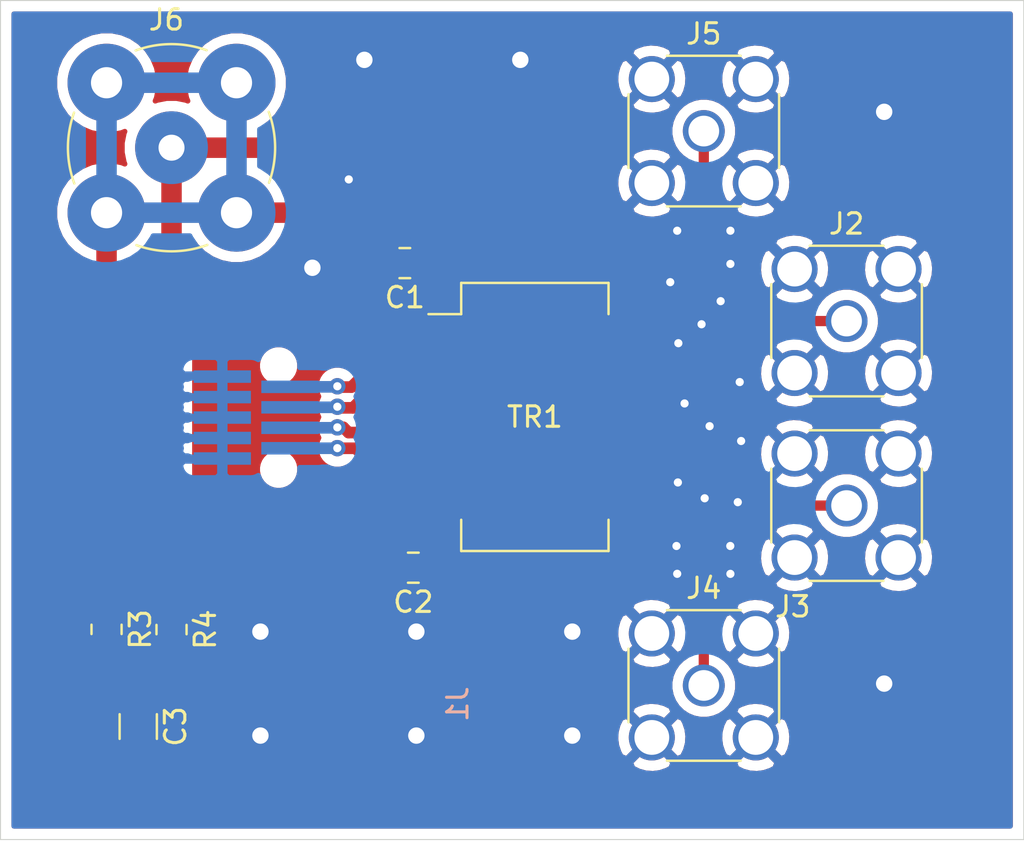
<source format=kicad_pcb>
(kicad_pcb (version 20171130) (host pcbnew "(5.1.9)-1")

  (general
    (thickness 1.6)
    (drawings 144)
    (tracks 233)
    (zones 0)
    (modules 12)
    (nets 15)
  )

  (page A4)
  (layers
    (0 F.Cu signal)
    (31 B.Cu signal)
    (32 B.Adhes user)
    (33 F.Adhes user)
    (34 B.Paste user)
    (35 F.Paste user)
    (36 B.SilkS user)
    (37 F.SilkS user)
    (38 B.Mask user)
    (39 F.Mask user)
    (40 Dwgs.User user)
    (41 Cmts.User user)
    (42 Eco1.User user)
    (43 Eco2.User user)
    (44 Edge.Cuts user)
    (45 Margin user)
    (46 B.CrtYd user)
    (47 F.CrtYd user)
    (48 B.Fab user)
    (49 F.Fab user)
  )

  (setup
    (last_trace_width 0.25)
    (user_trace_width 0.5)
    (user_trace_width 0.56854)
    (user_trace_width 1)
    (trace_clearance 0.2)
    (zone_clearance 0.508)
    (zone_45_only no)
    (trace_min 0.2)
    (via_size 0.8)
    (via_drill 0.4)
    (via_min_size 0.4)
    (via_min_drill 0.3)
    (user_via 1.6 0.8)
    (uvia_size 0.3)
    (uvia_drill 0.1)
    (uvias_allowed no)
    (uvia_min_size 0.2)
    (uvia_min_drill 0.1)
    (edge_width 0.05)
    (segment_width 0.2)
    (pcb_text_width 0.3)
    (pcb_text_size 1.5 1.5)
    (mod_edge_width 0.12)
    (mod_text_size 1 1)
    (mod_text_width 0.15)
    (pad_size 1.524 1.524)
    (pad_drill 0.762)
    (pad_to_mask_clearance 0.05)
    (aux_axis_origin 0 0)
    (grid_origin 97 97)
    (visible_elements 7FFFFFFF)
    (pcbplotparams
      (layerselection 0x010fc_ffffffff)
      (usegerberextensions false)
      (usegerberattributes true)
      (usegerberadvancedattributes true)
      (creategerberjobfile true)
      (excludeedgelayer true)
      (linewidth 0.100000)
      (plotframeref false)
      (viasonmask false)
      (mode 1)
      (useauxorigin false)
      (hpglpennumber 1)
      (hpglpenspeed 20)
      (hpglpendiameter 15.000000)
      (psnegative false)
      (psa4output false)
      (plotreference true)
      (plotvalue true)
      (plotinvisibletext false)
      (padsonsilk false)
      (subtractmaskfromsilk false)
      (outputformat 1)
      (mirror false)
      (drillshape 1)
      (scaleselection 1)
      (outputdirectory ""))
  )

  (net 0 "")
  (net 1 GND)
  (net 2 "Net-(C1-Pad1)")
  (net 3 "Net-(C2-Pad1)")
  (net 4 "Net-(C3-Pad1)")
  (net 5 /TXin+)
  (net 6 /TXin-)
  (net 7 /RXin-)
  (net 8 /TXout-)
  (net 9 /RXout+)
  (net 10 /RXout-)
  (net 11 /TXout+)
  (net 12 /RXin+)
  (net 13 "Net-(J6-Pad2)")
  (net 14 "Net-(J6-Pad1)")

  (net_class Default "This is the default net class."
    (clearance 0.2)
    (trace_width 0.25)
    (via_dia 0.8)
    (via_drill 0.4)
    (uvia_dia 0.3)
    (uvia_drill 0.1)
    (add_net /RXin+)
    (add_net /RXin-)
    (add_net /RXout+)
    (add_net /RXout-)
    (add_net /TXin+)
    (add_net /TXin-)
    (add_net /TXout+)
    (add_net /TXout-)
    (add_net GND)
    (add_net "Net-(C1-Pad1)")
    (add_net "Net-(C2-Pad1)")
    (add_net "Net-(C3-Pad1)")
    (add_net "Net-(J6-Pad1)")
    (add_net "Net-(J6-Pad2)")
  )

  (net_class Diff ""
    (clearance 0.2)
    (trace_width 0.5)
    (via_dia 0.8)
    (via_drill 0.4)
    (uvia_dia 0.3)
    (uvia_drill 0.1)
    (diff_pair_width 0.56854)
    (diff_pair_gap 0.178945)
  )

  (module Connector_Coaxial:SMA_Amphenol_132134_Vertical (layer F.Cu) (tedit 5B2F4DB6) (tstamp 61BA2EB8)
    (at 131.3662 89.4698)
    (descr https://www.amphenolrf.com/downloads/dl/file/id/2187/product/2843/132134_customer_drawing.pdf)
    (tags "SMA THT Female Jack Vertical ExtendedLegs")
    (path /61BAD29F)
    (fp_text reference J4 (at 0 -4.75) (layer F.SilkS)
      (effects (font (size 1 1) (thickness 0.15)))
    )
    (fp_text value RX- (at 0 5) (layer F.Fab)
      (effects (font (size 1 1) (thickness 0.15)))
    )
    (fp_line (start -1.8 -3.68) (end 1.8 -3.68) (layer F.SilkS) (width 0.12))
    (fp_line (start -1.8 3.68) (end 1.8 3.68) (layer F.SilkS) (width 0.12))
    (fp_line (start 3.68 -1.8) (end 3.68 1.8) (layer F.SilkS) (width 0.12))
    (fp_line (start -3.68 -1.8) (end -3.68 1.8) (layer F.SilkS) (width 0.12))
    (fp_line (start 3.5 -3.5) (end 3.5 3.5) (layer F.Fab) (width 0.1))
    (fp_line (start -3.5 3.5) (end 3.5 3.5) (layer F.Fab) (width 0.1))
    (fp_line (start -3.5 -3.5) (end -3.5 3.5) (layer F.Fab) (width 0.1))
    (fp_line (start -3.5 -3.5) (end 3.5 -3.5) (layer F.Fab) (width 0.1))
    (fp_line (start -4.17 -4.17) (end 4.17 -4.17) (layer F.CrtYd) (width 0.05))
    (fp_line (start -4.17 -4.17) (end -4.17 4.17) (layer F.CrtYd) (width 0.05))
    (fp_line (start 4.17 4.17) (end 4.17 -4.17) (layer F.CrtYd) (width 0.05))
    (fp_line (start 4.17 4.17) (end -4.17 4.17) (layer F.CrtYd) (width 0.05))
    (fp_circle (center 0 0) (end 3.175 0) (layer F.Fab) (width 0.1))
    (fp_text user %R (at 0 0) (layer F.Fab)
      (effects (font (size 1 1) (thickness 0.15)))
    )
    (pad 1 thru_hole circle (at 0 0) (size 2.05 2.05) (drill 1.5) (layers *.Cu *.Mask)
      (net 10 /RXout-))
    (pad 2 thru_hole circle (at 2.54 2.54) (size 2.25 2.25) (drill 1.7) (layers *.Cu *.Mask)
      (net 1 GND))
    (pad 2 thru_hole circle (at 2.54 -2.54) (size 2.25 2.25) (drill 1.7) (layers *.Cu *.Mask)
      (net 1 GND))
    (pad 2 thru_hole circle (at -2.54 -2.54) (size 2.25 2.25) (drill 1.7) (layers *.Cu *.Mask)
      (net 1 GND))
    (pad 2 thru_hole circle (at -2.54 2.54) (size 2.25 2.25) (drill 1.7) (layers *.Cu *.Mask)
      (net 1 GND))
    (model ${KISYS3DMOD}/Connector_Coaxial.3dshapes/SMA_Amphenol_132134_Vertical.wrl
      (at (xyz 0 0 0))
      (scale (xyz 1 1 1))
      (rotate (xyz 0 0 0))
    )
  )

  (module myfootprintlib:mezzanine_9p_10162582-1134109LF_Conan_1mm (layer B.Cu) (tedit 61B86323) (tstamp 61BA2FD8)
    (at 118.839 90.3792 270)
    (path /61BAB139)
    (fp_text reference J1 (at 0 -0.5 90) (layer B.SilkS)
      (effects (font (size 1 1) (thickness 0.15)) (justify mirror))
    )
    (fp_text value Conn_01x09_Male (at 0 0.5 90) (layer B.Fab)
      (effects (font (size 1 1) (thickness 0.15)) (justify mirror))
    )
    (pad "" np_thru_hole circle (at -11.4713 8.24918 270) (size 0.8 0.8) (drill 0.8) (layers *.Cu *.Mask))
    (pad "" np_thru_hole circle (at -16.5287 8.24918 270) (size 0.8 0.8) (drill 0.8) (layers *.Cu *.Mask))
    (pad 11 smd rect (at -10.2775 9.349 270) (size 1.397 6.096) (layers B.Paste))
    (pad 10 smd rect (at -17.7225 9.349 270) (size 1.397 6.096) (layers B.Paste))
    (pad 9 smd rect (at -12 11 270) (size 0.6096 2.794) (layers B.Cu B.Paste B.Mask)
      (net 1 GND))
    (pad 8 smd rect (at -12.5 7.698 270) (size 0.6096 2.794) (layers B.Cu B.Paste B.Mask)
      (net 7 /RXin-))
    (pad 7 smd rect (at -13 11 270) (size 0.6096 2.794) (layers B.Cu B.Paste B.Mask)
      (net 1 GND))
    (pad 6 smd rect (at -13.5 7.698 270) (size 0.6096 2.794) (layers B.Cu B.Paste B.Mask)
      (net 12 /RXin+))
    (pad 5 smd rect (at -14 11 270) (size 0.6096 2.794) (layers B.Cu B.Paste B.Mask)
      (net 1 GND))
    (pad 4 smd rect (at -14.5 7.698 270) (size 0.6096 2.794) (layers B.Cu B.Paste B.Mask)
      (net 6 /TXin-))
    (pad 3 smd rect (at -15 11 270) (size 0.6096 2.794) (layers B.Cu B.Paste B.Mask)
      (net 1 GND))
    (pad 2 smd rect (at -15.5 7.698 270) (size 0.6096 2.794) (layers B.Cu B.Paste B.Mask)
      (net 5 /TXin+))
    (pad 1 smd rect (at -16 11 270) (size 0.6096 2.794) (layers B.Cu B.Paste B.Mask)
      (net 1 GND))
  )

  (module Resistor_SMD:R_1206_3216Metric_Pad1.42x1.75mm_HandSolder (layer F.Cu) (tedit 5B301BBD) (tstamp 61BA392F)
    (at 103.731 91.4771 270)
    (descr "Resistor SMD 1206 (3216 Metric), square (rectangular) end terminal, IPC_7351 nominal with elongated pad for handsoldering. (Body size source: http://www.tortai-tech.com/upload/download/2011102023233369053.pdf), generated with kicad-footprint-generator")
    (tags "resistor handsolder")
    (path /61BAE2C0)
    (attr smd)
    (fp_text reference C3 (at 0 -1.82 90) (layer F.SilkS)
      (effects (font (size 1 1) (thickness 0.15)))
    )
    (fp_text value "1n / 2000V" (at 0 1.82 90) (layer F.Fab)
      (effects (font (size 1 1) (thickness 0.15)))
    )
    (fp_line (start -1.6 0.8) (end -1.6 -0.8) (layer F.Fab) (width 0.1))
    (fp_line (start -1.6 -0.8) (end 1.6 -0.8) (layer F.Fab) (width 0.1))
    (fp_line (start 1.6 -0.8) (end 1.6 0.8) (layer F.Fab) (width 0.1))
    (fp_line (start 1.6 0.8) (end -1.6 0.8) (layer F.Fab) (width 0.1))
    (fp_line (start -0.602064 -0.91) (end 0.602064 -0.91) (layer F.SilkS) (width 0.12))
    (fp_line (start -0.602064 0.91) (end 0.602064 0.91) (layer F.SilkS) (width 0.12))
    (fp_line (start -2.45 1.12) (end -2.45 -1.12) (layer F.CrtYd) (width 0.05))
    (fp_line (start -2.45 -1.12) (end 2.45 -1.12) (layer F.CrtYd) (width 0.05))
    (fp_line (start 2.45 -1.12) (end 2.45 1.12) (layer F.CrtYd) (width 0.05))
    (fp_line (start 2.45 1.12) (end -2.45 1.12) (layer F.CrtYd) (width 0.05))
    (fp_text user %R (at 0 0 90) (layer F.Fab)
      (effects (font (size 0.8 0.8) (thickness 0.12)))
    )
    (pad 2 smd roundrect (at 1.4875 0 270) (size 1.425 1.75) (layers F.Cu F.Paste F.Mask) (roundrect_rratio 0.175439)
      (net 1 GND))
    (pad 1 smd roundrect (at -1.4875 0 270) (size 1.425 1.75) (layers F.Cu F.Paste F.Mask) (roundrect_rratio 0.175439)
      (net 4 "Net-(C3-Pad1)"))
    (model ${KISYS3DMOD}/Resistor_SMD.3dshapes/R_1206_3216Metric.wrl
      (at (xyz 0 0 0))
      (scale (xyz 1 1 1))
      (rotate (xyz 0 0 0))
    )
  )

  (module Connector_Coaxial:SMA_Amphenol_132134_Vertical (layer F.Cu) (tedit 5B2F4DB6) (tstamp 61BA2F6C)
    (at 138.3432 71.6628)
    (descr https://www.amphenolrf.com/downloads/dl/file/id/2187/product/2843/132134_customer_drawing.pdf)
    (tags "SMA THT Female Jack Vertical ExtendedLegs")
    (path /61BAC481)
    (fp_text reference J2 (at 0 -4.75) (layer F.SilkS)
      (effects (font (size 1 1) (thickness 0.15)))
    )
    (fp_text value TX- (at 2.704799 -4.965) (layer F.Fab)
      (effects (font (size 1 1) (thickness 0.15)))
    )
    (fp_line (start -1.8 -3.68) (end 1.8 -3.68) (layer F.SilkS) (width 0.12))
    (fp_line (start -1.8 3.68) (end 1.8 3.68) (layer F.SilkS) (width 0.12))
    (fp_line (start 3.68 -1.8) (end 3.68 1.8) (layer F.SilkS) (width 0.12))
    (fp_line (start -3.68 -1.8) (end -3.68 1.8) (layer F.SilkS) (width 0.12))
    (fp_line (start 3.5 -3.5) (end 3.5 3.5) (layer F.Fab) (width 0.1))
    (fp_line (start -3.5 3.5) (end 3.5 3.5) (layer F.Fab) (width 0.1))
    (fp_line (start -3.5 -3.5) (end -3.5 3.5) (layer F.Fab) (width 0.1))
    (fp_line (start -3.5 -3.5) (end 3.5 -3.5) (layer F.Fab) (width 0.1))
    (fp_line (start -4.17 -4.17) (end 4.17 -4.17) (layer F.CrtYd) (width 0.05))
    (fp_line (start -4.17 -4.17) (end -4.17 4.17) (layer F.CrtYd) (width 0.05))
    (fp_line (start 4.17 4.17) (end 4.17 -4.17) (layer F.CrtYd) (width 0.05))
    (fp_line (start 4.17 4.17) (end -4.17 4.17) (layer F.CrtYd) (width 0.05))
    (fp_circle (center 0 0) (end 3.175 0) (layer F.Fab) (width 0.1))
    (fp_text user %R (at 0 0) (layer F.Fab)
      (effects (font (size 1 1) (thickness 0.15)))
    )
    (pad 1 thru_hole circle (at 0 0) (size 2.05 2.05) (drill 1.5) (layers *.Cu *.Mask)
      (net 8 /TXout-))
    (pad 2 thru_hole circle (at 2.54 2.54) (size 2.25 2.25) (drill 1.7) (layers *.Cu *.Mask)
      (net 1 GND))
    (pad 2 thru_hole circle (at 2.54 -2.54) (size 2.25 2.25) (drill 1.7) (layers *.Cu *.Mask)
      (net 1 GND))
    (pad 2 thru_hole circle (at -2.54 -2.54) (size 2.25 2.25) (drill 1.7) (layers *.Cu *.Mask)
      (net 1 GND))
    (pad 2 thru_hole circle (at -2.54 2.54) (size 2.25 2.25) (drill 1.7) (layers *.Cu *.Mask)
      (net 1 GND))
    (model ${KISYS3DMOD}/Connector_Coaxial.3dshapes/SMA_Amphenol_132134_Vertical.wrl
      (at (xyz 0 0 0))
      (scale (xyz 1 1 1))
      (rotate (xyz 0 0 0))
    )
  )

  (module Connector_Coaxial:SMA_Amphenol_132134_Vertical (layer F.Cu) (tedit 5B2F4DB6) (tstamp 61BA2F2A)
    (at 138.3432 80.6798)
    (descr https://www.amphenolrf.com/downloads/dl/file/id/2187/product/2843/132134_customer_drawing.pdf)
    (tags "SMA THT Female Jack Vertical ExtendedLegs")
    (path /61BACD19)
    (fp_text reference J3 (at -2.629201 4.941) (layer F.SilkS)
      (effects (font (size 1 1) (thickness 0.15)))
    )
    (fp_text value RX+ (at 0 5) (layer F.Fab)
      (effects (font (size 1 1) (thickness 0.15)))
    )
    (fp_circle (center 0 0) (end 3.175 0) (layer F.Fab) (width 0.1))
    (fp_line (start 4.17 4.17) (end -4.17 4.17) (layer F.CrtYd) (width 0.05))
    (fp_line (start 4.17 4.17) (end 4.17 -4.17) (layer F.CrtYd) (width 0.05))
    (fp_line (start -4.17 -4.17) (end -4.17 4.17) (layer F.CrtYd) (width 0.05))
    (fp_line (start -4.17 -4.17) (end 4.17 -4.17) (layer F.CrtYd) (width 0.05))
    (fp_line (start -3.5 -3.5) (end 3.5 -3.5) (layer F.Fab) (width 0.1))
    (fp_line (start -3.5 -3.5) (end -3.5 3.5) (layer F.Fab) (width 0.1))
    (fp_line (start -3.5 3.5) (end 3.5 3.5) (layer F.Fab) (width 0.1))
    (fp_line (start 3.5 -3.5) (end 3.5 3.5) (layer F.Fab) (width 0.1))
    (fp_line (start -3.68 -1.8) (end -3.68 1.8) (layer F.SilkS) (width 0.12))
    (fp_line (start 3.68 -1.8) (end 3.68 1.8) (layer F.SilkS) (width 0.12))
    (fp_line (start -1.8 3.68) (end 1.8 3.68) (layer F.SilkS) (width 0.12))
    (fp_line (start -1.8 -3.68) (end 1.8 -3.68) (layer F.SilkS) (width 0.12))
    (fp_text user %R (at 0 0) (layer F.Fab)
      (effects (font (size 1 1) (thickness 0.15)))
    )
    (pad 2 thru_hole circle (at -2.54 2.54) (size 2.25 2.25) (drill 1.7) (layers *.Cu *.Mask)
      (net 1 GND))
    (pad 2 thru_hole circle (at -2.54 -2.54) (size 2.25 2.25) (drill 1.7) (layers *.Cu *.Mask)
      (net 1 GND))
    (pad 2 thru_hole circle (at 2.54 -2.54) (size 2.25 2.25) (drill 1.7) (layers *.Cu *.Mask)
      (net 1 GND))
    (pad 2 thru_hole circle (at 2.54 2.54) (size 2.25 2.25) (drill 1.7) (layers *.Cu *.Mask)
      (net 1 GND))
    (pad 1 thru_hole circle (at 0 0) (size 2.05 2.05) (drill 1.5) (layers *.Cu *.Mask)
      (net 9 /RXout+))
    (model ${KISYS3DMOD}/Connector_Coaxial.3dshapes/SMA_Amphenol_132134_Vertical.wrl
      (at (xyz 0 0 0))
      (scale (xyz 1 1 1))
      (rotate (xyz 0 0 0))
    )
  )

  (module Connector_Coaxial:SMA_Amphenol_132134_Vertical (layer F.Cu) (tedit 5B2F4DB6) (tstamp 61BA2DC2)
    (at 131.3662 62.3798)
    (descr https://www.amphenolrf.com/downloads/dl/file/id/2187/product/2843/132134_customer_drawing.pdf)
    (tags "SMA THT Female Jack Vertical ExtendedLegs")
    (path /61BABCAA)
    (fp_text reference J5 (at 0 -4.75) (layer F.SilkS)
      (effects (font (size 1 1) (thickness 0.15)))
    )
    (fp_text value TX+ (at 0 5) (layer F.Fab)
      (effects (font (size 1 1) (thickness 0.15)))
    )
    (fp_circle (center 0 0) (end 3.175 0) (layer F.Fab) (width 0.1))
    (fp_line (start 4.17 4.17) (end -4.17 4.17) (layer F.CrtYd) (width 0.05))
    (fp_line (start 4.17 4.17) (end 4.17 -4.17) (layer F.CrtYd) (width 0.05))
    (fp_line (start -4.17 -4.17) (end -4.17 4.17) (layer F.CrtYd) (width 0.05))
    (fp_line (start -4.17 -4.17) (end 4.17 -4.17) (layer F.CrtYd) (width 0.05))
    (fp_line (start -3.5 -3.5) (end 3.5 -3.5) (layer F.Fab) (width 0.1))
    (fp_line (start -3.5 -3.5) (end -3.5 3.5) (layer F.Fab) (width 0.1))
    (fp_line (start -3.5 3.5) (end 3.5 3.5) (layer F.Fab) (width 0.1))
    (fp_line (start 3.5 -3.5) (end 3.5 3.5) (layer F.Fab) (width 0.1))
    (fp_line (start -3.68 -1.8) (end -3.68 1.8) (layer F.SilkS) (width 0.12))
    (fp_line (start 3.68 -1.8) (end 3.68 1.8) (layer F.SilkS) (width 0.12))
    (fp_line (start -1.8 3.68) (end 1.8 3.68) (layer F.SilkS) (width 0.12))
    (fp_line (start -1.8 -3.68) (end 1.8 -3.68) (layer F.SilkS) (width 0.12))
    (fp_text user %R (at 0 0) (layer F.Fab)
      (effects (font (size 1 1) (thickness 0.15)))
    )
    (pad 2 thru_hole circle (at -2.54 2.54) (size 2.25 2.25) (drill 1.7) (layers *.Cu *.Mask)
      (net 1 GND))
    (pad 2 thru_hole circle (at -2.54 -2.54) (size 2.25 2.25) (drill 1.7) (layers *.Cu *.Mask)
      (net 1 GND))
    (pad 2 thru_hole circle (at 2.54 -2.54) (size 2.25 2.25) (drill 1.7) (layers *.Cu *.Mask)
      (net 1 GND))
    (pad 2 thru_hole circle (at 2.54 2.54) (size 2.25 2.25) (drill 1.7) (layers *.Cu *.Mask)
      (net 1 GND))
    (pad 1 thru_hole circle (at 0 0) (size 2.05 2.05) (drill 1.5) (layers *.Cu *.Mask)
      (net 11 /TXout+))
    (model ${KISYS3DMOD}/Connector_Coaxial.3dshapes/SMA_Amphenol_132134_Vertical.wrl
      (at (xyz 0 0 0))
      (scale (xyz 1 1 1))
      (rotate (xyz 0 0 0))
    )
  )

  (module Transformer_SMD:Transformer_Ethernet_Bourns_PT61017PEL (layer F.Cu) (tedit 5C422741) (tstamp 61BA2E1A)
    (at 123.1112 76.3498)
    (descr https://www.bourns.com/docs/Product-Datasheets/PT61017PEL.pdf)
    (tags "Transformer Ethernet Single Center-Tap")
    (path /61BAA161)
    (attr smd)
    (fp_text reference TR1 (at 0 0) (layer F.SilkS)
      (effects (font (size 1 1) (thickness 0.15)))
    )
    (fp_text value H1197FNLT (at 0 1.5) (layer F.Fab)
      (effects (font (size 1 1) (thickness 0.15)))
    )
    (fp_line (start -3.45 -5.4) (end -3.45 6.4) (layer F.Fab) (width 0.1))
    (fp_line (start -3.45 6.4) (end 3.45 6.4) (layer F.Fab) (width 0.1))
    (fp_line (start 3.45 6.4) (end 3.45 -6.4) (layer F.Fab) (width 0.1))
    (fp_line (start 3.45 -6.4) (end -2.45 -6.4) (layer F.Fab) (width 0.1))
    (fp_line (start -2.45 -6.4) (end -3.45 -5.4) (layer F.Fab) (width 0.1))
    (fp_line (start -5.2 -5.025) (end -3.6 -5.025) (layer F.SilkS) (width 0.12))
    (fp_line (start -3.6 -5.025) (end -3.6 -6.55) (layer F.SilkS) (width 0.12))
    (fp_line (start -3.6 -6.55) (end 3.6 -6.55) (layer F.SilkS) (width 0.12))
    (fp_line (start 3.6 -6.55) (end 3.6 -5.025) (layer F.SilkS) (width 0.12))
    (fp_line (start -3.6 5.025) (end -3.6 6.55) (layer F.SilkS) (width 0.12))
    (fp_line (start -3.6 6.55) (end 3.6 6.55) (layer F.SilkS) (width 0.12))
    (fp_line (start 3.6 6.55) (end 3.6 5.025) (layer F.SilkS) (width 0.12))
    (fp_line (start -5.5 -5.1) (end -5.5 5.1) (layer F.CrtYd) (width 0.05))
    (fp_line (start -3.7 -5.1) (end -5.5 -5.1) (layer F.CrtYd) (width 0.05))
    (fp_line (start -3.7 -5.1) (end -3.7 -6.65) (layer F.CrtYd) (width 0.05))
    (fp_line (start -3.7 -6.65) (end 3.7 -6.65) (layer F.CrtYd) (width 0.05))
    (fp_line (start -5.5 5.1) (end -3.7 5.1) (layer F.CrtYd) (width 0.05))
    (fp_line (start -3.7 5.1) (end -3.7 6.65) (layer F.CrtYd) (width 0.05))
    (fp_line (start -3.7 6.65) (end 3.7 6.65) (layer F.CrtYd) (width 0.05))
    (fp_line (start 3.7 6.65) (end 3.7 5.1) (layer F.CrtYd) (width 0.05))
    (fp_line (start 3.7 5.1) (end 5.5 5.1) (layer F.CrtYd) (width 0.05))
    (fp_line (start 5.5 5.1) (end 5.5 -5.1) (layer F.CrtYd) (width 0.05))
    (fp_line (start 5.5 -5.1) (end 3.7 -5.1) (layer F.CrtYd) (width 0.05))
    (fp_line (start 3.7 -5.1) (end 3.7 -6.65) (layer F.CrtYd) (width 0.05))
    (fp_text user %R (at 0 0) (layer F.Fab)
      (effects (font (size 1 1) (thickness 0.15)))
    )
    (pad 12 smd rect (at 4.4 0.635) (size 1.7 0.76) (layers F.Cu F.Paste F.Mask))
    (pad 16 smd rect (at 4.4 -4.445) (size 1.7 0.76) (layers F.Cu F.Paste F.Mask)
      (net 11 /TXout+))
    (pad 13 smd rect (at 4.4 -0.635) (size 1.7 0.76) (layers F.Cu F.Paste F.Mask))
    (pad 10 smd rect (at 4.4 3.175) (size 1.7 0.76) (layers F.Cu F.Paste F.Mask)
      (net 13 "Net-(J6-Pad2)"))
    (pad 15 smd rect (at 4.4 -3.175) (size 1.7 0.76) (layers F.Cu F.Paste F.Mask)
      (net 14 "Net-(J6-Pad1)"))
    (pad 9 smd rect (at 4.4 4.445) (size 1.7 0.76) (layers F.Cu F.Paste F.Mask)
      (net 10 /RXout-))
    (pad 11 smd rect (at 4.4 1.905) (size 1.7 0.76) (layers F.Cu F.Paste F.Mask)
      (net 9 /RXout+))
    (pad 14 smd rect (at 4.4 -1.905) (size 1.7 0.76) (layers F.Cu F.Paste F.Mask)
      (net 8 /TXout-))
    (pad 8 smd rect (at -4.4 4.445) (size 1.7 0.76) (layers F.Cu F.Paste F.Mask)
      (net 7 /RXin-))
    (pad 6 smd rect (at -4.4 1.905) (size 1.7 0.76) (layers F.Cu F.Paste F.Mask)
      (net 12 /RXin+))
    (pad 5 smd rect (at -4.4 0.635) (size 1.7 0.76) (layers F.Cu F.Paste F.Mask))
    (pad 7 smd rect (at -4.4 3.175) (size 1.7 0.76) (layers F.Cu F.Paste F.Mask)
      (net 3 "Net-(C2-Pad1)"))
    (pad 4 smd rect (at -4.4 -0.635) (size 1.7 0.76) (layers F.Cu F.Paste F.Mask))
    (pad 3 smd rect (at -4.4 -1.905) (size 1.7 0.76) (layers F.Cu F.Paste F.Mask)
      (net 6 /TXin-))
    (pad 2 smd rect (at -4.4 -3.175) (size 1.7 0.76) (layers F.Cu F.Paste F.Mask)
      (net 2 "Net-(C1-Pad1)"))
    (pad 1 smd rect (at -4.4 -4.445) (size 1.7 0.76) (layers F.Cu F.Paste F.Mask)
      (net 5 /TXin+))
    (model ${KISYS3DMOD}/Transformer_SMD.3dshapes/Transformer_Ethernet_Bourns_PT61017PEL.wrl
      (at (xyz 0 0 0))
      (scale (xyz 1 1 1))
      (rotate (xyz 0 0 0))
    )
  )

  (module Connector_Coaxial:BNC_TEConnectivity_1478204_Vertical (layer F.Cu) (tedit 5A1DBFC1) (tstamp 61BA2750)
    (at 105.3566 63.1926)
    (descr "BNC female PCB mount 4 pin straight chassis connector http://www.te.com/usa-en/product-1-1478204-0.html")
    (tags "BNC female PCB mount 4 pin straight chassis connector ")
    (path /61BA50FC)
    (fp_text reference J6 (at -0.25 -6.25) (layer F.SilkS)
      (effects (font (size 1 1) (thickness 0.15)))
    )
    (fp_text value Conn_Coaxial (at 0 6.5) (layer F.Fab)
      (effects (font (size 1 1) (thickness 0.15)))
    )
    (fp_circle (center 0 0) (end 4.8 0) (layer F.Fab) (width 0.1))
    (fp_line (start -5.5 -5.5) (end 5.5 -5.5) (layer F.CrtYd) (width 0.05))
    (fp_line (start -5.5 5.5) (end -5.5 -5.5) (layer F.CrtYd) (width 0.05))
    (fp_line (start 5.5 5.5) (end -5.5 5.5) (layer F.CrtYd) (width 0.05))
    (fp_line (start 5.5 -5.5) (end 5.5 5.5) (layer F.CrtYd) (width 0.05))
    (fp_arc (start 0 0) (end -1.75 -4.75) (angle 40) (layer F.SilkS) (width 0.12))
    (fp_arc (start 0 0) (end 4.75 -1.75) (angle 40) (layer F.SilkS) (width 0.12))
    (fp_arc (start 0 0) (end 1.75 4.75) (angle 40) (layer F.SilkS) (width 0.12))
    (fp_arc (start 0 0) (end -4.75 1.75) (angle 40) (layer F.SilkS) (width 0.12))
    (fp_text user %R (at 0 0) (layer F.Fab)
      (effects (font (size 1 1) (thickness 0.15)))
    )
    (pad 2 thru_hole circle (at 3.175 3.175) (size 3.81 3.81) (drill 1.524) (layers *.Cu *.Mask)
      (net 13 "Net-(J6-Pad2)"))
    (pad 2 thru_hole circle (at -3.175 3.175) (size 3.81 3.81) (drill 1.524) (layers *.Cu *.Mask)
      (net 13 "Net-(J6-Pad2)"))
    (pad 2 thru_hole circle (at 3.175 -3.175) (size 3.81 3.81) (drill 1.524) (layers *.Cu *.Mask)
      (net 13 "Net-(J6-Pad2)"))
    (pad 1 thru_hole circle (at 0 0) (size 3.556 3.556) (drill 1.27) (layers *.Cu *.Mask)
      (net 14 "Net-(J6-Pad1)"))
    (pad 2 thru_hole circle (at -3.175 -3.175) (size 3.81 3.81) (drill 1.524) (layers *.Cu *.Mask)
      (net 13 "Net-(J6-Pad2)"))
    (model ${KISYS3DMOD}/Connector_Coaxial.3dshapes/BNC_TEConnectivity_1478204_Vertical.wrl
      (at (xyz 0 0 0))
      (scale (xyz 1 1 1))
      (rotate (xyz 0 0 0))
    )
  )

  (module Capacitor_SMD:C_0805_2012Metric_Pad1.18x1.45mm_HandSolder (layer F.Cu) (tedit 5F68FEEF) (tstamp 61BA33E9)
    (at 116.7573 68.8314 180)
    (descr "Capacitor SMD 0805 (2012 Metric), square (rectangular) end terminal, IPC_7351 nominal with elongated pad for handsoldering. (Body size source: IPC-SM-782 page 76, https://www.pcb-3d.com/wordpress/wp-content/uploads/ipc-sm-782a_amendment_1_and_2.pdf, https://docs.google.com/spreadsheets/d/1BsfQQcO9C6DZCsRaXUlFlo91Tg2WpOkGARC1WS5S8t0/edit?usp=sharing), generated with kicad-footprint-generator")
    (tags "capacitor handsolder")
    (path /61BAEE3A)
    (attr smd)
    (fp_text reference C1 (at 0 -1.68) (layer F.SilkS)
      (effects (font (size 1 1) (thickness 0.15)))
    )
    (fp_text value 10n (at 0 1.68) (layer F.Fab)
      (effects (font (size 1 1) (thickness 0.15)))
    )
    (fp_line (start 1.88 0.98) (end -1.88 0.98) (layer F.CrtYd) (width 0.05))
    (fp_line (start 1.88 -0.98) (end 1.88 0.98) (layer F.CrtYd) (width 0.05))
    (fp_line (start -1.88 -0.98) (end 1.88 -0.98) (layer F.CrtYd) (width 0.05))
    (fp_line (start -1.88 0.98) (end -1.88 -0.98) (layer F.CrtYd) (width 0.05))
    (fp_line (start -0.261252 0.735) (end 0.261252 0.735) (layer F.SilkS) (width 0.12))
    (fp_line (start -0.261252 -0.735) (end 0.261252 -0.735) (layer F.SilkS) (width 0.12))
    (fp_line (start 1 0.625) (end -1 0.625) (layer F.Fab) (width 0.1))
    (fp_line (start 1 -0.625) (end 1 0.625) (layer F.Fab) (width 0.1))
    (fp_line (start -1 -0.625) (end 1 -0.625) (layer F.Fab) (width 0.1))
    (fp_line (start -1 0.625) (end -1 -0.625) (layer F.Fab) (width 0.1))
    (fp_text user %R (at 0 0) (layer F.Fab)
      (effects (font (size 0.5 0.5) (thickness 0.08)))
    )
    (pad 2 smd roundrect (at 1.0375 0 180) (size 1.175 1.45) (layers F.Cu F.Paste F.Mask) (roundrect_rratio 0.212766)
      (net 1 GND))
    (pad 1 smd roundrect (at -1.0375 0 180) (size 1.175 1.45) (layers F.Cu F.Paste F.Mask) (roundrect_rratio 0.212766)
      (net 2 "Net-(C1-Pad1)"))
    (model ${KISYS3DMOD}/Capacitor_SMD.3dshapes/C_0805_2012Metric.wrl
      (at (xyz 0 0 0))
      (scale (xyz 1 1 1))
      (rotate (xyz 0 0 0))
    )
  )

  (module Capacitor_SMD:C_0805_2012Metric_Pad1.18x1.45mm_HandSolder (layer F.Cu) (tedit 5F68FEEF) (tstamp 61BA34EC)
    (at 117.1715 83.7158 180)
    (descr "Capacitor SMD 0805 (2012 Metric), square (rectangular) end terminal, IPC_7351 nominal with elongated pad for handsoldering. (Body size source: IPC-SM-782 page 76, https://www.pcb-3d.com/wordpress/wp-content/uploads/ipc-sm-782a_amendment_1_and_2.pdf, https://docs.google.com/spreadsheets/d/1BsfQQcO9C6DZCsRaXUlFlo91Tg2WpOkGARC1WS5S8t0/edit?usp=sharing), generated with kicad-footprint-generator")
    (tags "capacitor handsolder")
    (path /61BAF45D)
    (attr smd)
    (fp_text reference C2 (at 0 -1.68) (layer F.SilkS)
      (effects (font (size 1 1) (thickness 0.15)))
    )
    (fp_text value 10n (at 0 1.68) (layer F.Fab)
      (effects (font (size 1 1) (thickness 0.15)))
    )
    (fp_line (start -1 0.625) (end -1 -0.625) (layer F.Fab) (width 0.1))
    (fp_line (start -1 -0.625) (end 1 -0.625) (layer F.Fab) (width 0.1))
    (fp_line (start 1 -0.625) (end 1 0.625) (layer F.Fab) (width 0.1))
    (fp_line (start 1 0.625) (end -1 0.625) (layer F.Fab) (width 0.1))
    (fp_line (start -0.261252 -0.735) (end 0.261252 -0.735) (layer F.SilkS) (width 0.12))
    (fp_line (start -0.261252 0.735) (end 0.261252 0.735) (layer F.SilkS) (width 0.12))
    (fp_line (start -1.88 0.98) (end -1.88 -0.98) (layer F.CrtYd) (width 0.05))
    (fp_line (start -1.88 -0.98) (end 1.88 -0.98) (layer F.CrtYd) (width 0.05))
    (fp_line (start 1.88 -0.98) (end 1.88 0.98) (layer F.CrtYd) (width 0.05))
    (fp_line (start 1.88 0.98) (end -1.88 0.98) (layer F.CrtYd) (width 0.05))
    (fp_text user %R (at 0 0) (layer F.Fab)
      (effects (font (size 0.5 0.5) (thickness 0.08)))
    )
    (pad 1 smd roundrect (at -1.0375 0 180) (size 1.175 1.45) (layers F.Cu F.Paste F.Mask) (roundrect_rratio 0.212766)
      (net 3 "Net-(C2-Pad1)"))
    (pad 2 smd roundrect (at 1.0375 0 180) (size 1.175 1.45) (layers F.Cu F.Paste F.Mask) (roundrect_rratio 0.212766)
      (net 1 GND))
    (model ${KISYS3DMOD}/Capacitor_SMD.3dshapes/C_0805_2012Metric.wrl
      (at (xyz 0 0 0))
      (scale (xyz 1 1 1))
      (rotate (xyz 0 0 0))
    )
  )

  (module Resistor_SMD:R_0805_2012Metric_Pad1.20x1.40mm_HandSolder (layer F.Cu) (tedit 5F68FEEE) (tstamp 61BA3409)
    (at 102.1816 86.729 270)
    (descr "Resistor SMD 0805 (2012 Metric), square (rectangular) end terminal, IPC_7351 nominal with elongated pad for handsoldering. (Body size source: IPC-SM-782 page 72, https://www.pcb-3d.com/wordpress/wp-content/uploads/ipc-sm-782a_amendment_1_and_2.pdf), generated with kicad-footprint-generator")
    (tags "resistor handsolder")
    (path /61BAD53E)
    (attr smd)
    (fp_text reference R3 (at 0 -1.65 90) (layer F.SilkS)
      (effects (font (size 1 1) (thickness 0.15)))
    )
    (fp_text value 75R (at 0 1.65 90) (layer F.Fab)
      (effects (font (size 1 1) (thickness 0.15)))
    )
    (fp_line (start 1.85 0.95) (end -1.85 0.95) (layer F.CrtYd) (width 0.05))
    (fp_line (start 1.85 -0.95) (end 1.85 0.95) (layer F.CrtYd) (width 0.05))
    (fp_line (start -1.85 -0.95) (end 1.85 -0.95) (layer F.CrtYd) (width 0.05))
    (fp_line (start -1.85 0.95) (end -1.85 -0.95) (layer F.CrtYd) (width 0.05))
    (fp_line (start -0.227064 0.735) (end 0.227064 0.735) (layer F.SilkS) (width 0.12))
    (fp_line (start -0.227064 -0.735) (end 0.227064 -0.735) (layer F.SilkS) (width 0.12))
    (fp_line (start 1 0.625) (end -1 0.625) (layer F.Fab) (width 0.1))
    (fp_line (start 1 -0.625) (end 1 0.625) (layer F.Fab) (width 0.1))
    (fp_line (start -1 -0.625) (end 1 -0.625) (layer F.Fab) (width 0.1))
    (fp_line (start -1 0.625) (end -1 -0.625) (layer F.Fab) (width 0.1))
    (fp_text user %R (at 0 0 90) (layer F.Fab)
      (effects (font (size 0.5 0.5) (thickness 0.08)))
    )
    (pad 2 smd roundrect (at 1 0 270) (size 1.2 1.4) (layers F.Cu F.Paste F.Mask) (roundrect_rratio 0.208333)
      (net 4 "Net-(C3-Pad1)"))
    (pad 1 smd roundrect (at -1 0 270) (size 1.2 1.4) (layers F.Cu F.Paste F.Mask) (roundrect_rratio 0.208333)
      (net 13 "Net-(J6-Pad2)"))
    (model ${KISYS3DMOD}/Resistor_SMD.3dshapes/R_0805_2012Metric.wrl
      (at (xyz 0 0 0))
      (scale (xyz 1 1 1))
      (rotate (xyz 0 0 0))
    )
  )

  (module Resistor_SMD:R_0805_2012Metric_Pad1.20x1.40mm_HandSolder (layer F.Cu) (tedit 5F68FEEE) (tstamp 61BA3839)
    (at 105.3566 86.7384 270)
    (descr "Resistor SMD 0805 (2012 Metric), square (rectangular) end terminal, IPC_7351 nominal with elongated pad for handsoldering. (Body size source: IPC-SM-782 page 72, https://www.pcb-3d.com/wordpress/wp-content/uploads/ipc-sm-782a_amendment_1_and_2.pdf), generated with kicad-footprint-generator")
    (tags "resistor handsolder")
    (path /61BADB8B)
    (attr smd)
    (fp_text reference R4 (at 0 -1.65 90) (layer F.SilkS)
      (effects (font (size 1 1) (thickness 0.15)))
    )
    (fp_text value 75R (at 0 1.65 90) (layer F.Fab)
      (effects (font (size 1 1) (thickness 0.15)))
    )
    (fp_line (start -1 0.625) (end -1 -0.625) (layer F.Fab) (width 0.1))
    (fp_line (start -1 -0.625) (end 1 -0.625) (layer F.Fab) (width 0.1))
    (fp_line (start 1 -0.625) (end 1 0.625) (layer F.Fab) (width 0.1))
    (fp_line (start 1 0.625) (end -1 0.625) (layer F.Fab) (width 0.1))
    (fp_line (start -0.227064 -0.735) (end 0.227064 -0.735) (layer F.SilkS) (width 0.12))
    (fp_line (start -0.227064 0.735) (end 0.227064 0.735) (layer F.SilkS) (width 0.12))
    (fp_line (start -1.85 0.95) (end -1.85 -0.95) (layer F.CrtYd) (width 0.05))
    (fp_line (start -1.85 -0.95) (end 1.85 -0.95) (layer F.CrtYd) (width 0.05))
    (fp_line (start 1.85 -0.95) (end 1.85 0.95) (layer F.CrtYd) (width 0.05))
    (fp_line (start 1.85 0.95) (end -1.85 0.95) (layer F.CrtYd) (width 0.05))
    (fp_text user %R (at 0 0 90) (layer F.Fab)
      (effects (font (size 0.5 0.5) (thickness 0.08)))
    )
    (pad 1 smd roundrect (at -1 0 270) (size 1.2 1.4) (layers F.Cu F.Paste F.Mask) (roundrect_rratio 0.208333)
      (net 14 "Net-(J6-Pad1)"))
    (pad 2 smd roundrect (at 1 0 270) (size 1.2 1.4) (layers F.Cu F.Paste F.Mask) (roundrect_rratio 0.208333)
      (net 4 "Net-(C3-Pad1)"))
    (model ${KISYS3DMOD}/Resistor_SMD.3dshapes/R_0805_2012Metric.wrl
      (at (xyz 0 0 0))
      (scale (xyz 1 1 1))
      (rotate (xyz 0 0 0))
    )
  )

  (gr_line (start 130.955198 81.691528) (end 130.89715 81.624233) (layer F.Mask) (width 1.5) (tstamp 25E))
  (gr_line (start 131.009875 81.761589) (end 130.955198 81.691528) (layer F.Mask) (width 1.5) (tstamp 25E))
  (gr_line (start 131.061048 81.83425) (end 131.009875 81.761589) (layer F.Mask) (width 1.5) (tstamp 25E))
  (gr_line (start 131.108594 81.909333) (end 131.061048 81.83425) (layer F.Mask) (width 1.5) (tstamp 25E))
  (gr_line (start 131.152399 81.986659) (end 131.108594 81.909333) (layer F.Mask) (width 1.5) (tstamp 25E))
  (gr_line (start 131.192357 82.066042) (end 131.152399 81.986659) (layer F.Mask) (width 1.5) (tstamp 25E))
  (gr_line (start 131.228371 82.147289) (end 131.192357 82.066042) (layer F.Mask) (width 1.5) (tstamp 25E))
  (gr_line (start 131.260356 82.230206) (end 131.228371 82.147289) (layer F.Mask) (width 1.5) (tstamp 25E))
  (gr_line (start 131.288233 82.314592) (end 131.260356 82.230206) (layer F.Mask) (width 1.5) (tstamp 25E))
  (gr_line (start 131.311936 82.400245) (end 131.288233 82.314592) (layer F.Mask) (width 1.5) (tstamp 25E))
  (gr_line (start 131.331408 82.486957) (end 131.311936 82.400245) (layer F.Mask) (width 1.5) (tstamp 25E))
  (gr_line (start 131.346602 82.57452) (end 131.331408 82.486957) (layer F.Mask) (width 1.5) (tstamp 25E))
  (gr_line (start 131.357481 82.662724) (end 131.346602 82.57452) (layer F.Mask) (width 1.5) (tstamp 25E))
  (gr_line (start 131.364018 82.751355) (end 131.357481 82.662724) (layer F.Mask) (width 1.5) (tstamp 25E))
  (gr_line (start 131.3662 82.8402) (end 131.364018 82.751355) (layer F.Mask) (width 1.5) (tstamp 25E))
  (gr_line (start 131.3662 82.8402) (end 131.3662 89.4698) (layer F.Mask) (width 1.5) (tstamp 25E))
  (gr_line (start 130.89715 81.624233) (end 130.835869 81.559869) (layer F.Mask) (width 1.5) (tstamp 25E))
  (gr_line (start 130.835869 81.559869) (end 130.777906 81.501906) (layer F.Mask) (width 1.5) (tstamp 25E))
  (gr_line (start 130.692085 81.420198) (end 130.777906 81.501906) (layer F.Mask) (width 1.5) (tstamp 25E))
  (gr_line (start 130.602359 81.3428) (end 130.692085 81.420198) (layer F.Mask) (width 1.5) (tstamp 25E))
  (gr_line (start 130.508944 81.269898) (end 130.602359 81.3428) (layer F.Mask) (width 1.5) (tstamp 25E))
  (gr_line (start 130.412064 81.201668) (end 130.508944 81.269898) (layer F.Mask) (width 1.5) (tstamp 25E))
  (gr_line (start 130.311953 81.138273) (end 130.412064 81.201668) (layer F.Mask) (width 1.5) (tstamp 25E))
  (gr_line (start 130.208851 81.079867) (end 130.311953 81.138273) (layer F.Mask) (width 1.5) (tstamp 25E))
  (gr_line (start 130.103008 81.02659) (end 130.208851 81.079867) (layer F.Mask) (width 1.5) (tstamp 25E))
  (gr_line (start 129.994678 80.97857) (end 130.103008 81.02659) (layer F.Mask) (width 1.5) (tstamp 25E))
  (gr_line (start 129.884123 80.935925) (end 129.994678 80.97857) (layer F.Mask) (width 1.5) (tstamp 25E))
  (gr_line (start 129.771608 80.898755) (end 129.884123 80.935925) (layer F.Mask) (width 1.5) (tstamp 25E))
  (gr_line (start 129.657405 80.86715) (end 129.771608 80.898755) (layer F.Mask) (width 1.5) (tstamp 25E))
  (gr_line (start 129.541789 80.841188) (end 129.657405 80.86715) (layer F.Mask) (width 1.5) (tstamp 25E))
  (gr_line (start 129.425038 80.82093) (end 129.541789 80.841188) (layer F.Mask) (width 1.5) (tstamp 25E))
  (gr_line (start 129.307434 80.806425) (end 129.425038 80.82093) (layer F.Mask) (width 1.5) (tstamp 25E))
  (gr_line (start 129.189259 80.797708) (end 129.307434 80.806425) (layer F.Mask) (width 1.5) (tstamp 25E))
  (gr_line (start 129.0708 80.7948) (end 129.189259 80.797708) (layer F.Mask) (width 1.5) (tstamp 25E))
  (gr_line (start 129.0708 80.7948) (end 127.5112 80.7948) (layer F.Mask) (width 1.5) (tstamp 25E))
  (gr_line (start 134.504238 80.131798) (end 134.414512 80.0544) (layer F.Mask) (width 1.5) (tstamp 25C))
  (gr_line (start 134.597654 80.2047) (end 134.504238 80.131798) (layer F.Mask) (width 1.5) (tstamp 25C))
  (gr_line (start 134.694534 80.272931) (end 134.597654 80.2047) (layer F.Mask) (width 1.5) (tstamp 25C))
  (gr_line (start 134.794645 80.336326) (end 134.694534 80.272931) (layer F.Mask) (width 1.5) (tstamp 25C))
  (gr_line (start 134.897747 80.394732) (end 134.794645 80.336326) (layer F.Mask) (width 1.5) (tstamp 25C))
  (gr_line (start 135.00359 80.448009) (end 134.897747 80.394732) (layer F.Mask) (width 1.5) (tstamp 25C))
  (gr_line (start 135.11192 80.496028) (end 135.00359 80.448009) (layer F.Mask) (width 1.5) (tstamp 25C))
  (gr_line (start 135.222475 80.538674) (end 135.11192 80.496028) (layer F.Mask) (width 1.5) (tstamp 25C))
  (gr_line (start 135.33499 80.575844) (end 135.222475 80.538674) (layer F.Mask) (width 1.5) (tstamp 25C))
  (gr_line (start 135.449193 80.607449) (end 135.33499 80.575844) (layer F.Mask) (width 1.5) (tstamp 25C))
  (gr_line (start 135.56481 80.633411) (end 135.449193 80.607449) (layer F.Mask) (width 1.5) (tstamp 25C))
  (gr_line (start 135.681561 80.653669) (end 135.56481 80.633411) (layer F.Mask) (width 1.5) (tstamp 25C))
  (gr_line (start 135.799165 80.668174) (end 135.681561 80.653669) (layer F.Mask) (width 1.5) (tstamp 25C))
  (gr_line (start 135.91734 80.676891) (end 135.799165 80.668174) (layer F.Mask) (width 1.5) (tstamp 25C))
  (gr_line (start 136.0358 80.6798) (end 135.91734 80.676891) (layer F.Mask) (width 1.5) (tstamp 25C))
  (gr_line (start 136.0358 80.6798) (end 138.3432 80.6798) (layer F.Mask) (width 1.5) (tstamp 25C))
  (gr_line (start 134.414512 80.0544) (end 134.328693 79.972693) (layer F.Mask) (width 1.5) (tstamp 25C))
  (gr_line (start 134.328693 79.972693) (end 134.025013 79.669013) (layer F.Mask) (width 1.5) (tstamp 25C))
  (gr_line (start 133.853372 79.505598) (end 134.025013 79.669013) (layer F.Mask) (width 1.5) (tstamp 25C))
  (gr_line (start 133.673921 79.350802) (end 133.853372 79.505598) (layer F.Mask) (width 1.5) (tstamp 25C))
  (gr_line (start 133.48709 79.204997) (end 133.673921 79.350802) (layer F.Mask) (width 1.5) (tstamp 25C))
  (gr_line (start 133.293329 79.068536) (end 133.48709 79.204997) (layer F.Mask) (width 1.5) (tstamp 25C))
  (gr_line (start 133.093107 78.941746) (end 133.293329 79.068536) (layer F.Mask) (width 1.5) (tstamp 25C))
  (gr_line (start 132.886904 78.824934) (end 133.093107 78.941746) (layer F.Mask) (width 1.5) (tstamp 25C))
  (gr_line (start 132.675218 78.71838) (end 132.886904 78.824934) (layer F.Mask) (width 1.5) (tstamp 25C))
  (gr_line (start 132.458558 78.622342) (end 132.675218 78.71838) (layer F.Mask) (width 1.5) (tstamp 25C))
  (gr_line (start 132.237447 78.53705) (end 132.458558 78.622342) (layer F.Mask) (width 1.5) (tstamp 25C))
  (gr_line (start 132.012418 78.46271) (end 132.237447 78.53705) (layer F.Mask) (width 1.5) (tstamp 25C))
  (gr_line (start 131.784011 78.399501) (end 132.012418 78.46271) (layer F.Mask) (width 1.5) (tstamp 25C))
  (gr_line (start 131.552779 78.347576) (end 131.784011 78.399501) (layer F.Mask) (width 1.5) (tstamp 25C))
  (gr_line (start 131.319277 78.30706) (end 131.552779 78.347576) (layer F.Mask) (width 1.5) (tstamp 25C))
  (gr_line (start 131.084068 78.27805) (end 131.319277 78.30706) (layer F.Mask) (width 1.5) (tstamp 25C))
  (gr_line (start 130.847719 78.260616) (end 131.084068 78.27805) (layer F.Mask) (width 1.5) (tstamp 25C))
  (gr_line (start 130.6108 78.2548) (end 130.847719 78.260616) (layer F.Mask) (width 1.5) (tstamp 25C))
  (gr_line (start 130.6108 78.2548) (end 127.5112 78.2548) (layer F.Mask) (width 1.5) (tstamp 25C))
  (gr_line (start 133.870637 72.2108) (end 133.780911 72.288198) (layer F.Mask) (width 1.5) (tstamp 61BA3059))
  (gr_line (start 133.964053 72.137897) (end 133.870637 72.2108) (layer F.Mask) (width 1.5) (tstamp 61BA3056))
  (gr_line (start 134.060933 72.069667) (end 133.964053 72.137897) (layer F.Mask) (width 1.5) (tstamp 61BA302F))
  (gr_line (start 134.161045 72.006272) (end 134.060933 72.069667) (layer F.Mask) (width 1.5) (tstamp 61BA3053))
  (gr_line (start 134.264146 71.947866) (end 134.161045 72.006272) (layer F.Mask) (width 1.5) (tstamp 61BA305C))
  (gr_line (start 134.369989 71.894589) (end 134.264146 71.947866) (layer F.Mask) (width 1.5) (tstamp 61BA309B))
  (gr_line (start 134.478319 71.84657) (end 134.369989 71.894589) (layer F.Mask) (width 1.5) (tstamp 61BA3050))
  (gr_line (start 134.588875 71.803924) (end 134.478319 71.84657) (layer F.Mask) (width 1.5) (tstamp 61BA30CE))
  (gr_line (start 134.70139 71.766754) (end 134.588875 71.803924) (layer F.Mask) (width 1.5) (tstamp 61BA304D))
  (gr_line (start 134.815593 71.73515) (end 134.70139 71.766754) (layer F.Mask) (width 1.5) (tstamp 61BA30B0))
  (gr_line (start 134.931209 71.709187) (end 134.815593 71.73515) (layer F.Mask) (width 1.5) (tstamp 61BA304A))
  (gr_line (start 135.047961 71.688929) (end 134.931209 71.709187) (layer F.Mask) (width 1.5) (tstamp 61BA3074))
  (gr_line (start 135.165565 71.674424) (end 135.047961 71.688929) (layer F.Mask) (width 1.5) (tstamp 61BA30AA))
  (gr_line (start 135.28374 71.665707) (end 135.165565 71.674424) (layer F.Mask) (width 1.5) (tstamp 61BA305F))
  (gr_line (start 135.4022 71.6628) (end 135.28374 71.665707) (layer F.Mask) (width 1.5) (tstamp 61BA3044))
  (gr_line (start 135.4022 71.6628) (end 138.3432 71.6628) (layer F.Mask) (width 1.5) (tstamp 61BA3041))
  (gr_line (start 133.780911 72.288198) (end 133.695092 72.369906) (layer F.Mask) (width 1.5) (tstamp 61BA3047))
  (gr_line (start 129.6202 74.4448) (end 127.5112 74.4448) (layer F.Mask) (width 1.5) (tstamp 61BA3098))
  (gr_line (start 129.857119 74.438983) (end 129.6202 74.4448) (layer F.Mask) (width 1.5) (tstamp 61BA30A7))
  (gr_line (start 130.093468 74.421549) (end 129.857119 74.438983) (layer F.Mask) (width 1.5) (tstamp 61BA3065))
  (gr_line (start 130.328677 74.392539) (end 130.093468 74.421549) (layer F.Mask) (width 1.5) (tstamp 61BA3083))
  (gr_line (start 130.562179 74.352022) (end 130.328677 74.392539) (layer F.Mask) (width 1.5) (tstamp 61BA3071))
  (gr_line (start 130.793411 74.300097) (end 130.562179 74.352022) (layer F.Mask) (width 1.5) (tstamp 61BA30BF))
  (gr_line (start 131.021818 74.236889) (end 130.793411 74.300097) (layer F.Mask) (width 1.5) (tstamp 61BA307A))
  (gr_line (start 131.246847 74.162549) (end 131.021818 74.236889) (layer F.Mask) (width 1.5) (tstamp 61BA30A4))
  (gr_line (start 131.467958 74.077257) (end 131.246847 74.162549) (layer F.Mask) (width 1.5) (tstamp 61BA303E))
  (gr_line (start 131.684618 73.981218) (end 131.467958 74.077257) (layer F.Mask) (width 1.5) (tstamp 61BA307D))
  (gr_line (start 131.896304 73.874664) (end 131.684618 73.981218) (layer F.Mask) (width 1.5) (tstamp 61BA303B))
  (gr_line (start 132.102507 73.757852) (end 131.896304 73.874664) (layer F.Mask) (width 1.5) (tstamp 61BA30BC))
  (gr_line (start 132.302729 73.631062) (end 132.102507 73.757852) (layer F.Mask) (width 1.5) (tstamp 61BA3038))
  (gr_line (start 132.49649 73.494601) (end 132.302729 73.631062) (layer F.Mask) (width 1.5) (tstamp 61BA3077))
  (gr_line (start 132.683321 73.348796) (end 132.49649 73.494601) (layer F.Mask) (width 1.5) (tstamp 61BA30D4))
  (gr_line (start 133.695092 72.369906) (end 133.034413 73.030586) (layer F.Mask) (width 1.5) (tstamp 61BA3035))
  (gr_line (start 132.862772 73.194) (end 132.683321 73.348796) (layer F.Mask) (width 1.5) (tstamp 61BA3032))
  (gr_line (start 133.034413 73.030586) (end 132.862772 73.194) (layer F.Mask) (width 1.5) (tstamp 61BA308F))
  (gr_line (start 129.865759 71.356797) (end 129.955485 71.279399) (layer F.Mask) (width 1.5) (tstamp 61BA30B6))
  (gr_line (start 129.772344 71.429699) (end 129.865759 71.356797) (layer F.Mask) (width 1.5) (tstamp 61BA3080))
  (gr_line (start 129.675464 71.49793) (end 129.772344 71.429699) (layer F.Mask) (width 1.5) (tstamp 61BA3095))
  (gr_line (start 129.575353 71.561325) (end 129.675464 71.49793) (layer F.Mask) (width 1.5) (tstamp 61BA306E))
  (gr_line (start 129.472251 71.619731) (end 129.575353 71.561325) (layer F.Mask) (width 1.5) (tstamp 61BA30D1))
  (gr_line (start 129.366408 71.673008) (end 129.472251 71.619731) (layer F.Mask) (width 1.5) (tstamp 61BA30CB))
  (gr_line (start 129.258079 71.721027) (end 129.366408 71.673008) (layer F.Mask) (width 1.5) (tstamp 61BA306B))
  (gr_line (start 129.147523 71.763673) (end 129.258079 71.721027) (layer F.Mask) (width 1.5) (tstamp 61BA30C8))
  (gr_line (start 129.035008 71.800843) (end 129.147523 71.763673) (layer F.Mask) (width 1.5) (tstamp 61BA30C5))
  (gr_line (start 128.920805 71.832448) (end 129.035008 71.800843) (layer F.Mask) (width 1.5) (tstamp 61BA308C))
  (gr_line (start 128.805189 71.85841) (end 128.920805 71.832448) (layer F.Mask) (width 1.5) (tstamp 61BA30C2))
  (gr_line (start 128.688438 71.878668) (end 128.805189 71.85841) (layer F.Mask) (width 1.5) (tstamp 61BA30B9))
  (gr_line (start 128.570834 71.893174) (end 128.688438 71.878668) (layer F.Mask) (width 1.5) (tstamp 61BA30B3))
  (gr_line (start 128.452659 71.901891) (end 128.570834 71.893174) (layer F.Mask) (width 1.5) (tstamp 61BA3062))
  (gr_line (start 128.3342 71.9048) (end 128.452659 71.901891) (layer F.Mask) (width 1.5) (tstamp 61BA30AD))
  (gr_line (start 128.3342 71.9048) (end 127.5112 71.9048) (layer F.Mask) (width 1.5) (tstamp 61BA30A1))
  (gr_line (start 129.955485 71.279399) (end 130.041306 71.197692) (layer F.Mask) (width 1.5) (tstamp 61BA3068))
  (gr_line (start 130.041306 71.197692) (end 130.659093 70.579906) (layer F.Mask) (width 1.5) (tstamp 61BA309E))
  (gr_line (start 130.7408 70.494085) (end 130.659093 70.579906) (layer F.Mask) (width 1.5) (tstamp 61BA3092))
  (gr_line (start 130.818198 70.404359) (end 130.7408 70.494085) (layer F.Mask) (width 1.5) (tstamp 61BA3089))
  (gr_line (start 130.8911 70.310944) (end 130.818198 70.404359) (layer F.Mask) (width 1.5) (tstamp 61BA3086))
  (gr_line (start 130.959331 70.214064) (end 130.8911 70.310944) (layer F.Mask) (width 1.5) (tstamp 61BA3020))
  (gr_line (start 131.022725 70.113953) (end 130.959331 70.214064) (layer F.Mask) (width 1.5) (tstamp 61BA3017))
  (gr_line (start 131.081132 70.010851) (end 131.022725 70.113953) (layer F.Mask) (width 1.5) (tstamp 61BA3023))
  (gr_line (start 131.134409 69.905008) (end 131.081132 70.010851) (layer F.Mask) (width 1.5) (tstamp 61BA301A))
  (gr_line (start 131.182428 69.796679) (end 131.134409 69.905008) (layer F.Mask) (width 1.5) (tstamp 61BA301D))
  (gr_line (start 131.225074 69.686123) (end 131.182428 69.796679) (layer F.Mask) (width 1.5) (tstamp 61BA3005))
  (gr_line (start 131.262244 69.573608) (end 131.225074 69.686123) (layer F.Mask) (width 1.5) (tstamp 61BA3029))
  (gr_line (start 131.293848 69.459405) (end 131.262244 69.573608) (layer F.Mask) (width 1.5) (tstamp 61BA3014))
  (gr_line (start 131.319811 69.343789) (end 131.293848 69.459405) (layer F.Mask) (width 1.5) (tstamp 61BA3011))
  (gr_line (start 131.340069 69.227038) (end 131.319811 69.343789) (layer F.Mask) (width 1.5) (tstamp 61BA3026))
  (gr_line (start 131.354574 69.109434) (end 131.340069 69.227038) (layer F.Mask) (width 1.5) (tstamp 61BA3008))
  (gr_line (start 131.363291 68.991259) (end 131.354574 69.109434) (layer F.Mask) (width 1.5) (tstamp 61BA300E))
  (gr_line (start 131.3662 68.8728) (end 131.363291 68.991259) (layer F.Mask) (width 1.5) (tstamp 61BA302C))
  (gr_line (start 131.3662 68.8728) (end 131.3662 62.3798) (layer F.Mask) (width 1.5) (tstamp 61BA300B))
  (gr_line (start 97 97) (end 97 56) (layer Edge.Cuts) (width 0.05) (tstamp 61B91A8C))
  (gr_line (start 147 97) (end 97 97) (layer Edge.Cuts) (width 0.05) (tstamp 61B91E62))
  (gr_line (start 147 56) (end 147 97) (layer Edge.Cuts) (width 0.05) (tstamp 61B91E65))
  (gr_line (start 97 56) (end 147 56) (layer Edge.Cuts) (width 0.05))

  (via (at 133.190233 77.524677) (size 0.8) (drill 0.4) (layers F.Cu B.Cu) (net 1) (tstamp 37))
  (via (at 133.027126 80.513914) (size 0.8) (drill 0.4) (layers F.Cu B.Cu) (net 1) (tstamp 37))
  (via (at 132.6662 84.017366) (size 0.8) (drill 0.4) (layers F.Cu B.Cu) (net 1) (tstamp 37))
  (via (at 132.660395 82.654375) (size 0.8) (drill 0.4) (layers F.Cu B.Cu) (net 1) (tstamp 37))
  (via (at 131.409475 80.3237) (size 0.8) (drill 0.4) (layers F.Cu B.Cu) (net 1) (tstamp 37))
  (via (at 130.030907 82.655146) (size 0.8) (drill 0.4) (layers F.Cu B.Cu) (net 1) (tstamp 37))
  (via (at 130.0662 84.014587) (size 0.8) (drill 0.4) (layers F.Cu B.Cu) (net 1) (tstamp 37))
  (via (at 130.426749 75.690293) (size 0.8) (drill 0.4) (layers F.Cu B.Cu) (net 1) (tstamp 37))
  (via (at 133.121105 74.644745) (size 0.8) (drill 0.4) (layers F.Cu B.Cu) (net 1) (tstamp 37))
  (via (at 132.6662 67.24955) (size 0.8) (drill 0.4) (layers F.Cu B.Cu) (net 1) (tstamp 37))
  (via (at 132.6662 68.8728) (size 0.8) (drill 0.4) (layers F.Cu B.Cu) (net 1) (tstamp 37))
  (via (at 130.0662 67.24955) (size 0.8) (drill 0.4) (layers F.Cu B.Cu) (net 1) (tstamp 37))
  (via (at 130.123115 72.745124) (size 0.8) (drill 0.4) (layers F.Cu B.Cu) (net 1) (tstamp 37))
  (via (at 131.257334 71.820142) (size 0.8) (drill 0.4) (layers F.Cu B.Cu) (net 1) (tstamp 37))
  (via (at 132.18965 70.691504) (size 0.8) (drill 0.4) (layers F.Cu B.Cu) (net 1) (tstamp 37))
  (via (at 129.726145 69.762786) (size 0.8) (drill 0.4) (layers F.Cu B.Cu) (net 1) (tstamp 37))
  (via (at 131.65 76.8) (size 0.8) (drill 0.4) (layers F.Cu B.Cu) (net 1) (tstamp 61BA8934))
  (via (at 130.1 79.55) (size 0.8) (drill 0.4) (layers F.Cu B.Cu) (net 1) (tstamp 61BA8936))
  (via (at 109.7 86.84) (size 1.6) (drill 0.8) (layers F.Cu B.Cu) (net 1))
  (via (at 117.32 86.84) (size 1.6) (drill 0.8) (layers F.Cu B.Cu) (net 1) (tstamp 61BA96D3))
  (via (at 124.94 86.84) (size 1.6) (drill 0.8) (layers F.Cu B.Cu) (net 1) (tstamp 61BA96D6))
  (via (at 124.94 91.92) (size 1.6) (drill 0.8) (layers F.Cu B.Cu) (net 1) (tstamp 61BA96D8))
  (via (at 117.32 91.92) (size 1.6) (drill 0.8) (layers F.Cu B.Cu) (net 1) (tstamp 61BA96DA))
  (via (at 109.7 91.92) (size 1.6) (drill 0.8) (layers F.Cu B.Cu) (net 1) (tstamp 61BA96DC))
  (via (at 112.24 69.06) (size 1.6) (drill 0.8) (layers F.Cu B.Cu) (net 1) (tstamp 61BA96DE))
  (via (at 114.018 64.742) (size 0.8) (drill 0.4) (layers F.Cu B.Cu) (net 1) (tstamp 61BA96E3))
  (via (at 114.78 58.9) (size 1.6) (drill 0.8) (layers F.Cu B.Cu) (net 1) (tstamp 61BA96E6))
  (via (at 122.4 58.9) (size 1.6) (drill 0.8) (layers F.Cu B.Cu) (net 1) (tstamp 61BA96E8))
  (via (at 140.18 61.44) (size 1.6) (drill 0.8) (layers F.Cu B.Cu) (net 1) (tstamp 61BA96EA))
  (via (at 140.18 89.38) (size 1.6) (drill 0.8) (layers F.Cu B.Cu) (net 1) (tstamp 61BA96ED))
  (segment (start 117.7948 68.8314) (end 119.4536 68.8314) (width 0.5) (layer F.Cu) (net 2))
  (segment (start 119.4536 68.8314) (end 120.7236 70.1014) (width 0.5) (layer F.Cu) (net 2))
  (segment (start 120.7236 70.1014) (end 120.7236 72.616) (width 0.5) (layer F.Cu) (net 2))
  (segment (start 120.1648 73.1748) (end 118.7112 73.1748) (width 0.5) (layer F.Cu) (net 2))
  (segment (start 120.7236 72.616) (end 120.1648 73.1748) (width 0.5) (layer F.Cu) (net 2))
  (segment (start 118.209 83.7158) (end 119.6314 83.7158) (width 0.5) (layer F.Cu) (net 3))
  (segment (start 119.6314 83.7158) (end 121.0284 82.3188) (width 0.5) (layer F.Cu) (net 3))
  (segment (start 121.0284 82.3188) (end 121.0284 80.2106) (width 0.5) (layer F.Cu) (net 3))
  (segment (start 120.3426 79.5248) (end 118.7112 79.5248) (width 0.5) (layer F.Cu) (net 3))
  (segment (start 121.0284 80.2106) (end 120.3426 79.5248) (width 0.5) (layer F.Cu) (net 3))
  (segment (start 105.3472 87.729) (end 105.3566 87.7384) (width 1) (layer F.Cu) (net 4))
  (segment (start 103.731 89.9896) (end 103.731 87.7798) (width 1) (layer F.Cu) (net 4))
  (segment (start 103.7818 87.729) (end 105.3472 87.729) (width 1) (layer F.Cu) (net 4))
  (segment (start 103.731 87.7798) (end 103.7818 87.729) (width 1) (layer F.Cu) (net 4))
  (segment (start 102.1816 87.729) (end 103.7818 87.729) (width 1) (layer F.Cu) (net 4))
  (via (at 113.4592 74.85) (size 0.8) (drill 0.4) (layers F.Cu B.Cu) (net 5) (tstamp 61BA3002))
  (segment (start 113.4491 74.8792) (end 113.4592 74.8893) (width 0.56854) (layer B.Cu) (net 5) (tstamp 61BA2D11))
  (segment (start 111.141 74.8792) (end 113.4491 74.8792) (width 0.56854) (layer B.Cu) (net 5) (tstamp 61BA2D0B))
  (segment (start 116.5707 72.4763) (end 117.1422 71.9048) (width 0.56854) (layer F.Cu) (net 5) (tstamp 61BA2D2C))
  (segment (start 116.563308 72.4763) (end 116.5707 72.4763) (width 0.56854) (layer F.Cu) (net 5) (tstamp 61BA2D32))
  (segment (start 114.150308 74.8893) (end 116.563308 72.4763) (width 0.56854) (layer F.Cu) (net 5) (tstamp 61BA2D08))
  (segment (start 117.1422 71.9048) (end 118.7112 71.9048) (width 0.56854) (layer F.Cu) (net 5) (tstamp 61BA2D47))
  (segment (start 113.4592 74.8893) (end 114.150308 74.8893) (width 0.56854) (layer F.Cu) (net 5) (tstamp 61BA2D05))
  (via (at 113.4592 75.85) (size 0.8) (drill 0.4) (layers F.Cu B.Cu) (net 6) (tstamp 61BA4A6E))
  (segment (start 113.4331 75.8792) (end 113.4592 75.9053) (width 0.56854) (layer B.Cu) (net 6) (tstamp 61BA2D41))
  (segment (start 111.141 75.8792) (end 113.4331 75.8792) (width 0.56854) (layer B.Cu) (net 6) (tstamp 61BA2D20))
  (segment (start 113.4592 75.9053) (end 113.5227 75.9053) (width 0.56854) (layer F.Cu) (net 6) (tstamp 61BA2D02))
  (segment (start 115.6817 74.4448) (end 118.7112 74.4448) (width 0.56854) (layer F.Cu) (net 6) (tstamp 61BA2D26))
  (segment (start 114.2212 75.9053) (end 115.6817 74.4448) (width 0.56854) (layer F.Cu) (net 6) (tstamp 61BA2D44))
  (segment (start 113.4592 75.9053) (end 114.2212 75.9053) (width 0.56854) (layer F.Cu) (net 6) (tstamp 61BA2D23))
  (via (at 113.4592 77.8738) (size 0.8) (drill 0.4) (layers F.Cu B.Cu) (net 7) (tstamp 61BA2FFC))
  (segment (start 113.4538 77.8792) (end 113.4592 77.8738) (width 0.56854) (layer B.Cu) (net 7) (tstamp 61BA2D3E))
  (segment (start 111.141 77.8792) (end 113.4538 77.8792) (width 0.56854) (layer B.Cu) (net 7) (tstamp 61BA2D3B))
  (segment (start 113.681029 77.8738) (end 113.687579 77.88035) (width 0.56854) (layer F.Cu) (net 7) (tstamp 61BA2D1D))
  (segment (start 113.4592 77.8738) (end 113.681029 77.8738) (width 0.56854) (layer F.Cu) (net 7) (tstamp 61BA2D1A))
  (segment (start 113.687579 77.88035) (end 114.35475 77.88035) (width 0.56854) (layer F.Cu) (net 7) (tstamp 61BA2D2F))
  (segment (start 117.2692 80.7948) (end 118.7112 80.7948) (width 0.56854) (layer F.Cu) (net 7) (tstamp 61BA2D17))
  (segment (start 114.35475 77.88035) (end 117.2692 80.7948) (width 0.56854) (layer F.Cu) (net 7) (tstamp 61BA2D29))
  (segment (start 133.034413 73.030586) (end 132.862772 73.194) (width 0.5) (layer F.Cu) (net 8) (tstamp 61BA2D38))
  (segment (start 132.862772 73.194) (end 132.683321 73.348796) (width 0.5) (layer F.Cu) (net 8) (tstamp 61BA2CD2))
  (segment (start 132.683321 73.348796) (end 132.49649 73.494601) (width 0.5) (layer F.Cu) (net 8) (tstamp 61BA2C54))
  (segment (start 132.49649 73.494601) (end 132.302729 73.631062) (width 0.5) (layer F.Cu) (net 8) (tstamp 61BA2C60))
  (segment (start 132.302729 73.631062) (end 132.102507 73.757852) (width 0.5) (layer F.Cu) (net 8) (tstamp 61BA2C72))
  (segment (start 132.102507 73.757852) (end 131.896304 73.874664) (width 0.5) (layer F.Cu) (net 8) (tstamp 61BA2C4E))
  (segment (start 131.896304 73.874664) (end 131.684618 73.981218) (width 0.5) (layer F.Cu) (net 8) (tstamp 61BA2C7E))
  (segment (start 131.684618 73.981218) (end 131.467958 74.077257) (width 0.5) (layer F.Cu) (net 8) (tstamp 61BA2C81))
  (segment (start 131.467958 74.077257) (end 131.246847 74.162549) (width 0.5) (layer F.Cu) (net 8) (tstamp 61BA2C9C))
  (segment (start 131.246847 74.162549) (end 131.021818 74.236889) (width 0.5) (layer F.Cu) (net 8) (tstamp 61BA2C6C))
  (segment (start 131.021818 74.236889) (end 130.793411 74.300097) (width 0.5) (layer F.Cu) (net 8) (tstamp 61BA2CE4))
  (segment (start 130.793411 74.300097) (end 130.562179 74.352022) (width 0.5) (layer F.Cu) (net 8) (tstamp 61BA2CA8))
  (segment (start 130.562179 74.352022) (end 130.328677 74.392539) (width 0.5) (layer F.Cu) (net 8) (tstamp 61BA2C75))
  (segment (start 130.328677 74.392539) (end 130.093468 74.421549) (width 0.5) (layer F.Cu) (net 8) (tstamp 61BA2C69))
  (segment (start 130.093468 74.421549) (end 129.857119 74.438983) (width 0.5) (layer F.Cu) (net 8) (tstamp 61BA2C87))
  (segment (start 129.857119 74.438983) (end 129.6202 74.4448) (width 0.5) (layer F.Cu) (net 8) (tstamp 61BA2CE1))
  (segment (start 129.6202 74.4448) (end 127.5112 74.4448) (width 0.5) (layer F.Cu) (net 8) (tstamp 61BA2CBD))
  (segment (start 135.4022 71.6628) (end 138.3432 71.6628) (width 0.5) (layer F.Cu) (net 8) (tstamp 61BA81D1))
  (segment (start 135.4022 71.6628) (end 135.28374 71.665707) (width 0.5) (layer F.Cu) (net 8) (tstamp 61BA2C90))
  (segment (start 135.28374 71.665707) (end 135.165565 71.674424) (width 0.5) (layer F.Cu) (net 8) (tstamp 61BA2C8D))
  (segment (start 135.165565 71.674424) (end 135.047961 71.688929) (width 0.5) (layer F.Cu) (net 8) (tstamp 61BA2C5A))
  (segment (start 135.047961 71.688929) (end 134.931209 71.709187) (width 0.5) (layer F.Cu) (net 8) (tstamp 61BA2CDB))
  (segment (start 134.931209 71.709187) (end 134.815593 71.73515) (width 0.5) (layer F.Cu) (net 8) (tstamp 61BA2C4B))
  (segment (start 134.815593 71.73515) (end 134.70139 71.766754) (width 0.5) (layer F.Cu) (net 8) (tstamp 61BA2C5D))
  (segment (start 134.70139 71.766754) (end 134.588875 71.803924) (width 0.5) (layer F.Cu) (net 8) (tstamp 61BA2CDE))
  (segment (start 134.588875 71.803924) (end 134.478319 71.84657) (width 0.5) (layer F.Cu) (net 8) (tstamp 61BA2C7B))
  (segment (start 134.478319 71.84657) (end 134.369989 71.894589) (width 0.5) (layer F.Cu) (net 8) (tstamp 61BA2C57))
  (segment (start 134.369989 71.894589) (end 134.264146 71.947866) (width 0.5) (layer F.Cu) (net 8) (tstamp 61BA2CC0))
  (segment (start 134.264146 71.947866) (end 134.161045 72.006272) (width 0.5) (layer F.Cu) (net 8) (tstamp 61BA2C51))
  (segment (start 134.161045 72.006272) (end 134.060933 72.069667) (width 0.5) (layer F.Cu) (net 8) (tstamp 61BA2C63))
  (segment (start 134.060933 72.069667) (end 133.964053 72.137897) (width 0.5) (layer F.Cu) (net 8) (tstamp 61BA2CF9))
  (segment (start 133.964053 72.137897) (end 133.870637 72.2108) (width 0.5) (layer F.Cu) (net 8) (tstamp 61BA2C78))
  (segment (start 133.870637 72.2108) (end 133.780911 72.288198) (width 0.5) (layer F.Cu) (net 8) (tstamp 61BA2CF3))
  (segment (start 133.780911 72.288198) (end 133.695092 72.369906) (width 0.5) (layer F.Cu) (net 8) (tstamp 61BA2CC3))
  (segment (start 133.695092 72.369906) (end 133.034413 73.030586) (width 0.5) (layer F.Cu) (net 8) (tstamp 61BA2C93))
  (segment (start 130.6108 78.2548) (end 127.5112 78.2548) (width 0.5) (layer F.Cu) (net 9) (tstamp 61BA2CF6))
  (segment (start 130.6108 78.2548) (end 130.847719 78.260616) (width 0.5) (layer F.Cu) (net 9) (tstamp 61BA2C6F))
  (segment (start 130.847719 78.260616) (end 131.084068 78.27805) (width 0.5) (layer F.Cu) (net 9) (tstamp 61BA2CF0))
  (segment (start 131.084068 78.27805) (end 131.319277 78.30706) (width 0.5) (layer F.Cu) (net 9) (tstamp 61BA2C66))
  (segment (start 131.319277 78.30706) (end 131.552779 78.347576) (width 0.5) (layer F.Cu) (net 9) (tstamp 61BA2C48))
  (segment (start 131.552779 78.347576) (end 131.784011 78.399501) (width 0.5) (layer F.Cu) (net 9) (tstamp 61BA2C84))
  (segment (start 131.784011 78.399501) (end 132.012418 78.46271) (width 0.5) (layer F.Cu) (net 9) (tstamp 61BA2CD8))
  (segment (start 132.012418 78.46271) (end 132.237447 78.53705) (width 0.5) (layer F.Cu) (net 9) (tstamp 61BA2C9F))
  (segment (start 132.237447 78.53705) (end 132.458558 78.622342) (width 0.5) (layer F.Cu) (net 9) (tstamp 61BA2CD5))
  (segment (start 132.458558 78.622342) (end 132.675218 78.71838) (width 0.5) (layer F.Cu) (net 9) (tstamp 61BA2CC6))
  (segment (start 132.675218 78.71838) (end 132.886904 78.824934) (width 0.5) (layer F.Cu) (net 9) (tstamp 61BA2C8A))
  (segment (start 132.886904 78.824934) (end 133.093107 78.941746) (width 0.5) (layer F.Cu) (net 9) (tstamp 61BA2C45))
  (segment (start 133.093107 78.941746) (end 133.293329 79.068536) (width 0.5) (layer F.Cu) (net 9) (tstamp 61BA2CFF))
  (segment (start 133.293329 79.068536) (end 133.48709 79.204997) (width 0.5) (layer F.Cu) (net 9) (tstamp 61BA2CBA))
  (segment (start 133.48709 79.204997) (end 133.673921 79.350802) (width 0.5) (layer F.Cu) (net 9) (tstamp 61BA2CCF))
  (segment (start 133.673921 79.350802) (end 133.853372 79.505598) (width 0.5) (layer F.Cu) (net 9) (tstamp 61BA2CAE))
  (segment (start 133.853372 79.505598) (end 134.025013 79.669013) (width 0.5) (layer F.Cu) (net 9) (tstamp 61BA2CFC))
  (segment (start 136.0358 80.6798) (end 138.3432 80.6798) (width 0.5) (layer F.Cu) (net 9) (tstamp 61BA2CED))
  (segment (start 136.0358 80.6798) (end 135.91734 80.676891) (width 0.5) (layer F.Cu) (net 9) (tstamp 61BA2CEA))
  (segment (start 135.91734 80.676891) (end 135.799165 80.668174) (width 0.5) (layer F.Cu) (net 9) (tstamp 61BA2CE7))
  (segment (start 135.799165 80.668174) (end 135.681561 80.653669) (width 0.5) (layer F.Cu) (net 9) (tstamp 61BA2CAB))
  (segment (start 135.681561 80.653669) (end 135.56481 80.633411) (width 0.5) (layer F.Cu) (net 9) (tstamp 61BA2CA5))
  (segment (start 135.56481 80.633411) (end 135.449193 80.607449) (width 0.5) (layer F.Cu) (net 9) (tstamp 61BA2CCC))
  (segment (start 135.449193 80.607449) (end 135.33499 80.575844) (width 0.5) (layer F.Cu) (net 9) (tstamp 61BA2CC9))
  (segment (start 135.33499 80.575844) (end 135.222475 80.538674) (width 0.5) (layer F.Cu) (net 9) (tstamp 61BA2C96))
  (segment (start 135.222475 80.538674) (end 135.11192 80.496028) (width 0.5) (layer F.Cu) (net 9) (tstamp 61BA2CB7))
  (segment (start 135.11192 80.496028) (end 135.00359 80.448009) (width 0.5) (layer F.Cu) (net 9) (tstamp 61BA2CB4))
  (segment (start 135.00359 80.448009) (end 134.897747 80.394732) (width 0.5) (layer F.Cu) (net 9) (tstamp 61BA2CB1))
  (segment (start 134.897747 80.394732) (end 134.794645 80.336326) (width 0.5) (layer F.Cu) (net 9) (tstamp 61BA2CA2))
  (segment (start 134.794645 80.336326) (end 134.694534 80.272931) (width 0.5) (layer F.Cu) (net 9) (tstamp 61BA2C99))
  (segment (start 134.694534 80.272931) (end 134.597654 80.2047) (width 0.5) (layer F.Cu) (net 9) (tstamp 61BA2BA3))
  (segment (start 134.597654 80.2047) (end 134.504238 80.131798) (width 0.5) (layer F.Cu) (net 9) (tstamp 61BA2BC4))
  (segment (start 134.504238 80.131798) (end 134.414512 80.0544) (width 0.5) (layer F.Cu) (net 9) (tstamp 61BA2B85))
  (segment (start 134.414512 80.0544) (end 134.328693 79.972693) (width 0.5) (layer F.Cu) (net 9) (tstamp 61BA2BB5))
  (segment (start 134.328693 79.972693) (end 134.025013 79.669013) (width 0.5) (layer F.Cu) (net 9) (tstamp 61BA2BB8))
  (segment (start 129.0708 80.7948) (end 127.5112 80.7948) (width 0.5) (layer F.Cu) (net 10) (tstamp 61BA2BA6))
  (segment (start 130.835869 81.559869) (end 130.777906 81.501906) (width 0.5) (layer F.Cu) (net 10) (tstamp 61BA2C00))
  (segment (start 130.89715 81.624233) (end 130.835869 81.559869) (width 0.5) (layer F.Cu) (net 10) (tstamp 61BA2B9D))
  (segment (start 130.955198 81.691528) (end 130.89715 81.624233) (width 0.5) (layer F.Cu) (net 10) (tstamp 61BA2B9A))
  (segment (start 131.009875 81.761589) (end 130.955198 81.691528) (width 0.5) (layer F.Cu) (net 10) (tstamp 61BA2BA9))
  (segment (start 131.061048 81.83425) (end 131.009875 81.761589) (width 0.5) (layer F.Cu) (net 10) (tstamp 61BA2BBE))
  (segment (start 131.108594 81.909333) (end 131.061048 81.83425) (width 0.5) (layer F.Cu) (net 10) (tstamp 61BA2C0C))
  (segment (start 131.152399 81.986659) (end 131.108594 81.909333) (width 0.5) (layer F.Cu) (net 10) (tstamp 61BA2C0F))
  (segment (start 131.192357 82.066042) (end 131.152399 81.986659) (width 0.5) (layer F.Cu) (net 10) (tstamp 61BA2C27))
  (segment (start 131.228371 82.147289) (end 131.192357 82.066042) (width 0.5) (layer F.Cu) (net 10) (tstamp 61BA2BD0))
  (segment (start 131.260356 82.230206) (end 131.228371 82.147289) (width 0.5) (layer F.Cu) (net 10) (tstamp 61BA2C39))
  (segment (start 131.288233 82.314592) (end 131.260356 82.230206) (width 0.5) (layer F.Cu) (net 10) (tstamp 61BA2BEE))
  (segment (start 131.311936 82.400245) (end 131.288233 82.314592) (width 0.5) (layer F.Cu) (net 10) (tstamp 61BA2BAC))
  (segment (start 131.331408 82.486957) (end 131.311936 82.400245) (width 0.5) (layer F.Cu) (net 10) (tstamp 61BA2BB2))
  (segment (start 131.346602 82.57452) (end 131.331408 82.486957) (width 0.5) (layer F.Cu) (net 10) (tstamp 61BA2BA0))
  (segment (start 131.357481 82.662724) (end 131.346602 82.57452) (width 0.5) (layer F.Cu) (net 10) (tstamp 61BA2C36))
  (segment (start 131.364018 82.751355) (end 131.357481 82.662724) (width 0.5) (layer F.Cu) (net 10) (tstamp 61BA2C12))
  (segment (start 131.3662 82.8402) (end 131.364018 82.751355) (width 0.5) (layer F.Cu) (net 10) (tstamp 61BA2C15))
  (segment (start 131.3662 82.8402) (end 131.3662 89.4698) (width 0.5) (layer F.Cu) (net 10) (tstamp 61BA2C1B))
  (segment (start 130.692085 81.420198) (end 130.777906 81.501906) (width 0.5) (layer F.Cu) (net 10) (tstamp 61BA2BAF))
  (segment (start 130.602359 81.3428) (end 130.692085 81.420198) (width 0.5) (layer F.Cu) (net 10) (tstamp 61BA2BD3))
  (segment (start 130.508944 81.269898) (end 130.602359 81.3428) (width 0.5) (layer F.Cu) (net 10) (tstamp 61BA2BC1))
  (segment (start 130.412064 81.201668) (end 130.508944 81.269898) (width 0.5) (layer F.Cu) (net 10) (tstamp 61BA2BDF))
  (segment (start 130.311953 81.138273) (end 130.412064 81.201668) (width 0.5) (layer F.Cu) (net 10) (tstamp 61BA2B8E))
  (segment (start 130.208851 81.079867) (end 130.311953 81.138273) (width 0.5) (layer F.Cu) (net 10) (tstamp 61BA2BE5))
  (segment (start 130.103008 81.02659) (end 130.208851 81.079867) (width 0.5) (layer F.Cu) (net 10) (tstamp 61BA2BD6))
  (segment (start 129.994678 80.97857) (end 130.103008 81.02659) (width 0.5) (layer F.Cu) (net 10) (tstamp 61BA2B82))
  (segment (start 129.884123 80.935925) (end 129.994678 80.97857) (width 0.5) (layer F.Cu) (net 10) (tstamp 61BA2BE8))
  (segment (start 129.771608 80.898755) (end 129.884123 80.935925) (width 0.5) (layer F.Cu) (net 10) (tstamp 61BA2C24))
  (segment (start 129.657405 80.86715) (end 129.771608 80.898755) (width 0.5) (layer F.Cu) (net 10) (tstamp 61BA2BDC))
  (segment (start 129.541789 80.841188) (end 129.657405 80.86715) (width 0.5) (layer F.Cu) (net 10) (tstamp 61BA2BC7))
  (segment (start 129.425038 80.82093) (end 129.541789 80.841188) (width 0.5) (layer F.Cu) (net 10) (tstamp 61BA2C18))
  (segment (start 129.307434 80.806425) (end 129.425038 80.82093) (width 0.5) (layer F.Cu) (net 10) (tstamp 61BA2BBB))
  (segment (start 129.189259 80.797708) (end 129.307434 80.806425) (width 0.5) (layer F.Cu) (net 10) (tstamp 61BA2B91))
  (segment (start 129.0708 80.7948) (end 129.189259 80.797708) (width 0.5) (layer F.Cu) (net 10) (tstamp 61BA2B8B))
  (segment (start 131.3662 68.8728) (end 131.3662 62.3798) (width 0.5) (layer F.Cu) (net 11) (tstamp 61BA2BE2))
  (segment (start 130.041306 71.197692) (end 130.659093 70.579906) (width 0.5) (layer F.Cu) (net 11) (tstamp 61BA2B7F))
  (segment (start 129.955485 71.279399) (end 130.041306 71.197692) (width 0.5) (layer F.Cu) (net 11) (tstamp 61BA2B70))
  (segment (start 129.865759 71.356797) (end 129.955485 71.279399) (width 0.5) (layer F.Cu) (net 11) (tstamp 61BA2B76))
  (segment (start 129.772344 71.429699) (end 129.865759 71.356797) (width 0.5) (layer F.Cu) (net 11) (tstamp 61BA2B67))
  (segment (start 129.675464 71.49793) (end 129.772344 71.429699) (width 0.5) (layer F.Cu) (net 11) (tstamp 61BA2B6D))
  (segment (start 129.575353 71.561325) (end 129.675464 71.49793) (width 0.5) (layer F.Cu) (net 11) (tstamp 61BA2B7C))
  (segment (start 129.472251 71.619731) (end 129.575353 71.561325) (width 0.5) (layer F.Cu) (net 11) (tstamp 61BA2B5E))
  (segment (start 129.366408 71.673008) (end 129.472251 71.619731) (width 0.5) (layer F.Cu) (net 11) (tstamp 61BA2B55))
  (segment (start 129.258079 71.721027) (end 129.366408 71.673008) (width 0.5) (layer F.Cu) (net 11) (tstamp 61BA2B61))
  (segment (start 129.147523 71.763673) (end 129.258079 71.721027) (width 0.5) (layer F.Cu) (net 11) (tstamp 61BA2B58))
  (segment (start 129.035008 71.800843) (end 129.147523 71.763673) (width 0.5) (layer F.Cu) (net 11) (tstamp 61BA2B4C))
  (segment (start 128.920805 71.832448) (end 129.035008 71.800843) (width 0.5) (layer F.Cu) (net 11) (tstamp 61BA2BD9))
  (segment (start 128.805189 71.85841) (end 128.920805 71.832448) (width 0.5) (layer F.Cu) (net 11) (tstamp 61BA2BF7))
  (segment (start 128.688438 71.878668) (end 128.805189 71.85841) (width 0.5) (layer F.Cu) (net 11) (tstamp 61BA2BEB))
  (segment (start 128.570834 71.893174) (end 128.688438 71.878668) (width 0.5) (layer F.Cu) (net 11) (tstamp 61BA2BFA))
  (segment (start 128.452659 71.901891) (end 128.570834 71.893174) (width 0.5) (layer F.Cu) (net 11) (tstamp 61BA2BFD))
  (segment (start 128.3342 71.9048) (end 128.452659 71.901891) (width 0.5) (layer F.Cu) (net 11) (tstamp 61BA2C03))
  (segment (start 128.3342 71.9048) (end 127.5112 71.9048) (width 0.5) (layer F.Cu) (net 11) (tstamp 61BA2C06))
  (segment (start 130.7408 70.494085) (end 130.659093 70.579906) (width 0.5) (layer F.Cu) (net 11) (tstamp 61BA2BF1))
  (segment (start 130.818198 70.404359) (end 130.7408 70.494085) (width 0.5) (layer F.Cu) (net 11) (tstamp 61BA2BF4))
  (segment (start 130.8911 70.310944) (end 130.818198 70.404359) (width 0.5) (layer F.Cu) (net 11) (tstamp 61BA2C1E))
  (segment (start 130.959331 70.214064) (end 130.8911 70.310944) (width 0.5) (layer F.Cu) (net 11) (tstamp 61BA2C2A))
  (segment (start 131.022725 70.113953) (end 130.959331 70.214064) (width 0.5) (layer F.Cu) (net 11) (tstamp 61BA2C2D))
  (segment (start 131.081132 70.010851) (end 131.022725 70.113953) (width 0.5) (layer F.Cu) (net 11) (tstamp 61BA2C21))
  (segment (start 131.134409 69.905008) (end 131.081132 70.010851) (width 0.5) (layer F.Cu) (net 11) (tstamp 61BA2B94))
  (segment (start 131.182428 69.796679) (end 131.134409 69.905008) (width 0.5) (layer F.Cu) (net 11) (tstamp 61BA2C30))
  (segment (start 131.225074 69.686123) (end 131.182428 69.796679) (width 0.5) (layer F.Cu) (net 11) (tstamp 61BA2C3C))
  (segment (start 131.262244 69.573608) (end 131.225074 69.686123) (width 0.5) (layer F.Cu) (net 11) (tstamp 61BA2C33))
  (segment (start 131.293848 69.459405) (end 131.262244 69.573608) (width 0.5) (layer F.Cu) (net 11) (tstamp 61BA2B88))
  (segment (start 131.319811 69.343789) (end 131.293848 69.459405) (width 0.5) (layer F.Cu) (net 11) (tstamp 61BA2B97))
  (segment (start 131.340069 69.227038) (end 131.319811 69.343789) (width 0.5) (layer F.Cu) (net 11) (tstamp 61BA2BCA))
  (segment (start 131.354574 69.109434) (end 131.340069 69.227038) (width 0.5) (layer F.Cu) (net 11) (tstamp 61BA2BCD))
  (segment (start 131.363291 68.991259) (end 131.354574 69.109434) (width 0.5) (layer F.Cu) (net 11) (tstamp 61BA2C3F))
  (segment (start 131.3662 68.8728) (end 131.363291 68.991259) (width 0.5) (layer F.Cu) (net 11) (tstamp 61BA2C09))
  (via (at 113.4592 76.8578) (size 0.8) (drill 0.4) (layers F.Cu B.Cu) (net 12) (tstamp 61BA2FF9))
  (segment (start 113.4378 76.8792) (end 113.4592 76.8578) (width 0.56854) (layer B.Cu) (net 12) (tstamp 61BA2B73))
  (segment (start 111.141 76.8792) (end 113.4378 76.8792) (width 0.56854) (layer B.Cu) (net 12) (tstamp 61BA2B79))
  (segment (start 117.228304 78.2548) (end 118.7112 78.2548) (width 0.56854) (layer F.Cu) (net 12) (tstamp 61BA2B4F))
  (segment (start 113.4592 76.8578) (end 113.751922 76.8578) (width 0.56854) (layer F.Cu) (net 12) (tstamp 61BA2B64))
  (segment (start 113.751922 76.8578) (end 114.005922 77.1118) (width 0.56854) (layer F.Cu) (net 12) (tstamp 61BA2B5B))
  (segment (start 116.085304 77.1118) (end 117.228304 78.2548) (width 0.56854) (layer F.Cu) (net 12) (tstamp 61BA2B6A))
  (segment (start 114.005922 77.1118) (end 116.085304 77.1118) (width 0.56854) (layer F.Cu) (net 12) (tstamp 61BA2B52))
  (segment (start 108.5316 66.3676) (end 119.987 66.3676) (width 1) (layer F.Cu) (net 13))
  (segment (start 126.291198 79.5248) (end 127.5112 79.5248) (width 1) (layer F.Cu) (net 13))
  (segment (start 123.40979 69.79039) (end 123.40979 76.643392) (width 1) (layer F.Cu) (net 13))
  (segment (start 123.40979 76.643392) (end 126.291198 79.5248) (width 1) (layer F.Cu) (net 13))
  (segment (start 119.987 66.3676) (end 123.40979 69.79039) (width 1) (layer F.Cu) (net 13))
  (segment (start 108.5316 60.0176) (end 102.1816 60.0176) (width 1) (layer B.Cu) (net 13))
  (segment (start 102.1816 60.0176) (end 102.1816 66.3676) (width 1) (layer B.Cu) (net 13))
  (segment (start 102.1816 66.3676) (end 108.5316 66.3676) (width 1) (layer B.Cu) (net 13))
  (segment (start 108.5316 66.3676) (end 108.5316 60.0176) (width 1) (layer B.Cu) (net 13))
  (segment (start 102.1816 85.729) (end 102.1816 66.3676) (width 1) (layer F.Cu) (net 13))
  (segment (start 126.291198 73.1748) (end 124.6098 71.493402) (width 1) (layer F.Cu) (net 14))
  (segment (start 127.5112 73.1748) (end 126.291198 73.1748) (width 1) (layer F.Cu) (net 14))
  (segment (start 124.6098 71.493402) (end 124.6098 68.3234) (width 1) (layer F.Cu) (net 14))
  (segment (start 119.479 63.1926) (end 105.3566 63.1926) (width 1) (layer F.Cu) (net 14))
  (segment (start 124.6098 68.3234) (end 119.479 63.1926) (width 1) (layer F.Cu) (net 14))
  (segment (start 105.3566 63.1926) (end 105.3566 69.01541) (width 1) (layer F.Cu) (net 14))
  (segment (start 105.3566 69.01541) (end 105.3566 85.7384) (width 1) (layer F.Cu) (net 14))

  (zone (net 1) (net_name GND) (layer F.Cu) (tstamp 0) (hatch edge 0.508)
    (connect_pads (clearance 0.508))
    (min_thickness 0.254)
    (fill yes (arc_segments 32) (thermal_gap 0.508) (thermal_bridge_width 0.508))
    (polygon
      (pts
        (xy 146.9 96.9) (xy 97.1 96.9) (xy 97.1 56.1) (xy 146.9 56.1)
      )
    )
    (filled_polygon
      (pts
        (xy 146.340001 96.34) (xy 97.66 96.34) (xy 97.66 93.6771) (xy 102.217928 93.6771) (xy 102.230188 93.801582)
        (xy 102.266498 93.92128) (xy 102.325463 94.031594) (xy 102.404815 94.128285) (xy 102.501506 94.207637) (xy 102.61182 94.266602)
        (xy 102.731518 94.302912) (xy 102.856 94.315172) (xy 103.44525 94.3121) (xy 103.604 94.15335) (xy 103.604 93.0916)
        (xy 103.858 93.0916) (xy 103.858 94.15335) (xy 104.01675 94.3121) (xy 104.606 94.315172) (xy 104.730482 94.302912)
        (xy 104.85018 94.266602) (xy 104.960494 94.207637) (xy 105.057185 94.128285) (xy 105.136537 94.031594) (xy 105.195502 93.92128)
        (xy 105.231812 93.801582) (xy 105.244072 93.6771) (xy 105.241 93.25035) (xy 105.224981 93.234331) (xy 127.781274 93.234331)
        (xy 127.892121 93.511514) (xy 128.20304 93.664889) (xy 128.537905 93.75466) (xy 128.88385 93.777376) (xy 129.22758 93.732166)
        (xy 129.555885 93.620766) (xy 129.760279 93.511514) (xy 129.871126 93.234331) (xy 132.861274 93.234331) (xy 132.972121 93.511514)
        (xy 133.28304 93.664889) (xy 133.617905 93.75466) (xy 133.96385 93.777376) (xy 134.30758 93.732166) (xy 134.635885 93.620766)
        (xy 134.840279 93.511514) (xy 134.951126 93.234331) (xy 133.9062 92.189405) (xy 132.861274 93.234331) (xy 129.871126 93.234331)
        (xy 128.8262 92.189405) (xy 127.781274 93.234331) (xy 105.224981 93.234331) (xy 105.08225 93.0916) (xy 103.858 93.0916)
        (xy 103.604 93.0916) (xy 102.37975 93.0916) (xy 102.221 93.25035) (xy 102.217928 93.6771) (xy 97.66 93.6771)
        (xy 97.66 92.2521) (xy 102.217928 92.2521) (xy 102.221 92.67885) (xy 102.37975 92.8376) (xy 103.604 92.8376)
        (xy 103.604 91.77585) (xy 103.858 91.77585) (xy 103.858 92.8376) (xy 105.08225 92.8376) (xy 105.241 92.67885)
        (xy 105.244072 92.2521) (xy 105.231812 92.127618) (xy 105.213561 92.06745) (xy 127.058624 92.06745) (xy 127.103834 92.41118)
        (xy 127.215234 92.739485) (xy 127.324486 92.943879) (xy 127.601669 93.054726) (xy 128.646595 92.0098) (xy 129.005805 92.0098)
        (xy 130.050731 93.054726) (xy 130.327914 92.943879) (xy 130.481289 92.63296) (xy 130.57106 92.298095) (xy 130.586204 92.06745)
        (xy 132.138624 92.06745) (xy 132.183834 92.41118) (xy 132.295234 92.739485) (xy 132.404486 92.943879) (xy 132.681669 93.054726)
        (xy 133.726595 92.0098) (xy 134.085805 92.0098) (xy 135.130731 93.054726) (xy 135.407914 92.943879) (xy 135.561289 92.63296)
        (xy 135.65106 92.298095) (xy 135.673776 91.95215) (xy 135.628566 91.60842) (xy 135.517166 91.280115) (xy 135.407914 91.075721)
        (xy 135.130731 90.964874) (xy 134.085805 92.0098) (xy 133.726595 92.0098) (xy 132.681669 90.964874) (xy 132.404486 91.075721)
        (xy 132.251111 91.38664) (xy 132.16134 91.721505) (xy 132.138624 92.06745) (xy 130.586204 92.06745) (xy 130.593776 91.95215)
        (xy 130.548566 91.60842) (xy 130.437166 91.280115) (xy 130.327914 91.075721) (xy 130.050731 90.964874) (xy 129.005805 92.0098)
        (xy 128.646595 92.0098) (xy 127.601669 90.964874) (xy 127.324486 91.075721) (xy 127.171111 91.38664) (xy 127.08134 91.721505)
        (xy 127.058624 92.06745) (xy 105.213561 92.06745) (xy 105.195502 92.00792) (xy 105.136537 91.897606) (xy 105.057185 91.800915)
        (xy 104.960494 91.721563) (xy 104.85018 91.662598) (xy 104.730482 91.626288) (xy 104.606 91.614028) (xy 104.01675 91.6171)
        (xy 103.858 91.77585) (xy 103.604 91.77585) (xy 103.44525 91.6171) (xy 102.856 91.614028) (xy 102.731518 91.626288)
        (xy 102.61182 91.662598) (xy 102.501506 91.721563) (xy 102.404815 91.800915) (xy 102.325463 91.897606) (xy 102.266498 92.00792)
        (xy 102.230188 92.127618) (xy 102.217928 92.2521) (xy 97.66 92.2521) (xy 97.66 59.767432) (xy 99.6416 59.767432)
        (xy 99.6416 60.267768) (xy 99.739211 60.758491) (xy 99.930681 61.220741) (xy 100.208653 61.636756) (xy 100.562444 61.990547)
        (xy 100.978459 62.268519) (xy 101.440709 62.459989) (xy 101.931432 62.5576) (xy 102.431768 62.5576) (xy 102.922491 62.459989)
        (xy 103.074291 62.397112) (xy 103.036331 62.488754) (xy 102.9436 62.95494) (xy 102.9436 63.43026) (xy 103.036331 63.896446)
        (xy 103.074291 63.988088) (xy 102.922491 63.925211) (xy 102.431768 63.8276) (xy 101.931432 63.8276) (xy 101.440709 63.925211)
        (xy 100.978459 64.116681) (xy 100.562444 64.394653) (xy 100.208653 64.748444) (xy 99.930681 65.164459) (xy 99.739211 65.626709)
        (xy 99.6416 66.117432) (xy 99.6416 66.617768) (xy 99.739211 67.108491) (xy 99.930681 67.570741) (xy 100.208653 67.986756)
        (xy 100.562444 68.340547) (xy 100.978459 68.618519) (xy 101.046601 68.646744) (xy 101.0466 84.820539) (xy 100.993195 84.885613)
        (xy 100.911128 85.039149) (xy 100.860592 85.205745) (xy 100.843528 85.378999) (xy 100.843528 86.079001) (xy 100.860592 86.252255)
        (xy 100.911128 86.418851) (xy 100.993195 86.572387) (xy 101.103638 86.706962) (xy 101.130491 86.729) (xy 101.103638 86.751038)
        (xy 100.993195 86.885613) (xy 100.911128 87.039149) (xy 100.860592 87.205745) (xy 100.843528 87.378999) (xy 100.843528 88.079001)
        (xy 100.860592 88.252255) (xy 100.911128 88.418851) (xy 100.993195 88.572387) (xy 101.103638 88.706962) (xy 101.238213 88.817405)
        (xy 101.391749 88.899472) (xy 101.558345 88.950008) (xy 101.731599 88.967072) (xy 102.422286 88.967072) (xy 102.367595 89.033714)
        (xy 102.285528 89.18725) (xy 102.234992 89.353846) (xy 102.217928 89.5271) (xy 102.217928 90.4521) (xy 102.234992 90.625354)
        (xy 102.285528 90.79195) (xy 102.367595 90.945486) (xy 102.478038 91.080062) (xy 102.612614 91.190505) (xy 102.76615 91.272572)
        (xy 102.932746 91.323108) (xy 103.106 91.340172) (xy 104.356 91.340172) (xy 104.529254 91.323108) (xy 104.69585 91.272572)
        (xy 104.849386 91.190505) (xy 104.983962 91.080062) (xy 105.094405 90.945486) (xy 105.176472 90.79195) (xy 105.178498 90.785269)
        (xy 127.781274 90.785269) (xy 128.8262 91.830195) (xy 129.871126 90.785269) (xy 129.760279 90.508086) (xy 129.44936 90.354711)
        (xy 129.114495 90.26494) (xy 128.76855 90.242224) (xy 128.42482 90.287434) (xy 128.096515 90.398834) (xy 127.892121 90.508086)
        (xy 127.781274 90.785269) (xy 105.178498 90.785269) (xy 105.227008 90.625354) (xy 105.244072 90.4521) (xy 105.244072 89.5271)
        (xy 105.227008 89.353846) (xy 105.176472 89.18725) (xy 105.094405 89.033714) (xy 105.047428 88.976472) (xy 105.806601 88.976472)
        (xy 105.979855 88.959408) (xy 106.146451 88.908872) (xy 106.299987 88.826805) (xy 106.434562 88.716362) (xy 106.545005 88.581787)
        (xy 106.627072 88.428251) (xy 106.677608 88.261655) (xy 106.688178 88.154331) (xy 127.781274 88.154331) (xy 127.892121 88.431514)
        (xy 128.20304 88.584889) (xy 128.537905 88.67466) (xy 128.88385 88.697376) (xy 129.22758 88.652166) (xy 129.555885 88.540766)
        (xy 129.760279 88.431514) (xy 129.871126 88.154331) (xy 128.8262 87.109405) (xy 127.781274 88.154331) (xy 106.688178 88.154331)
        (xy 106.694672 88.088401) (xy 106.694672 87.388399) (xy 106.677608 87.215145) (xy 106.627072 87.048549) (xy 106.594414 86.98745)
        (xy 127.058624 86.98745) (xy 127.103834 87.33118) (xy 127.215234 87.659485) (xy 127.324486 87.863879) (xy 127.601669 87.974726)
        (xy 128.646595 86.9298) (xy 127.601669 85.884874) (xy 127.324486 85.995721) (xy 127.171111 86.30664) (xy 127.08134 86.641505)
        (xy 127.058624 86.98745) (xy 106.594414 86.98745) (xy 106.545005 86.895013) (xy 106.434562 86.760438) (xy 106.407709 86.7384)
        (xy 106.434562 86.716362) (xy 106.545005 86.581787) (xy 106.627072 86.428251) (xy 106.677608 86.261655) (xy 106.694672 86.088401)
        (xy 106.694672 85.705269) (xy 127.781274 85.705269) (xy 128.8262 86.750195) (xy 129.871126 85.705269) (xy 129.760279 85.428086)
        (xy 129.44936 85.274711) (xy 129.114495 85.18494) (xy 128.76855 85.162224) (xy 128.42482 85.207434) (xy 128.096515 85.318834)
        (xy 127.892121 85.428086) (xy 127.781274 85.705269) (xy 106.694672 85.705269) (xy 106.694672 85.388399) (xy 106.677608 85.215145)
        (xy 106.627072 85.048549) (xy 106.545005 84.895013) (xy 106.4916 84.829939) (xy 106.4916 84.4408) (xy 114.908428 84.4408)
        (xy 114.920688 84.565282) (xy 114.956998 84.68498) (xy 115.015963 84.795294) (xy 115.095315 84.891985) (xy 115.192006 84.971337)
        (xy 115.30232 85.030302) (xy 115.422018 85.066612) (xy 115.5465 85.078872) (xy 115.84825 85.0758) (xy 116.007 84.91705)
        (xy 116.007 83.8428) (xy 115.07025 83.8428) (xy 114.9115 84.00155) (xy 114.908428 84.4408) (xy 106.4916 84.4408)
        (xy 106.4916 82.9908) (xy 114.908428 82.9908) (xy 114.9115 83.43005) (xy 115.07025 83.5888) (xy 116.007 83.5888)
        (xy 116.007 82.51455) (xy 115.84825 82.3558) (xy 115.5465 82.352728) (xy 115.422018 82.364988) (xy 115.30232 82.401298)
        (xy 115.192006 82.460263) (xy 115.095315 82.539615) (xy 115.015963 82.636306) (xy 114.956998 82.74662) (xy 114.920688 82.866318)
        (xy 114.908428 82.9908) (xy 106.4916 82.9908) (xy 106.4916 78.805961) (xy 109.55482 78.805961) (xy 109.55482 79.009839)
        (xy 109.594594 79.209798) (xy 109.672615 79.398156) (xy 109.785883 79.567674) (xy 109.930046 79.711837) (xy 110.099564 79.825105)
        (xy 110.287922 79.903126) (xy 110.487881 79.9429) (xy 110.691759 79.9429) (xy 110.891718 79.903126) (xy 111.080076 79.825105)
        (xy 111.249594 79.711837) (xy 111.393757 79.567674) (xy 111.507025 79.398156) (xy 111.585046 79.209798) (xy 111.62482 79.009839)
        (xy 111.62482 78.805961) (xy 111.585046 78.606002) (xy 111.507025 78.417644) (xy 111.393757 78.248126) (xy 111.249594 78.103963)
        (xy 111.080076 77.990695) (xy 110.891718 77.912674) (xy 110.691759 77.8729) (xy 110.487881 77.8729) (xy 110.287922 77.912674)
        (xy 110.099564 77.990695) (xy 109.930046 78.103963) (xy 109.785883 78.248126) (xy 109.672615 78.417644) (xy 109.594594 78.606002)
        (xy 109.55482 78.805961) (xy 106.4916 78.805961) (xy 106.4916 73.748561) (xy 109.55482 73.748561) (xy 109.55482 73.952439)
        (xy 109.594594 74.152398) (xy 109.672615 74.340756) (xy 109.785883 74.510274) (xy 109.930046 74.654437) (xy 110.099564 74.767705)
        (xy 110.287922 74.845726) (xy 110.487881 74.8855) (xy 110.691759 74.8855) (xy 110.891718 74.845726) (xy 111.080076 74.767705)
        (xy 111.249594 74.654437) (xy 111.393757 74.510274) (xy 111.507025 74.340756) (xy 111.585046 74.152398) (xy 111.62482 73.952439)
        (xy 111.62482 73.748561) (xy 111.585046 73.548602) (xy 111.507025 73.360244) (xy 111.393757 73.190726) (xy 111.249594 73.046563)
        (xy 111.080076 72.933295) (xy 110.891718 72.855274) (xy 110.691759 72.8155) (xy 110.487881 72.8155) (xy 110.287922 72.855274)
        (xy 110.099564 72.933295) (xy 109.930046 73.046563) (xy 109.785883 73.190726) (xy 109.672615 73.360244) (xy 109.594594 73.548602)
        (xy 109.55482 73.748561) (xy 106.4916 73.748561) (xy 106.4916 69.5564) (xy 114.494228 69.5564) (xy 114.506488 69.680882)
        (xy 114.542798 69.80058) (xy 114.601763 69.910894) (xy 114.681115 70.007585) (xy 114.777806 70.086937) (xy 114.88812 70.145902)
        (xy 115.007818 70.182212) (xy 115.1323 70.194472) (xy 115.43405 70.1914) (xy 115.5928 70.03265) (xy 115.5928 68.9584)
        (xy 114.65605 68.9584) (xy 114.4973 69.11715) (xy 114.494228 69.5564) (xy 106.4916 69.5564) (xy 106.4916 67.886404)
        (xy 106.558653 67.986756) (xy 106.912444 68.340547) (xy 107.328459 68.618519) (xy 107.790709 68.809989) (xy 108.281432 68.9076)
        (xy 108.781768 68.9076) (xy 109.272491 68.809989) (xy 109.734741 68.618519) (xy 110.150756 68.340547) (xy 110.504547 67.986756)
        (xy 110.782519 67.570741) (xy 110.810744 67.5026) (xy 114.935254 67.5026) (xy 114.88812 67.516898) (xy 114.777806 67.575863)
        (xy 114.681115 67.655215) (xy 114.601763 67.751906) (xy 114.542798 67.86222) (xy 114.506488 67.981918) (xy 114.494228 68.1064)
        (xy 114.4973 68.54565) (xy 114.65605 68.7044) (xy 115.5928 68.7044) (xy 115.5928 68.6844) (xy 115.8468 68.6844)
        (xy 115.8468 68.7044) (xy 115.8668 68.7044) (xy 115.8668 68.9584) (xy 115.8468 68.9584) (xy 115.8468 70.03265)
        (xy 116.00555 70.1914) (xy 116.3073 70.194472) (xy 116.431782 70.182212) (xy 116.55148 70.145902) (xy 116.661794 70.086937)
        (xy 116.758485 70.007585) (xy 116.823958 69.927806) (xy 116.829338 69.934362) (xy 116.963914 70.044805) (xy 117.11745 70.126872)
        (xy 117.284046 70.177408) (xy 117.4573 70.194472) (xy 118.1323 70.194472) (xy 118.305554 70.177408) (xy 118.47215 70.126872)
        (xy 118.625686 70.044805) (xy 118.760262 69.934362) (xy 118.870705 69.799786) (xy 118.915276 69.7164) (xy 119.087022 69.7164)
        (xy 119.8386 70.467979) (xy 119.8386 70.953055) (xy 119.80538 70.935298) (xy 119.685682 70.898988) (xy 119.5612 70.886728)
        (xy 117.8612 70.886728) (xy 117.736718 70.898988) (xy 117.61702 70.935298) (xy 117.523044 70.98553) (xy 117.18735 70.98553)
        (xy 117.142199 70.981083) (xy 116.961991 70.998832) (xy 116.911561 71.01413) (xy 116.788709 71.051397) (xy 116.62901 71.136757)
        (xy 116.489033 71.251633) (xy 116.460242 71.286715) (xy 115.986445 71.760512) (xy 115.910141 71.823133) (xy 115.881354 71.85821)
        (xy 113.848562 73.891003) (xy 113.761098 73.854774) (xy 113.561139 73.815) (xy 113.357261 73.815) (xy 113.157302 73.854774)
        (xy 112.968944 73.932795) (xy 112.799426 74.046063) (xy 112.655263 74.190226) (xy 112.541995 74.359744) (xy 112.463974 74.548102)
        (xy 112.4242 74.748061) (xy 112.4242 74.951939) (xy 112.463974 75.151898) (xy 112.541995 75.340256) (xy 112.548506 75.35)
        (xy 112.541995 75.359744) (xy 112.463974 75.548102) (xy 112.4242 75.748061) (xy 112.4242 75.951939) (xy 112.463974 76.151898)
        (xy 112.541995 76.340256) (xy 112.551112 76.3539) (xy 112.541995 76.367544) (xy 112.463974 76.555902) (xy 112.4242 76.755861)
        (xy 112.4242 76.959739) (xy 112.463974 77.159698) (xy 112.541995 77.348056) (xy 112.553851 77.3658) (xy 112.541995 77.383544)
        (xy 112.463974 77.571902) (xy 112.4242 77.771861) (xy 112.4242 77.975739) (xy 112.463974 78.175698) (xy 112.541995 78.364056)
        (xy 112.655263 78.533574) (xy 112.799426 78.677737) (xy 112.968944 78.791005) (xy 113.157302 78.869026) (xy 113.357261 78.9088)
        (xy 113.561139 78.9088) (xy 113.761098 78.869026) (xy 113.928658 78.79962) (xy 113.973977 78.79962) (xy 116.587246 81.41289)
        (xy 116.616033 81.447967) (xy 116.75601 81.562843) (xy 116.915709 81.648203) (xy 117.088991 81.700768) (xy 117.2692 81.718517)
        (xy 117.314351 81.71407) (xy 117.523044 81.71407) (xy 117.61702 81.764302) (xy 117.736718 81.800612) (xy 117.8612 81.812872)
        (xy 119.5612 81.812872) (xy 119.685682 81.800612) (xy 119.80538 81.764302) (xy 119.915694 81.705337) (xy 120.012385 81.625985)
        (xy 120.091737 81.529294) (xy 120.1434 81.43264) (xy 120.1434 81.952221) (xy 119.306955 82.788667) (xy 119.284905 82.747414)
        (xy 119.174462 82.612838) (xy 119.039886 82.502395) (xy 118.88635 82.420328) (xy 118.719754 82.369792) (xy 118.5465 82.352728)
        (xy 117.8715 82.352728) (xy 117.698246 82.369792) (xy 117.53165 82.420328) (xy 117.378114 82.502395) (xy 117.243538 82.612838)
        (xy 117.238158 82.619394) (xy 117.172685 82.539615) (xy 117.075994 82.460263) (xy 116.96568 82.401298) (xy 116.845982 82.364988)
        (xy 116.7215 82.352728) (xy 116.41975 82.3558) (xy 116.261 82.51455) (xy 116.261 83.5888) (xy 116.281 83.5888)
        (xy 116.281 83.8428) (xy 116.261 83.8428) (xy 116.261 84.91705) (xy 116.41975 85.0758) (xy 116.7215 85.078872)
        (xy 116.845982 85.066612) (xy 116.96568 85.030302) (xy 117.075994 84.971337) (xy 117.172685 84.891985) (xy 117.238158 84.812206)
        (xy 117.243538 84.818762) (xy 117.378114 84.929205) (xy 117.53165 85.011272) (xy 117.698246 85.061808) (xy 117.8715 85.078872)
        (xy 118.5465 85.078872) (xy 118.719754 85.061808) (xy 118.88635 85.011272) (xy 119.039886 84.929205) (xy 119.174462 84.818762)
        (xy 119.284905 84.684186) (xy 119.329476 84.6008) (xy 119.587931 84.6008) (xy 119.6314 84.605081) (xy 119.674869 84.6008)
        (xy 119.674877 84.6008) (xy 119.80489 84.587995) (xy 119.971713 84.537389) (xy 120.125459 84.455211) (xy 120.260217 84.344617)
        (xy 120.287934 84.310844) (xy 121.62345 82.975329) (xy 121.657217 82.947617) (xy 121.687729 82.910439) (xy 121.76781 82.81286)
        (xy 121.767811 82.812859) (xy 121.849989 82.659113) (xy 121.900595 82.49229) (xy 121.9134 82.362277) (xy 121.9134 82.362267)
        (xy 121.917681 82.318801) (xy 121.9134 82.275335) (xy 121.9134 80.254069) (xy 121.917681 80.2106) (xy 121.9134 80.167131)
        (xy 121.9134 80.167123) (xy 121.900595 80.03711) (xy 121.89424 80.016161) (xy 121.849989 79.870286) (xy 121.767811 79.716541)
        (xy 121.684932 79.615553) (xy 121.68493 79.615551) (xy 121.657217 79.581783) (xy 121.623449 79.55407) (xy 120.999134 78.929756)
        (xy 120.971417 78.895983) (xy 120.836659 78.785389) (xy 120.682913 78.703211) (xy 120.51609 78.652605) (xy 120.386077 78.6398)
        (xy 120.386069 78.6398) (xy 120.3426 78.635519) (xy 120.299131 78.6398) (xy 120.19878 78.6398) (xy 120.199272 78.6348)
        (xy 120.199272 77.8748) (xy 120.187012 77.750318) (xy 120.150702 77.63062) (xy 120.144918 77.6198) (xy 120.150702 77.60898)
        (xy 120.187012 77.489282) (xy 120.199272 77.3648) (xy 120.199272 76.6048) (xy 120.187012 76.480318) (xy 120.150702 76.36062)
        (xy 120.144918 76.3498) (xy 120.150702 76.33898) (xy 120.187012 76.219282) (xy 120.199272 76.0948) (xy 120.199272 75.3348)
        (xy 120.187012 75.210318) (xy 120.150702 75.09062) (xy 120.144918 75.0798) (xy 120.150702 75.06898) (xy 120.187012 74.949282)
        (xy 120.199272 74.8248) (xy 120.199272 74.0648) (xy 120.198871 74.060726) (xy 120.208269 74.0598) (xy 120.208277 74.0598)
        (xy 120.33829 74.046995) (xy 120.505113 73.996389) (xy 120.658859 73.914211) (xy 120.793617 73.803617) (xy 120.821334 73.769844)
        (xy 121.318644 73.272534) (xy 121.352417 73.244817) (xy 121.463011 73.110059) (xy 121.488725 73.061951) (xy 121.545189 72.956314)
        (xy 121.595795 72.78949) (xy 121.597638 72.770778) (xy 121.6086 72.659477) (xy 121.6086 72.659469) (xy 121.612881 72.616)
        (xy 121.6086 72.572531) (xy 121.6086 70.144865) (xy 121.612881 70.101399) (xy 121.6086 70.057933) (xy 121.6086 70.057923)
        (xy 121.595795 69.92791) (xy 121.545189 69.761087) (xy 121.463011 69.607341) (xy 121.424127 69.559961) (xy 121.380132 69.506353)
        (xy 121.38013 69.506351) (xy 121.352417 69.472583) (xy 121.31865 69.444871) (xy 120.110134 68.236356) (xy 120.082417 68.202583)
        (xy 119.947659 68.091989) (xy 119.793913 68.009811) (xy 119.62709 67.959205) (xy 119.497077 67.9464) (xy 119.497069 67.9464)
        (xy 119.4536 67.942119) (xy 119.410131 67.9464) (xy 118.915276 67.9464) (xy 118.870705 67.863014) (xy 118.760262 67.728438)
        (xy 118.625686 67.617995) (xy 118.47215 67.535928) (xy 118.362282 67.5026) (xy 119.516869 67.5026) (xy 122.27479 70.260522)
        (xy 122.274791 76.587631) (xy 122.269299 76.643392) (xy 122.291213 76.86589) (xy 122.356114 77.079838) (xy 122.356115 77.079839)
        (xy 122.461507 77.277015) (xy 122.603342 77.449841) (xy 122.64665 77.485383) (xy 125.449207 80.287941) (xy 125.484749 80.331249)
        (xy 125.657575 80.473084) (xy 125.854751 80.578476) (xy 126.023128 80.629553) (xy 126.023128 81.1748) (xy 126.035388 81.299282)
        (xy 126.071698 81.41898) (xy 126.130663 81.529294) (xy 126.210015 81.625985) (xy 126.306706 81.705337) (xy 126.41702 81.764302)
        (xy 126.536718 81.800612) (xy 126.6612 81.812872) (xy 128.3612 81.812872) (xy 128.485682 81.800612) (xy 128.60538 81.764302)
        (xy 128.715694 81.705337) (xy 128.746811 81.6798) (xy 129.059959 81.6798) (xy 129.145826 81.681908) (xy 129.220662 81.687428)
        (xy 129.295143 81.696615) (xy 129.369086 81.709445) (xy 129.442294 81.725884) (xy 129.514624 81.7459) (xy 129.585893 81.769444)
        (xy 129.655898 81.796448) (xy 129.724505 81.826859) (xy 129.791537 81.860601) (xy 129.85684 81.897593) (xy 129.920238 81.93774)
        (xy 129.981591 81.98095) (xy 130.040757 82.027124) (xy 130.097568 82.076129) (xy 130.159805 82.135383) (xy 130.202403 82.177981)
        (xy 130.241214 82.218744) (xy 130.270879 82.253136) (xy 130.298825 82.288943) (xy 130.324974 82.326073) (xy 130.349276 82.36445)
        (xy 130.371663 82.403969) (xy 130.392087 82.444545) (xy 130.410493 82.486067) (xy 130.426839 82.528443) (xy 130.441083 82.571561)
        (xy 130.453202 82.615355) (xy 130.463151 82.659658) (xy 130.470918 82.704423) (xy 130.476478 82.749497) (xy 130.479819 82.794795)
        (xy 130.4812 82.851036) (xy 130.481201 86.329888) (xy 130.437166 86.200115) (xy 130.327914 85.995721) (xy 130.050731 85.884874)
        (xy 129.005805 86.9298) (xy 130.050731 87.974726) (xy 130.327914 87.863879) (xy 130.481201 87.553139) (xy 130.481201 88.064673)
        (xy 130.308012 88.180394) (xy 130.076794 88.411612) (xy 129.895127 88.683495) (xy 129.769993 88.985596) (xy 129.7062 89.306304)
        (xy 129.7062 89.633296) (xy 129.769993 89.954004) (xy 129.895127 90.256105) (xy 130.076794 90.527988) (xy 130.308012 90.759206)
        (xy 130.579895 90.940873) (xy 130.881996 91.066007) (xy 131.202704 91.1298) (xy 131.529696 91.1298) (xy 131.850404 91.066007)
        (xy 132.152505 90.940873) (xy 132.385382 90.785269) (xy 132.861274 90.785269) (xy 133.9062 91.830195) (xy 134.951126 90.785269)
        (xy 134.840279 90.508086) (xy 134.52936 90.354711) (xy 134.194495 90.26494) (xy 133.84855 90.242224) (xy 133.50482 90.287434)
        (xy 133.176515 90.398834) (xy 132.972121 90.508086) (xy 132.861274 90.785269) (xy 132.385382 90.785269) (xy 132.424388 90.759206)
        (xy 132.655606 90.527988) (xy 132.837273 90.256105) (xy 132.962407 89.954004) (xy 133.0262 89.633296) (xy 133.0262 89.306304)
        (xy 132.962407 88.985596) (xy 132.837273 88.683495) (xy 132.655606 88.411612) (xy 132.424388 88.180394) (xy 132.385383 88.154331)
        (xy 132.861274 88.154331) (xy 132.972121 88.431514) (xy 133.28304 88.584889) (xy 133.617905 88.67466) (xy 133.96385 88.697376)
        (xy 134.30758 88.652166) (xy 134.635885 88.540766) (xy 134.840279 88.431514) (xy 134.951126 88.154331) (xy 133.9062 87.109405)
        (xy 132.861274 88.154331) (xy 132.385383 88.154331) (xy 132.2512 88.064673) (xy 132.2512 87.529713) (xy 132.295234 87.659485)
        (xy 132.404486 87.863879) (xy 132.681669 87.974726) (xy 133.726595 86.9298) (xy 134.085805 86.9298) (xy 135.130731 87.974726)
        (xy 135.407914 87.863879) (xy 135.561289 87.55296) (xy 135.65106 87.218095) (xy 135.673776 86.87215) (xy 135.628566 86.52842)
        (xy 135.517166 86.200115) (xy 135.407914 85.995721) (xy 135.130731 85.884874) (xy 134.085805 86.9298) (xy 133.726595 86.9298)
        (xy 132.681669 85.884874) (xy 132.404486 85.995721) (xy 132.2512 86.30646) (xy 132.2512 85.705269) (xy 132.861274 85.705269)
        (xy 133.9062 86.750195) (xy 134.951126 85.705269) (xy 134.840279 85.428086) (xy 134.52936 85.274711) (xy 134.194495 85.18494)
        (xy 133.84855 85.162224) (xy 133.50482 85.207434) (xy 133.176515 85.318834) (xy 132.972121 85.428086) (xy 132.861274 85.705269)
        (xy 132.2512 85.705269) (xy 132.2512 84.444331) (xy 134.758274 84.444331) (xy 134.869121 84.721514) (xy 135.18004 84.874889)
        (xy 135.514905 84.96466) (xy 135.86085 84.987376) (xy 136.20458 84.942166) (xy 136.532885 84.830766) (xy 136.737279 84.721514)
        (xy 136.848126 84.444331) (xy 139.838274 84.444331) (xy 139.949121 84.721514) (xy 140.26004 84.874889) (xy 140.594905 84.96466)
        (xy 140.94085 84.987376) (xy 141.28458 84.942166) (xy 141.612885 84.830766) (xy 141.817279 84.721514) (xy 141.928126 84.444331)
        (xy 140.8832 83.399405) (xy 139.838274 84.444331) (xy 136.848126 84.444331) (xy 135.8032 83.399405) (xy 134.758274 84.444331)
        (xy 132.2512 84.444331) (xy 132.2512 83.27745) (xy 134.035624 83.27745) (xy 134.080834 83.62118) (xy 134.192234 83.949485)
        (xy 134.301486 84.153879) (xy 134.578669 84.264726) (xy 135.623595 83.2198) (xy 135.982805 83.2198) (xy 137.027731 84.264726)
        (xy 137.304914 84.153879) (xy 137.458289 83.84296) (xy 137.54806 83.508095) (xy 137.563204 83.27745) (xy 139.115624 83.27745)
        (xy 139.160834 83.62118) (xy 139.272234 83.949485) (xy 139.381486 84.153879) (xy 139.658669 84.264726) (xy 140.703595 83.2198)
        (xy 141.062805 83.2198) (xy 142.107731 84.264726) (xy 142.384914 84.153879) (xy 142.538289 83.84296) (xy 142.62806 83.508095)
        (xy 142.650776 83.16215) (xy 142.605566 82.81842) (xy 142.494166 82.490115) (xy 142.384914 82.285721) (xy 142.107731 82.174874)
        (xy 141.062805 83.2198) (xy 140.703595 83.2198) (xy 139.658669 82.174874) (xy 139.381486 82.285721) (xy 139.228111 82.59664)
        (xy 139.13834 82.931505) (xy 139.115624 83.27745) (xy 137.563204 83.27745) (xy 137.570776 83.16215) (xy 137.525566 82.81842)
        (xy 137.414166 82.490115) (xy 137.304914 82.285721) (xy 137.027731 82.174874) (xy 135.982805 83.2198) (xy 135.623595 83.2198)
        (xy 134.578669 82.174874) (xy 134.301486 82.285721) (xy 134.148111 82.59664) (xy 134.05834 82.931505) (xy 134.035624 83.27745)
        (xy 132.2512 83.27745) (xy 132.2512 82.872782) (xy 132.252 82.861935) (xy 132.2512 82.829362) (xy 132.2512 82.796723)
        (xy 132.250132 82.78588) (xy 132.249284 82.751357) (xy 132.249818 82.729617) (xy 132.248217 82.707913) (xy 132.247683 82.686163)
        (xy 132.245022 82.664586) (xy 132.241681 82.619295) (xy 132.241147 82.597539) (xy 132.238484 82.575947) (xy 132.236885 82.554269)
        (xy 132.233167 82.532841) (xy 132.227605 82.487747) (xy 132.226005 82.466052) (xy 132.222287 82.444623) (xy 132.219624 82.423036)
        (xy 132.214857 82.401807) (xy 132.207092 82.357058) (xy 132.204429 82.335471) (xy 132.199662 82.314243) (xy 132.195944 82.292816)
        (xy 132.190145 82.271862) (xy 132.180192 82.227538) (xy 132.176474 82.20611) (xy 132.170673 82.185147) (xy 132.165906 82.163919)
        (xy 132.159083 82.143267) (xy 132.146969 82.09949) (xy 132.142204 82.07827) (xy 132.135382 82.057621) (xy 132.12958 82.036653)
        (xy 132.121749 82.016352) (xy 132.107502 81.973227) (xy 132.1017 81.95226) (xy 132.093872 81.931967) (xy 132.087051 81.911319)
        (xy 132.078238 81.891436) (xy 132.061887 81.849049) (xy 132.055066 81.828401) (xy 132.046253 81.80852) (xy 132.038421 81.788215)
        (xy 132.028639 81.768783) (xy 132.010237 81.727266) (xy 132.002408 81.706971) (xy 131.99263 81.687546) (xy 131.983815 81.667659)
        (xy 131.97309 81.648727) (xy 131.95267 81.60816) (xy 131.943854 81.588271) (xy 131.933131 81.569342) (xy 131.923354 81.549919)
        (xy 131.91172 81.531547) (xy 131.889327 81.492018) (xy 131.879548 81.472591) (xy 131.867912 81.454216) (xy 131.857189 81.435287)
        (xy 131.844664 81.417503) (xy 131.820362 81.379126) (xy 131.809647 81.360211) (xy 131.797128 81.342434) (xy 131.785482 81.324044)
        (xy 131.772095 81.30689) (xy 131.745942 81.269755) (xy 131.734305 81.251379) (xy 131.720934 81.234246) (xy 131.708406 81.216457)
        (xy 131.694187 81.199973) (xy 131.666249 81.164175) (xy 131.65373 81.146398) (xy 131.63952 81.129924) (xy 131.626131 81.112768)
        (xy 131.611135 81.097017) (xy 131.581467 81.062623) (xy 131.568081 81.045471) (xy 131.553091 81.029727) (xy 131.538887 81.01326)
        (xy 131.523124 80.998252) (xy 131.4993 80.973229) (xy 131.492401 80.964823) (xy 131.46934 80.941762) (xy 131.446841 80.918131)
        (xy 131.438603 80.911025) (xy 131.426743 80.899165) (xy 131.419636 80.890926) (xy 131.396015 80.868437) (xy 131.372952 80.845374)
        (xy 131.36454 80.838471) (xy 131.318061 80.794219) (xy 131.303063 80.778466) (xy 131.286593 80.764259) (xy 131.270838 80.749259)
        (xy 131.253687 80.735874) (xy 131.196868 80.686862) (xy 131.181114 80.671863) (xy 131.163962 80.658478) (xy 131.147494 80.644272)
        (xy 131.129715 80.63175) (xy 131.070548 80.585576) (xy 131.054077 80.571368) (xy 131.036301 80.558849) (xy 131.01915 80.545464)
        (xy 131.000766 80.533823) (xy 130.93941 80.490612) (xy 130.92227 80.477235) (xy 130.903895 80.465599) (xy 130.886105 80.45307)
        (xy 130.867181 80.44235) (xy 130.803781 80.402202) (xy 130.785993 80.389674) (xy 130.76707 80.378955) (xy 130.748696 80.367319)
        (xy 130.729262 80.357537) (xy 130.663961 80.320545) (xy 130.645591 80.308912) (xy 130.626166 80.299134) (xy 130.607233 80.288409)
        (xy 130.587342 80.279592) (xy 130.520338 80.245865) (xy 130.501397 80.235135) (xy 130.481492 80.226312) (xy 130.462079 80.21654)
        (xy 130.441801 80.208718) (xy 130.373181 80.1783) (xy 130.353744 80.168517) (xy 130.33345 80.160689) (xy 130.313573 80.151878)
        (xy 130.29292 80.145055) (xy 130.222897 80.118045) (xy 130.203014 80.109231) (xy 130.182356 80.102406) (xy 130.162061 80.094578)
        (xy 130.141103 80.088778) (xy 130.06985 80.065239) (xy 130.049556 80.057411) (xy 130.028589 80.051609) (xy 130.007934 80.044785)
        (xy 129.986713 80.04002) (xy 129.914383 80.020003) (xy 129.893727 80.013179) (xy 129.872508 80.008414) (xy 129.851549 80.002614)
        (xy 129.830111 79.998894) (xy 129.756896 79.982453) (xy 129.735925 79.97665) (xy 129.714482 79.972929) (xy 129.693269 79.968166)
        (xy 129.671689 79.965504) (xy 129.597745 79.952674) (xy 129.57652 79.947908) (xy 129.554926 79.945245) (xy 129.5335 79.941527)
        (xy 129.511813 79.939927) (xy 129.437323 79.93074) (xy 129.415896 79.927022) (xy 129.39421 79.925422) (xy 129.372616 79.922759)
        (xy 129.350867 79.922225) (xy 129.276032 79.916705) (xy 129.254442 79.914042) (xy 129.232695 79.913508) (xy 129.211003 79.911908)
        (xy 129.189258 79.912442) (xy 129.125111 79.910867) (xy 129.114277 79.9098) (xy 129.081644 79.9098) (xy 129.049056 79.909)
        (xy 129.038211 79.9098) (xy 128.99878 79.9098) (xy 128.999272 79.9048) (xy 128.999272 79.1448) (xy 128.99878 79.1398)
        (xy 130.599959 79.1398) (xy 130.804287 79.144816) (xy 130.9973 79.159054) (xy 131.189381 79.182744) (xy 131.380068 79.215831)
        (xy 131.56892 79.25824) (xy 131.755448 79.30986) (xy 131.939199 79.370563) (xy 132.119773 79.440218) (xy 132.296727 79.518655)
        (xy 132.469579 79.605661) (xy 132.637995 79.701067) (xy 132.801504 79.804609) (xy 132.959748 79.916057) (xy 133.112308 80.035117)
        (xy 133.258865 80.161537) (xy 133.406907 80.302485) (xy 133.679853 80.575431) (xy 133.68696 80.58367) (xy 133.710584 80.606162)
        (xy 133.733647 80.629225) (xy 133.742058 80.636127) (xy 133.788531 80.680374) (xy 133.803534 80.696132) (xy 133.820007 80.710342)
        (xy 133.835755 80.725335) (xy 133.852901 80.738716) (xy 133.909727 80.787735) (xy 133.925486 80.802738) (xy 133.942641 80.816126)
        (xy 133.959103 80.830326) (xy 133.976879 80.842845) (xy 134.036055 80.889026) (xy 134.052516 80.903226) (xy 134.070292 80.915745)
        (xy 134.087452 80.929137) (xy 134.105837 80.940779) (xy 134.16718 80.983981) (xy 134.184328 80.997364) (xy 134.202707 81.009003)
        (xy 134.220489 81.021526) (xy 134.239411 81.032245) (xy 134.302816 81.072397) (xy 134.320605 81.084925) (xy 134.339528 81.095644)
        (xy 134.357902 81.10728) (xy 134.377336 81.117062) (xy 134.442629 81.15405) (xy 134.461006 81.165687) (xy 134.48044 81.175469)
        (xy 134.499365 81.18619) (xy 134.519247 81.195003) (xy 134.586272 81.22874) (xy 134.605207 81.239467) (xy 134.6251 81.248285)
        (xy 134.644518 81.258059) (xy 134.664806 81.265885) (xy 134.733427 81.296302) (xy 134.752848 81.306078) (xy 134.77314 81.313906)
        (xy 134.793032 81.322723) (xy 134.813686 81.329546) (xy 134.8837 81.356554) (xy 134.903584 81.365368) (xy 134.924234 81.37219)
        (xy 134.94453 81.380019) (xy 134.965498 81.385822) (xy 135.036744 81.409358) (xy 135.057042 81.417188) (xy 135.078014 81.422992)
        (xy 135.098665 81.429814) (xy 135.119884 81.434579) (xy 135.192219 81.454597) (xy 135.212873 81.46142) (xy 135.234088 81.466184)
        (xy 135.25505 81.471985) (xy 135.276488 81.475705) (xy 135.349711 81.492148) (xy 135.370674 81.497949) (xy 135.390278 81.501351)
        (xy 135.073515 81.608834) (xy 134.869121 81.718086) (xy 134.758274 81.995269) (xy 135.8032 83.040195) (xy 136.848126 81.995269)
        (xy 136.737279 81.718086) (xy 136.42654 81.5648) (xy 136.938073 81.5648) (xy 137.053794 81.737988) (xy 137.285012 81.969206)
        (xy 137.556895 82.150873) (xy 137.858996 82.276007) (xy 138.179704 82.3398) (xy 138.506696 82.3398) (xy 138.827404 82.276007)
        (xy 139.129505 82.150873) (xy 139.362382 81.995269) (xy 139.838274 81.995269) (xy 140.8832 83.040195) (xy 141.928126 81.995269)
        (xy 141.817279 81.718086) (xy 141.50636 81.564711) (xy 141.171495 81.47494) (xy 140.82555 81.452224) (xy 140.48182 81.497434)
        (xy 140.153515 81.608834) (xy 139.949121 81.718086) (xy 139.838274 81.995269) (xy 139.362382 81.995269) (xy 139.401388 81.969206)
        (xy 139.632606 81.737988) (xy 139.814273 81.466105) (xy 139.939407 81.164004) (xy 140.0032 80.843296) (xy 140.0032 80.516304)
        (xy 139.939407 80.195596) (xy 139.814273 79.893495) (xy 139.632606 79.621612) (xy 139.401388 79.390394) (xy 139.362383 79.364331)
        (xy 139.838274 79.364331) (xy 139.949121 79.641514) (xy 140.26004 79.794889) (xy 140.594905 79.88466) (xy 140.94085 79.907376)
        (xy 141.28458 79.862166) (xy 141.612885 79.750766) (xy 141.817279 79.641514) (xy 141.928126 79.364331) (xy 140.8832 78.319405)
        (xy 139.838274 79.364331) (xy 139.362383 79.364331) (xy 139.129505 79.208727) (xy 138.827404 79.083593) (xy 138.506696 79.0198)
        (xy 138.179704 79.0198) (xy 137.858996 79.083593) (xy 137.556895 79.208727) (xy 137.285012 79.390394) (xy 137.053794 79.621612)
        (xy 136.938073 79.7948) (xy 136.403113 79.7948) (xy 136.532885 79.750766) (xy 136.737279 79.641514) (xy 136.848126 79.364331)
        (xy 135.8032 78.319405) (xy 135.789058 78.333548) (xy 135.609453 78.153943) (xy 135.623595 78.1398) (xy 135.982805 78.1398)
        (xy 137.027731 79.184726) (xy 137.304914 79.073879) (xy 137.458289 78.76296) (xy 137.54806 78.428095) (xy 137.563204 78.19745)
        (xy 139.115624 78.19745) (xy 139.160834 78.54118) (xy 139.272234 78.869485) (xy 139.381486 79.073879) (xy 139.658669 79.184726)
        (xy 140.703595 78.1398) (xy 141.062805 78.1398) (xy 142.107731 79.184726) (xy 142.384914 79.073879) (xy 142.538289 78.76296)
        (xy 142.62806 78.428095) (xy 142.650776 78.08215) (xy 142.605566 77.73842) (xy 142.494166 77.410115) (xy 142.384914 77.205721)
        (xy 142.107731 77.094874) (xy 141.062805 78.1398) (xy 140.703595 78.1398) (xy 139.658669 77.094874) (xy 139.381486 77.205721)
        (xy 139.228111 77.51664) (xy 139.13834 77.851505) (xy 139.115624 78.19745) (xy 137.563204 78.19745) (xy 137.570776 78.08215)
        (xy 137.525566 77.73842) (xy 137.414166 77.410115) (xy 137.304914 77.205721) (xy 137.027731 77.094874) (xy 135.982805 78.1398)
        (xy 135.623595 78.1398) (xy 134.578669 77.094874) (xy 134.301486 77.205721) (xy 134.148111 77.51664) (xy 134.05834 77.851505)
        (xy 134.035624 78.19745) (xy 134.080834 78.54118) (xy 134.082947 78.547406) (xy 134.048699 78.520679) (xy 134.032223 78.506467)
        (xy 134.014435 78.493939) (xy 133.997296 78.480564) (xy 133.978924 78.46893) (xy 133.820687 78.357488) (xy 133.803536 78.344103)
        (xy 133.785152 78.332461) (xy 133.76737 78.319938) (xy 133.748451 78.309221) (xy 133.584936 78.205675) (xy 133.567149 78.193148)
        (xy 133.548223 78.182426) (xy 133.52985 78.170792) (xy 133.510421 78.161012) (xy 133.342023 78.065616) (xy 133.323645 78.053979)
        (xy 133.304213 78.044198) (xy 133.285288 78.033477) (xy 133.265402 78.024662) (xy 133.092543 77.937653) (xy 133.073601 77.926922)
        (xy 133.053699 77.9181) (xy 133.034289 77.90833) (xy 133.014012 77.900508) (xy 132.837047 77.822066) (xy 132.817628 77.812291)
        (xy 132.797343 77.804466) (xy 132.777447 77.795647) (xy 132.756784 77.788821) (xy 132.576237 77.719176) (xy 132.556339 77.710356)
        (xy 132.535671 77.703528) (xy 132.51539 77.695705) (xy 132.494439 77.689907) (xy 132.310657 77.629194) (xy 132.290361 77.621365)
        (xy 132.269396 77.615563) (xy 132.248745 77.608741) (xy 132.227523 77.603975) (xy 132.040992 77.552355) (xy 132.020336 77.545531)
        (xy 131.999111 77.540765) (xy 131.97815 77.534964) (xy 131.956721 77.531246) (xy 131.767879 77.48884) (xy 131.746915 77.483038)
        (xy 131.725486 77.47932) (xy 131.704263 77.474554) (xy 131.682671 77.471891) (xy 131.491985 77.438804) (xy 131.470759 77.434038)
        (xy 131.449165 77.431375) (xy 131.427739 77.427657) (xy 131.406051 77.426057) (xy 131.21396 77.402365) (xy 131.192531 77.398647)
        (xy 131.170842 77.397047) (xy 131.14925 77.394384) (xy 131.127501 77.39385) (xy 130.934489 77.379613) (xy 130.912901 77.37695)
        (xy 130.891156 77.376416) (xy 130.869463 77.374816) (xy 130.847717 77.37535) (xy 130.665111 77.370867) (xy 130.654277 77.3698)
        (xy 130.621643 77.3698) (xy 130.589055 77.369) (xy 130.57821 77.3698) (xy 128.99878 77.3698) (xy 128.999272 77.3648)
        (xy 128.999272 76.915269) (xy 134.758274 76.915269) (xy 135.8032 77.960195) (xy 136.848126 76.915269) (xy 139.838274 76.915269)
        (xy 140.8832 77.960195) (xy 141.928126 76.915269) (xy 141.817279 76.638086) (xy 141.50636 76.484711) (xy 141.171495 76.39494)
        (xy 140.82555 76.372224) (xy 140.48182 76.417434) (xy 140.153515 76.528834) (xy 139.949121 76.638086) (xy 139.838274 76.915269)
        (xy 136.848126 76.915269) (xy 136.737279 76.638086) (xy 136.42636 76.484711) (xy 136.091495 76.39494) (xy 135.74555 76.372224)
        (xy 135.40182 76.417434) (xy 135.073515 76.528834) (xy 134.869121 76.638086) (xy 134.758274 76.915269) (xy 128.999272 76.915269)
        (xy 128.999272 76.6048) (xy 128.987012 76.480318) (xy 128.950702 76.36062) (xy 128.944918 76.3498) (xy 128.950702 76.33898)
        (xy 128.987012 76.219282) (xy 128.999272 76.0948) (xy 128.999272 75.427331) (xy 134.758274 75.427331) (xy 134.869121 75.704514)
        (xy 135.18004 75.857889) (xy 135.514905 75.94766) (xy 135.86085 75.970376) (xy 136.20458 75.925166) (xy 136.532885 75.813766)
        (xy 136.737279 75.704514) (xy 136.848126 75.427331) (xy 139.838274 75.427331) (xy 139.949121 75.704514) (xy 140.26004 75.857889)
        (xy 140.594905 75.94766) (xy 140.94085 75.970376) (xy 141.28458 75.925166) (xy 141.612885 75.813766) (xy 141.817279 75.704514)
        (xy 141.928126 75.427331) (xy 140.8832 74.382405) (xy 139.838274 75.427331) (xy 136.848126 75.427331) (xy 135.8032 74.382405)
        (xy 134.758274 75.427331) (xy 128.999272 75.427331) (xy 128.999272 75.3348) (xy 128.99878 75.3298) (xy 129.587613 75.3298)
        (xy 129.598459 75.3306) (xy 129.631043 75.3298) (xy 129.663677 75.3298) (xy 129.674513 75.328733) (xy 129.857123 75.324249)
        (xy 129.878863 75.324783) (xy 129.900553 75.323183) (xy 129.922305 75.322649) (xy 129.943895 75.319986) (xy 130.136901 75.305749)
        (xy 130.15865 75.305215) (xy 130.180242 75.302552) (xy 130.201931 75.300952) (xy 130.22336 75.297234) (xy 130.415445 75.273543)
        (xy 130.437143 75.271942) (xy 130.458576 75.268223) (xy 130.480159 75.265561) (xy 130.501379 75.260796) (xy 130.692073 75.227707)
        (xy 130.713663 75.225044) (xy 130.734889 75.220277) (xy 130.756319 75.216559) (xy 130.77728 75.210758) (xy 130.966115 75.168354)
        (xy 130.987547 75.164635) (xy 131.008516 75.158832) (xy 131.029736 75.154067) (xy 131.050385 75.147245) (xy 131.236922 75.095624)
        (xy 131.258145 75.090858) (xy 131.278794 75.084036) (xy 131.299758 75.078235) (xy 131.320054 75.070406) (xy 131.503839 75.009692)
        (xy 131.52479 75.003894) (xy 131.545071 74.996071) (xy 131.565739 74.989243) (xy 131.585637 74.980423) (xy 131.766184 74.910778)
        (xy 131.78685 74.903951) (xy 131.806746 74.895132) (xy 131.827028 74.887308) (xy 131.846448 74.877533) (xy 132.023407 74.799092)
        (xy 132.043689 74.791268) (xy 132.063108 74.781493) (xy 132.083004 74.772674) (xy 132.101939 74.761948) (xy 132.274802 74.674936)
        (xy 132.294688 74.666121) (xy 132.313613 74.6554) (xy 132.333045 74.645619) (xy 132.351423 74.633982) (xy 132.519821 74.538586)
        (xy 132.53925 74.528806) (xy 132.557623 74.517172) (xy 132.576549 74.50645) (xy 132.594336 74.493923) (xy 132.757851 74.390377)
        (xy 132.77677 74.37966) (xy 132.794552 74.367137) (xy 132.812936 74.355495) (xy 132.830087 74.34211) (xy 132.946036 74.26045)
        (xy 134.035624 74.26045) (xy 134.080834 74.60418) (xy 134.192234 74.932485) (xy 134.301486 75.136879) (xy 134.578669 75.247726)
        (xy 135.623595 74.2028) (xy 135.982805 74.2028) (xy 137.027731 75.247726) (xy 137.304914 75.136879) (xy 137.458289 74.82596)
        (xy 137.54806 74.491095) (xy 137.563204 74.26045) (xy 139.115624 74.26045) (xy 139.160834 74.60418) (xy 139.272234 74.932485)
        (xy 139.381486 75.136879) (xy 139.658669 75.247726) (xy 140.703595 74.2028) (xy 141.062805 74.2028) (xy 142.107731 75.247726)
        (xy 142.384914 75.136879) (xy 142.538289 74.82596) (xy 142.62806 74.491095) (xy 142.650776 74.14515) (xy 142.605566 73.80142)
        (xy 142.494166 73.473115) (xy 142.384914 73.268721) (xy 142.107731 73.157874) (xy 141.062805 74.2028) (xy 140.703595 74.2028)
        (xy 139.658669 73.157874) (xy 139.381486 73.268721) (xy 139.228111 73.57964) (xy 139.13834 73.914505) (xy 139.115624 74.26045)
        (xy 137.563204 74.26045) (xy 137.570776 74.14515) (xy 137.525566 73.80142) (xy 137.414166 73.473115) (xy 137.304914 73.268721)
        (xy 137.027731 73.157874) (xy 135.982805 74.2028) (xy 135.623595 74.2028) (xy 134.578669 73.157874) (xy 134.301486 73.268721)
        (xy 134.148111 73.57964) (xy 134.05834 73.914505) (xy 134.035624 74.26045) (xy 132.946036 74.26045) (xy 132.988324 74.230668)
        (xy 133.006696 74.219034) (xy 133.023835 74.205659) (xy 133.041623 74.193131) (xy 133.058099 74.178919) (xy 133.210687 74.059838)
        (xy 133.228458 74.047322) (xy 133.244912 74.033129) (xy 133.262077 74.019733) (xy 133.277846 74.00472) (xy 133.424372 73.878326)
        (xy 133.441523 73.864941) (xy 133.457284 73.849936) (xy 133.473751 73.835731) (xy 133.488742 73.819986) (xy 133.621053 73.694017)
        (xy 133.62946 73.687117) (xy 133.652504 73.664073) (xy 133.676141 73.641569) (xy 133.683255 73.633322) (xy 134.313223 73.003354)
        (xy 134.375427 72.94413) (xy 134.432242 72.895121) (xy 134.491404 72.84895) (xy 134.552757 72.805741) (xy 134.616166 72.765588)
        (xy 134.681469 72.728595) (xy 134.748478 72.694865) (xy 134.817087 72.664452) (xy 134.887102 72.637445) (xy 134.958365 72.613902)
        (xy 135.0307 72.593884) (xy 135.103922 72.577442) (xy 135.128497 72.573177) (xy 135.073515 72.591834) (xy 134.869121 72.701086)
        (xy 134.758274 72.978269) (xy 135.8032 74.023195) (xy 136.848126 72.978269) (xy 136.737279 72.701086) (xy 136.42654 72.5478)
        (xy 136.938073 72.5478) (xy 137.053794 72.720988) (xy 137.285012 72.952206) (xy 137.556895 73.133873) (xy 137.858996 73.259007)
        (xy 138.179704 73.3228) (xy 138.506696 73.3228) (xy 138.827404 73.259007) (xy 139.129505 73.133873) (xy 139.362382 72.978269)
        (xy 139.838274 72.978269) (xy 140.8832 74.023195) (xy 141.928126 72.978269) (xy 141.817279 72.701086) (xy 141.50636 72.547711)
        (xy 141.171495 72.45794) (xy 140.82555 72.435224) (xy 140.48182 72.480434) (xy 140.153515 72.591834) (xy 139.949121 72.701086)
        (xy 139.838274 72.978269) (xy 139.362382 72.978269) (xy 139.401388 72.952206) (xy 139.632606 72.720988) (xy 139.814273 72.449105)
        (xy 139.939407 72.147004) (xy 140.0032 71.826296) (xy 140.0032 71.499304) (xy 139.939407 71.178596) (xy 139.814273 70.876495)
        (xy 139.632606 70.604612) (xy 139.401388 70.373394) (xy 139.362383 70.347331) (xy 139.838274 70.347331) (xy 139.949121 70.624514)
        (xy 140.26004 70.777889) (xy 140.594905 70.86766) (xy 140.94085 70.890376) (xy 141.28458 70.845166) (xy 141.612885 70.733766)
        (xy 141.817279 70.624514) (xy 141.928126 70.347331) (xy 140.8832 69.302405) (xy 139.838274 70.347331) (xy 139.362383 70.347331)
        (xy 139.129505 70.191727) (xy 138.827404 70.066593) (xy 138.506696 70.0028) (xy 138.179704 70.0028) (xy 137.858996 70.066593)
        (xy 137.556895 70.191727) (xy 137.285012 70.373394) (xy 137.053794 70.604612) (xy 136.938073 70.7778) (xy 136.403113 70.7778)
        (xy 136.532885 70.733766) (xy 136.737279 70.624514) (xy 136.848126 70.347331) (xy 135.8032 69.302405) (xy 134.758274 70.347331)
        (xy 134.869121 70.624514) (xy 135.18004 70.777889) (xy 135.202784 70.783986) (xy 135.196965 70.784704) (xy 135.122132 70.790224)
        (xy 135.100381 70.790758) (xy 135.078787 70.793421) (xy 135.057102 70.795021) (xy 135.035676 70.798739) (xy 134.961184 70.807926)
        (xy 134.939499 70.809526) (xy 134.918074 70.813244) (xy 134.896479 70.815907) (xy 134.875254 70.820673) (xy 134.801315 70.833502)
        (xy 134.779721 70.836166) (xy 134.758502 70.840931) (xy 134.737074 70.844649) (xy 134.716105 70.850452) (xy 134.642875 70.866896)
        (xy 134.621456 70.870613) (xy 134.6005 70.876412) (xy 134.579264 70.881181) (xy 134.558606 70.888006) (xy 134.486293 70.908017)
        (xy 134.465065 70.912784) (xy 134.444411 70.919607) (xy 134.423449 70.925408) (xy 134.403153 70.933237) (xy 134.331902 70.956775)
        (xy 134.310933 70.962578) (xy 134.290636 70.970408) (xy 134.269984 70.97723) (xy 134.250099 70.986044) (xy 134.18009 71.01305)
        (xy 134.159431 71.019875) (xy 134.139536 71.028694) (xy 134.11925 71.036519) (xy 134.09983 71.046294) (xy 134.031205 71.076713)
        (xy 134.010917 71.084539) (xy 133.991499 71.094313) (xy 133.971606 71.103131) (xy 133.952671 71.113858) (xy 133.885645 71.147595)
        (xy 133.86576 71.15641) (xy 133.846836 71.16713) (xy 133.827405 71.176911) (xy 133.809026 71.188549) (xy 133.743741 71.225533)
        (xy 133.724305 71.235316) (xy 133.705921 71.246958) (xy 133.687002 71.257675) (xy 133.669225 71.270195) (xy 133.605807 71.310354)
        (xy 133.586892 71.321069) (xy 133.569115 71.333589) (xy 133.55073 71.345231) (xy 133.533578 71.358617) (xy 133.472227 71.401824)
        (xy 133.453846 71.413464) (xy 133.4367 71.426845) (xy 133.41892 71.439367) (xy 133.402446 71.453578) (xy 133.343282 71.49975)
        (xy 133.325502 71.512272) (xy 133.309031 71.52648) (xy 133.291881 71.539864) (xy 133.276129 71.554862) (xy 133.219303 71.603879)
        (xy 133.20215 71.617266) (xy 133.186399 71.632262) (xy 133.169933 71.646466) (xy 133.154932 71.662222) (xy 133.108457 71.70647)
        (xy 133.100044 71.713375) (xy 133.076966 71.736453) (xy 133.053355 71.758933) (xy 133.046254 71.767165) (xy 132.416296 72.397125)
        (xy 132.268259 72.538065) (xy 132.121708 72.664481) (xy 131.969148 72.783541) (xy 131.810904 72.894989) (xy 131.647395 72.998531)
        (xy 131.478979 73.093937) (xy 131.30612 73.180946) (xy 131.129179 73.259379) (xy 130.948599 73.329036) (xy 130.764851 73.389739)
        (xy 130.578322 73.441358) (xy 130.389474 73.483766) (xy 130.198779 73.516855) (xy 130.0067 73.540545) (xy 129.813685 73.554783)
        (xy 129.609348 73.5598) (xy 128.99878 73.5598) (xy 128.999272 73.5548) (xy 128.999272 72.7948) (xy 128.992315 72.724164)
        (xy 128.999325 72.722948) (xy 129.020296 72.717145) (xy 129.093511 72.700704) (xy 129.114949 72.696984) (xy 129.135908 72.691184)
        (xy 129.157127 72.686419) (xy 129.177783 72.679595) (xy 129.250113 72.659578) (xy 129.271334 72.654813) (xy 129.291989 72.647989)
        (xy 129.312956 72.642187) (xy 129.33325 72.634359) (xy 129.404498 72.610821) (xy 129.425465 72.605019) (xy 129.445762 72.59719)
        (xy 129.466414 72.590367) (xy 129.486299 72.581553) (xy 129.556308 72.554547) (xy 129.57697 72.547721) (xy 129.596865 72.538902)
        (xy 129.617148 72.531078) (xy 129.63657 72.521302) (xy 129.705195 72.490882) (xy 129.725479 72.483058) (xy 129.744898 72.473283)
        (xy 129.764794 72.464464) (xy 129.783729 72.453737) (xy 129.850742 72.420006) (xy 129.870633 72.411189) (xy 129.889566 72.400464)
        (xy 129.908991 72.390686) (xy 129.927361 72.379053) (xy 129.992662 72.342061) (xy 130.012096 72.332279) (xy 130.03047 72.320643)
        (xy 130.049393 72.309924) (xy 130.067181 72.297396) (xy 130.13058 72.257249) (xy 130.14951 72.246525) (xy 130.167299 72.233996)
        (xy 130.18567 72.222363) (xy 130.202812 72.208985) (xy 130.264168 72.165773) (xy 130.28255 72.154133) (xy 130.299704 72.140746)
        (xy 130.317482 72.128225) (xy 130.333948 72.114021) (xy 130.393115 72.067847) (xy 130.410894 72.055325) (xy 130.427362 72.041119)
        (xy 130.444514 72.027734) (xy 130.460268 72.012735) (xy 130.51709 71.96372) (xy 130.534234 71.950341) (xy 130.549986 71.935344)
        (xy 130.566463 71.921131) (xy 130.581463 71.905376) (xy 130.627936 71.861131) (xy 130.636352 71.854224) (xy 130.659419 71.831157)
        (xy 130.683032 71.808676) (xy 130.690139 71.800437) (xy 131.261843 71.228735) (xy 131.270077 71.221632) (xy 131.292541 71.198037)
        (xy 131.315624 71.174954) (xy 131.322537 71.166531) (xy 131.366777 71.120063) (xy 131.382532 71.105063) (xy 131.396745 71.088586)
        (xy 131.411742 71.072834) (xy 131.425121 71.05569) (xy 131.474136 70.998868) (xy 131.489135 70.983114) (xy 131.50252 70.965962)
        (xy 131.516726 70.949494) (xy 131.529247 70.931716) (xy 131.575422 70.872548) (xy 131.589626 70.856082) (xy 131.602146 70.838305)
        (xy 131.615534 70.82115) (xy 131.627176 70.802765) (xy 131.670379 70.741421) (xy 131.683768 70.724265) (xy 131.695408 70.705883)
        (xy 131.707926 70.688109) (xy 131.718645 70.669187) (xy 131.758797 70.605781) (xy 131.77132 70.587999) (xy 131.782045 70.569068)
        (xy 131.793682 70.55069) (xy 131.803458 70.531267) (xy 131.840451 70.465967) (xy 131.852087 70.447592) (xy 131.861864 70.428169)
        (xy 131.872587 70.40924) (xy 131.881405 70.389346) (xy 131.915143 70.322321) (xy 131.925865 70.303394) (xy 131.934681 70.283506)
        (xy 131.944459 70.26408) (xy 131.952286 70.243789) (xy 131.982703 70.17517) (xy 131.992479 70.155748) (xy 132.000303 70.135465)
        (xy 132.009122 70.11557) (xy 132.015948 70.094908) (xy 132.042954 70.024899) (xy 132.051768 70.005014) (xy 132.05859 69.984362)
        (xy 132.06642 69.964065) (xy 132.072223 69.943096) (xy 132.095761 69.871845) (xy 132.10359 69.851549) (xy 132.109391 69.830587)
        (xy 132.116214 69.809933) (xy 132.120981 69.788705) (xy 132.140992 69.716392) (xy 132.147817 69.695734) (xy 132.152586 69.674498)
        (xy 132.158385 69.653542) (xy 132.162102 69.632123) (xy 132.178546 69.558895) (xy 132.184349 69.537925) (xy 132.188068 69.516492)
        (xy 132.192832 69.495277) (xy 132.195495 69.473688) (xy 132.208326 69.39974) (xy 132.213091 69.37852) (xy 132.215754 69.356932)
        (xy 132.219472 69.335502) (xy 132.221072 69.313812) (xy 132.230259 69.239323) (xy 132.233977 69.217897) (xy 132.235577 69.196212)
        (xy 132.23752 69.18045) (xy 134.035624 69.18045) (xy 134.080834 69.52418) (xy 134.192234 69.852485) (xy 134.301486 70.056879)
        (xy 134.578669 70.167726) (xy 135.623595 69.1228) (xy 135.982805 69.1228) (xy 137.027731 70.167726) (xy 137.304914 70.056879)
        (xy 137.458289 69.74596) (xy 137.54806 69.411095) (xy 137.563204 69.18045) (xy 139.115624 69.18045) (xy 139.160834 69.52418)
        (xy 139.272234 69.852485) (xy 139.381486 70.056879) (xy 139.658669 70.167726) (xy 140.703595 69.1228) (xy 141.062805 69.1228)
        (xy 142.107731 70.167726) (xy 142.384914 70.056879) (xy 142.538289 69.74596) (xy 142.62806 69.411095) (xy 142.650776 69.06515)
        (xy 142.605566 68.72142) (xy 142.494166 68.393115) (xy 142.384914 68.188721) (xy 142.107731 68.077874) (xy 141.062805 69.1228)
        (xy 140.703595 69.1228) (xy 139.658669 68.077874) (xy 139.381486 68.188721) (xy 139.228111 68.49964) (xy 139.13834 68.834505)
        (xy 139.115624 69.18045) (xy 137.563204 69.18045) (xy 137.570776 69.06515) (xy 137.525566 68.72142) (xy 137.414166 68.393115)
        (xy 137.304914 68.188721) (xy 137.027731 68.077874) (xy 135.982805 69.1228) (xy 135.623595 69.1228) (xy 134.578669 68.077874)
        (xy 134.301486 68.188721) (xy 134.148111 68.49964) (xy 134.05834 68.834505) (xy 134.035624 69.18045) (xy 132.23752 69.18045)
        (xy 132.23824 69.174618) (xy 132.238774 69.152867) (xy 132.244295 69.078028) (xy 132.246956 69.056449) (xy 132.24749 69.034709)
        (xy 132.249091 69.013004) (xy 132.248557 68.991254) (xy 132.250132 68.927119) (xy 132.2512 68.916277) (xy 132.2512 68.883638)
        (xy 132.252 68.851063) (xy 132.2512 68.840216) (xy 132.2512 67.898269) (xy 134.758274 67.898269) (xy 135.8032 68.943195)
        (xy 136.848126 67.898269) (xy 139.838274 67.898269) (xy 140.8832 68.943195) (xy 141.928126 67.898269) (xy 141.817279 67.621086)
        (xy 141.50636 67.467711) (xy 141.171495 67.37794) (xy 140.82555 67.355224) (xy 140.48182 67.400434) (xy 140.153515 67.511834)
        (xy 139.949121 67.621086) (xy 139.838274 67.898269) (xy 136.848126 67.898269) (xy 136.737279 67.621086) (xy 136.42636 67.467711)
        (xy 136.091495 67.37794) (xy 135.74555 67.355224) (xy 135.40182 67.400434) (xy 135.073515 67.511834) (xy 134.869121 67.621086)
        (xy 134.758274 67.898269) (xy 132.2512 67.898269) (xy 132.2512 66.144331) (xy 132.861274 66.144331) (xy 132.972121 66.421514)
        (xy 133.28304 66.574889) (xy 133.617905 66.66466) (xy 133.96385 66.687376) (xy 134.30758 66.642166) (xy 134.635885 66.530766)
        (xy 134.840279 66.421514) (xy 134.951126 66.144331) (xy 133.9062 65.099405) (xy 132.861274 66.144331) (xy 132.2512 66.144331)
        (xy 132.2512 65.519713) (xy 132.295234 65.649485) (xy 132.404486 65.853879) (xy 132.681669 65.964726) (xy 133.726595 64.9198)
        (xy 134.085805 64.9198) (xy 135.130731 65.964726) (xy 135.407914 65.853879) (xy 135.561289 65.54296) (xy 135.65106 65.208095)
        (xy 135.673776 64.86215) (xy 135.628566 64.51842) (xy 135.517166 64.190115) (xy 135.407914 63.985721) (xy 135.130731 63.874874)
        (xy 134.085805 64.9198) (xy 133.726595 64.9198) (xy 132.681669 63.874874) (xy 132.404486 63.985721) (xy 132.2512 64.29646)
        (xy 132.2512 63.784927) (xy 132.385382 63.695269) (xy 132.861274 63.695269) (xy 133.9062 64.740195) (xy 134.951126 63.695269)
        (xy 134.840279 63.418086) (xy 134.52936 63.264711) (xy 134.194495 63.17494) (xy 133.84855 63.152224) (xy 133.50482 63.197434)
        (xy 133.176515 63.308834) (xy 132.972121 63.418086) (xy 132.861274 63.695269) (xy 132.385382 63.695269) (xy 132.424388 63.669206)
        (xy 132.655606 63.437988) (xy 132.837273 63.166105) (xy 132.962407 62.864004) (xy 133.0262 62.543296) (xy 133.0262 62.216304)
        (xy 132.962407 61.895596) (xy 132.837273 61.593495) (xy 132.655606 61.321612) (xy 132.424388 61.090394) (xy 132.385383 61.064331)
        (xy 132.861274 61.064331) (xy 132.972121 61.341514) (xy 133.28304 61.494889) (xy 133.617905 61.58466) (xy 133.96385 61.607376)
        (xy 134.30758 61.562166) (xy 134.635885 61.450766) (xy 134.840279 61.341514) (xy 134.951126 61.064331) (xy 133.9062 60.019405)
        (xy 132.861274 61.064331) (xy 132.385383 61.064331) (xy 132.152505 60.908727) (xy 131.850404 60.783593) (xy 131.529696 60.7198)
        (xy 131.202704 60.7198) (xy 130.881996 60.783593) (xy 130.579895 60.908727) (xy 130.308012 61.090394) (xy 130.076794 61.321612)
        (xy 129.895127 61.593495) (xy 129.769993 61.895596) (xy 129.7062 62.216304) (xy 129.7062 62.543296) (xy 129.769993 62.864004)
        (xy 129.895127 63.166105) (xy 130.076794 63.437988) (xy 130.308012 63.669206) (xy 130.481201 63.784927) (xy 130.481201 64.319889)
        (xy 130.437166 64.190115) (xy 130.327914 63.985721) (xy 130.050731 63.874874) (xy 129.005805 64.9198) (xy 130.050731 65.964726)
        (xy 130.327914 65.853879) (xy 130.481201 65.543139) (xy 130.4812 68.861969) (xy 130.479092 68.947818) (xy 130.473571 69.022662)
        (xy 130.464385 69.097142) (xy 130.451556 69.171079) (xy 130.435114 69.244298) (xy 130.415096 69.316633) (xy 130.391553 69.387896)
        (xy 130.364548 69.457905) (xy 130.334134 69.526517) (xy 130.3004 69.593535) (xy 130.263408 69.658833) (xy 130.22326 69.722236)
        (xy 130.180049 69.783589) (xy 130.133874 69.842757) (xy 130.084858 69.89958) (xy 130.025648 69.961772) (xy 129.423193 70.564227)
        (xy 129.36098 70.623457) (xy 129.304157 70.672473) (xy 129.244983 70.718653) (xy 129.183639 70.761857) (xy 129.12024 70.802005)
        (xy 129.054937 70.838997) (xy 128.987909 70.872737) (xy 128.919305 70.903147) (xy 128.849292 70.930154) (xy 128.778024 70.953698)
        (xy 128.705694 70.973714) (xy 128.685665 70.978212) (xy 128.60538 70.935298) (xy 128.485682 70.898988) (xy 128.3612 70.886728)
        (xy 126.6612 70.886728) (xy 126.536718 70.898988) (xy 126.41702 70.935298) (xy 126.306706 70.994263) (xy 126.210015 71.073615)
        (xy 126.130663 71.170306) (xy 126.071698 71.28062) (xy 126.055511 71.333982) (xy 125.7448 71.023271) (xy 125.7448 68.379151)
        (xy 125.750291 68.3234) (xy 125.728377 68.100901) (xy 125.663476 67.886953) (xy 125.591292 67.751906) (xy 125.558084 67.689777)
        (xy 125.416249 67.516951) (xy 125.372941 67.481409) (xy 124.035863 66.144331) (xy 127.781274 66.144331) (xy 127.892121 66.421514)
        (xy 128.20304 66.574889) (xy 128.537905 66.66466) (xy 128.88385 66.687376) (xy 129.22758 66.642166) (xy 129.555885 66.530766)
        (xy 129.760279 66.421514) (xy 129.871126 66.144331) (xy 128.8262 65.099405) (xy 127.781274 66.144331) (xy 124.035863 66.144331)
        (xy 122.868982 64.97745) (xy 127.058624 64.97745) (xy 127.103834 65.32118) (xy 127.215234 65.649485) (xy 127.324486 65.853879)
        (xy 127.601669 65.964726) (xy 128.646595 64.9198) (xy 127.601669 63.874874) (xy 127.324486 63.985721) (xy 127.171111 64.29664)
        (xy 127.08134 64.631505) (xy 127.058624 64.97745) (xy 122.868982 64.97745) (xy 121.586801 63.695269) (xy 127.781274 63.695269)
        (xy 128.8262 64.740195) (xy 129.871126 63.695269) (xy 129.760279 63.418086) (xy 129.44936 63.264711) (xy 129.114495 63.17494)
        (xy 128.76855 63.152224) (xy 128.42482 63.197434) (xy 128.096515 63.308834) (xy 127.892121 63.418086) (xy 127.781274 63.695269)
        (xy 121.586801 63.695269) (xy 120.320996 62.429465) (xy 120.285449 62.386151) (xy 120.112623 62.244316) (xy 119.915447 62.138924)
        (xy 119.701499 62.074023) (xy 119.534752 62.0576) (xy 119.534751 62.0576) (xy 119.479 62.052109) (xy 119.423249 62.0576)
        (xy 110.050404 62.0576) (xy 110.150756 61.990547) (xy 110.504547 61.636756) (xy 110.782519 61.220741) (xy 110.847306 61.064331)
        (xy 127.781274 61.064331) (xy 127.892121 61.341514) (xy 128.20304 61.494889) (xy 128.537905 61.58466) (xy 128.88385 61.607376)
        (xy 129.22758 61.562166) (xy 129.555885 61.450766) (xy 129.760279 61.341514) (xy 129.871126 61.064331) (xy 128.8262 60.019405)
        (xy 127.781274 61.064331) (xy 110.847306 61.064331) (xy 110.973989 60.758491) (xy 111.0716 60.267768) (xy 111.0716 59.89745)
        (xy 127.058624 59.89745) (xy 127.103834 60.24118) (xy 127.215234 60.569485) (xy 127.324486 60.773879) (xy 127.601669 60.884726)
        (xy 128.646595 59.8398) (xy 129.005805 59.8398) (xy 130.050731 60.884726) (xy 130.327914 60.773879) (xy 130.481289 60.46296)
        (xy 130.57106 60.128095) (xy 130.586204 59.89745) (xy 132.138624 59.89745) (xy 132.183834 60.24118) (xy 132.295234 60.569485)
        (xy 132.404486 60.773879) (xy 132.681669 60.884726) (xy 133.726595 59.8398) (xy 134.085805 59.8398) (xy 135.130731 60.884726)
        (xy 135.407914 60.773879) (xy 135.561289 60.46296) (xy 135.65106 60.128095) (xy 135.673776 59.78215) (xy 135.628566 59.43842)
        (xy 135.517166 59.110115) (xy 135.407914 58.905721) (xy 135.130731 58.794874) (xy 134.085805 59.8398) (xy 133.726595 59.8398)
        (xy 132.681669 58.794874) (xy 132.404486 58.905721) (xy 132.251111 59.21664) (xy 132.16134 59.551505) (xy 132.138624 59.89745)
        (xy 130.586204 59.89745) (xy 130.593776 59.78215) (xy 130.548566 59.43842) (xy 130.437166 59.110115) (xy 130.327914 58.905721)
        (xy 130.050731 58.794874) (xy 129.005805 59.8398) (xy 128.646595 59.8398) (xy 127.601669 58.794874) (xy 127.324486 58.905721)
        (xy 127.171111 59.21664) (xy 127.08134 59.551505) (xy 127.058624 59.89745) (xy 111.0716 59.89745) (xy 111.0716 59.767432)
        (xy 110.973989 59.276709) (xy 110.782519 58.814459) (xy 110.649425 58.615269) (xy 127.781274 58.615269) (xy 128.8262 59.660195)
        (xy 129.871126 58.615269) (xy 132.861274 58.615269) (xy 133.9062 59.660195) (xy 134.951126 58.615269) (xy 134.840279 58.338086)
        (xy 134.52936 58.184711) (xy 134.194495 58.09494) (xy 133.84855 58.072224) (xy 133.50482 58.117434) (xy 133.176515 58.228834)
        (xy 132.972121 58.338086) (xy 132.861274 58.615269) (xy 129.871126 58.615269) (xy 129.760279 58.338086) (xy 129.44936 58.184711)
        (xy 129.114495 58.09494) (xy 128.76855 58.072224) (xy 128.42482 58.117434) (xy 128.096515 58.228834) (xy 127.892121 58.338086)
        (xy 127.781274 58.615269) (xy 110.649425 58.615269) (xy 110.504547 58.398444) (xy 110.150756 58.044653) (xy 109.734741 57.766681)
        (xy 109.272491 57.575211) (xy 108.781768 57.4776) (xy 108.281432 57.4776) (xy 107.790709 57.575211) (xy 107.328459 57.766681)
        (xy 106.912444 58.044653) (xy 106.558653 58.398444) (xy 106.280681 58.814459) (xy 106.089211 59.276709) (xy 105.9916 59.767432)
        (xy 105.9916 60.267768) (xy 106.089211 60.758491) (xy 106.152088 60.910291) (xy 106.060446 60.872331) (xy 105.59426 60.7796)
        (xy 105.11894 60.7796) (xy 104.652754 60.872331) (xy 104.561112 60.910291) (xy 104.623989 60.758491) (xy 104.7216 60.267768)
        (xy 104.7216 59.767432) (xy 104.623989 59.276709) (xy 104.432519 58.814459) (xy 104.154547 58.398444) (xy 103.800756 58.044653)
        (xy 103.384741 57.766681) (xy 102.922491 57.575211) (xy 102.431768 57.4776) (xy 101.931432 57.4776) (xy 101.440709 57.575211)
        (xy 100.978459 57.766681) (xy 100.562444 58.044653) (xy 100.208653 58.398444) (xy 99.930681 58.814459) (xy 99.739211 59.276709)
        (xy 99.6416 59.767432) (xy 97.66 59.767432) (xy 97.66 56.66) (xy 146.34 56.66)
      )
    )
  )
  (zone (net 1) (net_name GND) (layer B.Cu) (tstamp 0) (hatch edge 0.508)
    (connect_pads (clearance 0.508))
    (min_thickness 0.254)
    (fill yes (arc_segments 32) (thermal_gap 0.508) (thermal_bridge_width 0.508))
    (polygon
      (pts
        (xy 146.9 96.9) (xy 97.1 96.9) (xy 97.1 56.1) (xy 146.9 56.1)
      )
    )
    (filled_polygon
      (pts
        (xy 146.340001 96.34) (xy 97.66 96.34) (xy 97.66 93.234331) (xy 127.781274 93.234331) (xy 127.892121 93.511514)
        (xy 128.20304 93.664889) (xy 128.537905 93.75466) (xy 128.88385 93.777376) (xy 129.22758 93.732166) (xy 129.555885 93.620766)
        (xy 129.760279 93.511514) (xy 129.871126 93.234331) (xy 132.861274 93.234331) (xy 132.972121 93.511514) (xy 133.28304 93.664889)
        (xy 133.617905 93.75466) (xy 133.96385 93.777376) (xy 134.30758 93.732166) (xy 134.635885 93.620766) (xy 134.840279 93.511514)
        (xy 134.951126 93.234331) (xy 133.9062 92.189405) (xy 132.861274 93.234331) (xy 129.871126 93.234331) (xy 128.8262 92.189405)
        (xy 127.781274 93.234331) (xy 97.66 93.234331) (xy 97.66 92.06745) (xy 127.058624 92.06745) (xy 127.103834 92.41118)
        (xy 127.215234 92.739485) (xy 127.324486 92.943879) (xy 127.601669 93.054726) (xy 128.646595 92.0098) (xy 129.005805 92.0098)
        (xy 130.050731 93.054726) (xy 130.327914 92.943879) (xy 130.481289 92.63296) (xy 130.57106 92.298095) (xy 130.586204 92.06745)
        (xy 132.138624 92.06745) (xy 132.183834 92.41118) (xy 132.295234 92.739485) (xy 132.404486 92.943879) (xy 132.681669 93.054726)
        (xy 133.726595 92.0098) (xy 134.085805 92.0098) (xy 135.130731 93.054726) (xy 135.407914 92.943879) (xy 135.561289 92.63296)
        (xy 135.65106 92.298095) (xy 135.673776 91.95215) (xy 135.628566 91.60842) (xy 135.517166 91.280115) (xy 135.407914 91.075721)
        (xy 135.130731 90.964874) (xy 134.085805 92.0098) (xy 133.726595 92.0098) (xy 132.681669 90.964874) (xy 132.404486 91.075721)
        (xy 132.251111 91.38664) (xy 132.16134 91.721505) (xy 132.138624 92.06745) (xy 130.586204 92.06745) (xy 130.593776 91.95215)
        (xy 130.548566 91.60842) (xy 130.437166 91.280115) (xy 130.327914 91.075721) (xy 130.050731 90.964874) (xy 129.005805 92.0098)
        (xy 128.646595 92.0098) (xy 127.601669 90.964874) (xy 127.324486 91.075721) (xy 127.171111 91.38664) (xy 127.08134 91.721505)
        (xy 127.058624 92.06745) (xy 97.66 92.06745) (xy 97.66 90.785269) (xy 127.781274 90.785269) (xy 128.8262 91.830195)
        (xy 129.871126 90.785269) (xy 129.760279 90.508086) (xy 129.44936 90.354711) (xy 129.114495 90.26494) (xy 128.76855 90.242224)
        (xy 128.42482 90.287434) (xy 128.096515 90.398834) (xy 127.892121 90.508086) (xy 127.781274 90.785269) (xy 97.66 90.785269)
        (xy 97.66 89.306304) (xy 129.7062 89.306304) (xy 129.7062 89.633296) (xy 129.769993 89.954004) (xy 129.895127 90.256105)
        (xy 130.076794 90.527988) (xy 130.308012 90.759206) (xy 130.579895 90.940873) (xy 130.881996 91.066007) (xy 131.202704 91.1298)
        (xy 131.529696 91.1298) (xy 131.850404 91.066007) (xy 132.152505 90.940873) (xy 132.385382 90.785269) (xy 132.861274 90.785269)
        (xy 133.9062 91.830195) (xy 134.951126 90.785269) (xy 134.840279 90.508086) (xy 134.52936 90.354711) (xy 134.194495 90.26494)
        (xy 133.84855 90.242224) (xy 133.50482 90.287434) (xy 133.176515 90.398834) (xy 132.972121 90.508086) (xy 132.861274 90.785269)
        (xy 132.385382 90.785269) (xy 132.424388 90.759206) (xy 132.655606 90.527988) (xy 132.837273 90.256105) (xy 132.962407 89.954004)
        (xy 133.0262 89.633296) (xy 133.0262 89.306304) (xy 132.962407 88.985596) (xy 132.837273 88.683495) (xy 132.655606 88.411612)
        (xy 132.424388 88.180394) (xy 132.385383 88.154331) (xy 132.861274 88.154331) (xy 132.972121 88.431514) (xy 133.28304 88.584889)
        (xy 133.617905 88.67466) (xy 133.96385 88.697376) (xy 134.30758 88.652166) (xy 134.635885 88.540766) (xy 134.840279 88.431514)
        (xy 134.951126 88.154331) (xy 133.9062 87.109405) (xy 132.861274 88.154331) (xy 132.385383 88.154331) (xy 132.152505 87.998727)
        (xy 131.850404 87.873593) (xy 131.529696 87.8098) (xy 131.202704 87.8098) (xy 130.881996 87.873593) (xy 130.579895 87.998727)
        (xy 130.308012 88.180394) (xy 130.076794 88.411612) (xy 129.895127 88.683495) (xy 129.769993 88.985596) (xy 129.7062 89.306304)
        (xy 97.66 89.306304) (xy 97.66 88.154331) (xy 127.781274 88.154331) (xy 127.892121 88.431514) (xy 128.20304 88.584889)
        (xy 128.537905 88.67466) (xy 128.88385 88.697376) (xy 129.22758 88.652166) (xy 129.555885 88.540766) (xy 129.760279 88.431514)
        (xy 129.871126 88.154331) (xy 128.8262 87.109405) (xy 127.781274 88.154331) (xy 97.66 88.154331) (xy 97.66 86.98745)
        (xy 127.058624 86.98745) (xy 127.103834 87.33118) (xy 127.215234 87.659485) (xy 127.324486 87.863879) (xy 127.601669 87.974726)
        (xy 128.646595 86.9298) (xy 129.005805 86.9298) (xy 130.050731 87.974726) (xy 130.327914 87.863879) (xy 130.481289 87.55296)
        (xy 130.57106 87.218095) (xy 130.586204 86.98745) (xy 132.138624 86.98745) (xy 132.183834 87.33118) (xy 132.295234 87.659485)
        (xy 132.404486 87.863879) (xy 132.681669 87.974726) (xy 133.726595 86.9298) (xy 134.085805 86.9298) (xy 135.130731 87.974726)
        (xy 135.407914 87.863879) (xy 135.561289 87.55296) (xy 135.65106 87.218095) (xy 135.673776 86.87215) (xy 135.628566 86.52842)
        (xy 135.517166 86.200115) (xy 135.407914 85.995721) (xy 135.130731 85.884874) (xy 134.085805 86.9298) (xy 133.726595 86.9298)
        (xy 132.681669 85.884874) (xy 132.404486 85.995721) (xy 132.251111 86.30664) (xy 132.16134 86.641505) (xy 132.138624 86.98745)
        (xy 130.586204 86.98745) (xy 130.593776 86.87215) (xy 130.548566 86.52842) (xy 130.437166 86.200115) (xy 130.327914 85.995721)
        (xy 130.050731 85.884874) (xy 129.005805 86.9298) (xy 128.646595 86.9298) (xy 127.601669 85.884874) (xy 127.324486 85.995721)
        (xy 127.171111 86.30664) (xy 127.08134 86.641505) (xy 127.058624 86.98745) (xy 97.66 86.98745) (xy 97.66 85.705269)
        (xy 127.781274 85.705269) (xy 128.8262 86.750195) (xy 129.871126 85.705269) (xy 132.861274 85.705269) (xy 133.9062 86.750195)
        (xy 134.951126 85.705269) (xy 134.840279 85.428086) (xy 134.52936 85.274711) (xy 134.194495 85.18494) (xy 133.84855 85.162224)
        (xy 133.50482 85.207434) (xy 133.176515 85.318834) (xy 132.972121 85.428086) (xy 132.861274 85.705269) (xy 129.871126 85.705269)
        (xy 129.760279 85.428086) (xy 129.44936 85.274711) (xy 129.114495 85.18494) (xy 128.76855 85.162224) (xy 128.42482 85.207434)
        (xy 128.096515 85.318834) (xy 127.892121 85.428086) (xy 127.781274 85.705269) (xy 97.66 85.705269) (xy 97.66 84.444331)
        (xy 134.758274 84.444331) (xy 134.869121 84.721514) (xy 135.18004 84.874889) (xy 135.514905 84.96466) (xy 135.86085 84.987376)
        (xy 136.20458 84.942166) (xy 136.532885 84.830766) (xy 136.737279 84.721514) (xy 136.848126 84.444331) (xy 139.838274 84.444331)
        (xy 139.949121 84.721514) (xy 140.26004 84.874889) (xy 140.594905 84.96466) (xy 140.94085 84.987376) (xy 141.28458 84.942166)
        (xy 141.612885 84.830766) (xy 141.817279 84.721514) (xy 141.928126 84.444331) (xy 140.8832 83.399405) (xy 139.838274 84.444331)
        (xy 136.848126 84.444331) (xy 135.8032 83.399405) (xy 134.758274 84.444331) (xy 97.66 84.444331) (xy 97.66 83.27745)
        (xy 134.035624 83.27745) (xy 134.080834 83.62118) (xy 134.192234 83.949485) (xy 134.301486 84.153879) (xy 134.578669 84.264726)
        (xy 135.623595 83.2198) (xy 135.982805 83.2198) (xy 137.027731 84.264726) (xy 137.304914 84.153879) (xy 137.458289 83.84296)
        (xy 137.54806 83.508095) (xy 137.563204 83.27745) (xy 139.115624 83.27745) (xy 139.160834 83.62118) (xy 139.272234 83.949485)
        (xy 139.381486 84.153879) (xy 139.658669 84.264726) (xy 140.703595 83.2198) (xy 141.062805 83.2198) (xy 142.107731 84.264726)
        (xy 142.384914 84.153879) (xy 142.538289 83.84296) (xy 142.62806 83.508095) (xy 142.650776 83.16215) (xy 142.605566 82.81842)
        (xy 142.494166 82.490115) (xy 142.384914 82.285721) (xy 142.107731 82.174874) (xy 141.062805 83.2198) (xy 140.703595 83.2198)
        (xy 139.658669 82.174874) (xy 139.381486 82.285721) (xy 139.228111 82.59664) (xy 139.13834 82.931505) (xy 139.115624 83.27745)
        (xy 137.563204 83.27745) (xy 137.570776 83.16215) (xy 137.525566 82.81842) (xy 137.414166 82.490115) (xy 137.304914 82.285721)
        (xy 137.027731 82.174874) (xy 135.982805 83.2198) (xy 135.623595 83.2198) (xy 134.578669 82.174874) (xy 134.301486 82.285721)
        (xy 134.148111 82.59664) (xy 134.05834 82.931505) (xy 134.035624 83.27745) (xy 97.66 83.27745) (xy 97.66 81.995269)
        (xy 134.758274 81.995269) (xy 135.8032 83.040195) (xy 136.848126 81.995269) (xy 136.737279 81.718086) (xy 136.42636 81.564711)
        (xy 136.091495 81.47494) (xy 135.74555 81.452224) (xy 135.40182 81.497434) (xy 135.073515 81.608834) (xy 134.869121 81.718086)
        (xy 134.758274 81.995269) (xy 97.66 81.995269) (xy 97.66 80.516304) (xy 136.6832 80.516304) (xy 136.6832 80.843296)
        (xy 136.746993 81.164004) (xy 136.872127 81.466105) (xy 137.053794 81.737988) (xy 137.285012 81.969206) (xy 137.556895 82.150873)
        (xy 137.858996 82.276007) (xy 138.179704 82.3398) (xy 138.506696 82.3398) (xy 138.827404 82.276007) (xy 139.129505 82.150873)
        (xy 139.362382 81.995269) (xy 139.838274 81.995269) (xy 140.8832 83.040195) (xy 141.928126 81.995269) (xy 141.817279 81.718086)
        (xy 141.50636 81.564711) (xy 141.171495 81.47494) (xy 140.82555 81.452224) (xy 140.48182 81.497434) (xy 140.153515 81.608834)
        (xy 139.949121 81.718086) (xy 139.838274 81.995269) (xy 139.362382 81.995269) (xy 139.401388 81.969206) (xy 139.632606 81.737988)
        (xy 139.814273 81.466105) (xy 139.939407 81.164004) (xy 140.0032 80.843296) (xy 140.0032 80.516304) (xy 139.939407 80.195596)
        (xy 139.814273 79.893495) (xy 139.632606 79.621612) (xy 139.401388 79.390394) (xy 139.362383 79.364331) (xy 139.838274 79.364331)
        (xy 139.949121 79.641514) (xy 140.26004 79.794889) (xy 140.594905 79.88466) (xy 140.94085 79.907376) (xy 141.28458 79.862166)
        (xy 141.612885 79.750766) (xy 141.817279 79.641514) (xy 141.928126 79.364331) (xy 140.8832 78.319405) (xy 139.838274 79.364331)
        (xy 139.362383 79.364331) (xy 139.129505 79.208727) (xy 138.827404 79.083593) (xy 138.506696 79.0198) (xy 138.179704 79.0198)
        (xy 137.858996 79.083593) (xy 137.556895 79.208727) (xy 137.285012 79.390394) (xy 137.053794 79.621612) (xy 136.872127 79.893495)
        (xy 136.746993 80.195596) (xy 136.6832 80.516304) (xy 97.66 80.516304) (xy 97.66 78.684) (xy 105.803928 78.684)
        (xy 105.816188 78.808482) (xy 105.852498 78.92818) (xy 105.911463 79.038494) (xy 105.990815 79.135185) (xy 106.087506 79.214537)
        (xy 106.19782 79.273502) (xy 106.317518 79.309812) (xy 106.442 79.322072) (xy 107.55325 79.319) (xy 107.712 79.16025)
        (xy 107.712 78.5062) (xy 105.96575 78.5062) (xy 105.807 78.66495) (xy 105.803928 78.684) (xy 97.66 78.684)
        (xy 97.66 77.684) (xy 105.803928 77.684) (xy 105.816188 77.808482) (xy 105.83764 77.8792) (xy 105.816188 77.949918)
        (xy 105.803928 78.0744) (xy 105.807 78.09345) (xy 105.96575 78.2522) (xy 106.157967 78.2522) (xy 106.19782 78.273502)
        (xy 106.317518 78.309812) (xy 106.442 78.322072) (xy 107.55325 78.319) (xy 107.62005 78.2522) (xy 107.712 78.2522)
        (xy 107.712 77.5062) (xy 107.62005 77.5062) (xy 107.55325 77.4394) (xy 106.442 77.436328) (xy 106.317518 77.448588)
        (xy 106.19782 77.484898) (xy 106.157967 77.5062) (xy 105.96575 77.5062) (xy 105.807 77.66495) (xy 105.803928 77.684)
        (xy 97.66 77.684) (xy 97.66 76.684) (xy 105.803928 76.684) (xy 105.816188 76.808482) (xy 105.83764 76.8792)
        (xy 105.816188 76.949918) (xy 105.803928 77.0744) (xy 105.807 77.09345) (xy 105.96575 77.2522) (xy 106.157967 77.2522)
        (xy 106.19782 77.273502) (xy 106.317518 77.309812) (xy 106.442 77.322072) (xy 107.55325 77.319) (xy 107.62005 77.2522)
        (xy 107.712 77.2522) (xy 107.712 76.5062) (xy 107.62005 76.5062) (xy 107.55325 76.4394) (xy 106.442 76.436328)
        (xy 106.317518 76.448588) (xy 106.19782 76.484898) (xy 106.157967 76.5062) (xy 105.96575 76.5062) (xy 105.807 76.66495)
        (xy 105.803928 76.684) (xy 97.66 76.684) (xy 97.66 75.684) (xy 105.803928 75.684) (xy 105.816188 75.808482)
        (xy 105.83764 75.8792) (xy 105.816188 75.949918) (xy 105.803928 76.0744) (xy 105.807 76.09345) (xy 105.96575 76.2522)
        (xy 106.157967 76.2522) (xy 106.19782 76.273502) (xy 106.317518 76.309812) (xy 106.442 76.322072) (xy 107.55325 76.319)
        (xy 107.62005 76.2522) (xy 107.712 76.2522) (xy 107.712 75.5062) (xy 107.62005 75.5062) (xy 107.55325 75.4394)
        (xy 106.442 75.436328) (xy 106.317518 75.448588) (xy 106.19782 75.484898) (xy 106.157967 75.5062) (xy 105.96575 75.5062)
        (xy 105.807 75.66495) (xy 105.803928 75.684) (xy 97.66 75.684) (xy 97.66 74.684) (xy 105.803928 74.684)
        (xy 105.816188 74.808482) (xy 105.83764 74.8792) (xy 105.816188 74.949918) (xy 105.803928 75.0744) (xy 105.807 75.09345)
        (xy 105.96575 75.2522) (xy 106.157967 75.2522) (xy 106.19782 75.273502) (xy 106.317518 75.309812) (xy 106.442 75.322072)
        (xy 107.55325 75.319) (xy 107.62005 75.2522) (xy 107.712 75.2522) (xy 107.712 74.5062) (xy 107.62005 74.5062)
        (xy 107.55325 74.4394) (xy 106.442 74.436328) (xy 106.317518 74.448588) (xy 106.19782 74.484898) (xy 106.157967 74.5062)
        (xy 105.96575 74.5062) (xy 105.807 74.66495) (xy 105.803928 74.684) (xy 97.66 74.684) (xy 97.66 74.0744)
        (xy 105.803928 74.0744) (xy 105.807 74.09345) (xy 105.96575 74.2522) (xy 107.712 74.2522) (xy 107.712 73.59815)
        (xy 107.966 73.59815) (xy 107.966 74.2522) (xy 107.986 74.2522) (xy 107.986 74.5062) (xy 107.966 74.5062)
        (xy 107.966 75.2522) (xy 107.986 75.2522) (xy 107.986 75.5062) (xy 107.966 75.5062) (xy 107.966 76.2522)
        (xy 107.986 76.2522) (xy 107.986 76.5062) (xy 107.966 76.5062) (xy 107.966 77.2522) (xy 107.986 77.2522)
        (xy 107.986 77.5062) (xy 107.966 77.5062) (xy 107.966 78.2522) (xy 107.986 78.2522) (xy 107.986 78.5062)
        (xy 107.966 78.5062) (xy 107.966 79.16025) (xy 108.12475 79.319) (xy 109.236 79.322072) (xy 109.360482 79.309812)
        (xy 109.48018 79.273502) (xy 109.590494 79.214537) (xy 109.595019 79.210824) (xy 109.672615 79.398156) (xy 109.785883 79.567674)
        (xy 109.930046 79.711837) (xy 110.099564 79.825105) (xy 110.287922 79.903126) (xy 110.487881 79.9429) (xy 110.691759 79.9429)
        (xy 110.891718 79.903126) (xy 111.080076 79.825105) (xy 111.249594 79.711837) (xy 111.393757 79.567674) (xy 111.507025 79.398156)
        (xy 111.521035 79.364331) (xy 134.758274 79.364331) (xy 134.869121 79.641514) (xy 135.18004 79.794889) (xy 135.514905 79.88466)
        (xy 135.86085 79.907376) (xy 136.20458 79.862166) (xy 136.532885 79.750766) (xy 136.737279 79.641514) (xy 136.848126 79.364331)
        (xy 135.8032 78.319405) (xy 134.758274 79.364331) (xy 111.521035 79.364331) (xy 111.585046 79.209798) (xy 111.62482 79.009839)
        (xy 111.62482 78.822072) (xy 112.538 78.822072) (xy 112.662482 78.809812) (xy 112.699872 78.79847) (xy 112.986966 78.79847)
        (xy 113.157302 78.869026) (xy 113.357261 78.9088) (xy 113.561139 78.9088) (xy 113.761098 78.869026) (xy 113.949456 78.791005)
        (xy 114.118974 78.677737) (xy 114.263137 78.533574) (xy 114.376405 78.364056) (xy 114.445415 78.19745) (xy 134.035624 78.19745)
        (xy 134.080834 78.54118) (xy 134.192234 78.869485) (xy 134.301486 79.073879) (xy 134.578669 79.184726) (xy 135.623595 78.1398)
        (xy 135.982805 78.1398) (xy 137.027731 79.184726) (xy 137.304914 79.073879) (xy 137.458289 78.76296) (xy 137.54806 78.428095)
        (xy 137.563204 78.19745) (xy 139.115624 78.19745) (xy 139.160834 78.54118) (xy 139.272234 78.869485) (xy 139.381486 79.073879)
        (xy 139.658669 79.184726) (xy 140.703595 78.1398) (xy 141.062805 78.1398) (xy 142.107731 79.184726) (xy 142.384914 79.073879)
        (xy 142.538289 78.76296) (xy 142.62806 78.428095) (xy 142.650776 78.08215) (xy 142.605566 77.73842) (xy 142.494166 77.410115)
        (xy 142.384914 77.205721) (xy 142.107731 77.094874) (xy 141.062805 78.1398) (xy 140.703595 78.1398) (xy 139.658669 77.094874)
        (xy 139.381486 77.205721) (xy 139.228111 77.51664) (xy 139.13834 77.851505) (xy 139.115624 78.19745) (xy 137.563204 78.19745)
        (xy 137.570776 78.08215) (xy 137.525566 77.73842) (xy 137.414166 77.410115) (xy 137.304914 77.205721) (xy 137.027731 77.094874)
        (xy 135.982805 78.1398) (xy 135.623595 78.1398) (xy 134.578669 77.094874) (xy 134.301486 77.205721) (xy 134.148111 77.51664)
        (xy 134.05834 77.851505) (xy 134.035624 78.19745) (xy 114.445415 78.19745) (xy 114.454426 78.175698) (xy 114.4942 77.975739)
        (xy 114.4942 77.771861) (xy 114.454426 77.571902) (xy 114.376405 77.383544) (xy 114.364549 77.3658) (xy 114.376405 77.348056)
        (xy 114.454426 77.159698) (xy 114.4942 76.959739) (xy 114.4942 76.915269) (xy 134.758274 76.915269) (xy 135.8032 77.960195)
        (xy 136.848126 76.915269) (xy 139.838274 76.915269) (xy 140.8832 77.960195) (xy 141.928126 76.915269) (xy 141.817279 76.638086)
        (xy 141.50636 76.484711) (xy 141.171495 76.39494) (xy 140.82555 76.372224) (xy 140.48182 76.417434) (xy 140.153515 76.528834)
        (xy 139.949121 76.638086) (xy 139.838274 76.915269) (xy 136.848126 76.915269) (xy 136.737279 76.638086) (xy 136.42636 76.484711)
        (xy 136.091495 76.39494) (xy 135.74555 76.372224) (xy 135.40182 76.417434) (xy 135.073515 76.528834) (xy 134.869121 76.638086)
        (xy 134.758274 76.915269) (xy 114.4942 76.915269) (xy 114.4942 76.755861) (xy 114.454426 76.555902) (xy 114.376405 76.367544)
        (xy 114.367288 76.3539) (xy 114.376405 76.340256) (xy 114.454426 76.151898) (xy 114.4942 75.951939) (xy 114.4942 75.748061)
        (xy 114.454426 75.548102) (xy 114.404401 75.427331) (xy 134.758274 75.427331) (xy 134.869121 75.704514) (xy 135.18004 75.857889)
        (xy 135.514905 75.94766) (xy 135.86085 75.970376) (xy 136.20458 75.925166) (xy 136.532885 75.813766) (xy 136.737279 75.704514)
        (xy 136.848126 75.427331) (xy 139.838274 75.427331) (xy 139.949121 75.704514) (xy 140.26004 75.857889) (xy 140.594905 75.94766)
        (xy 140.94085 75.970376) (xy 141.28458 75.925166) (xy 141.612885 75.813766) (xy 141.817279 75.704514) (xy 141.928126 75.427331)
        (xy 140.8832 74.382405) (xy 139.838274 75.427331) (xy 136.848126 75.427331) (xy 135.8032 74.382405) (xy 134.758274 75.427331)
        (xy 114.404401 75.427331) (xy 114.376405 75.359744) (xy 114.369894 75.35) (xy 114.376405 75.340256) (xy 114.454426 75.151898)
        (xy 114.4942 74.951939) (xy 114.4942 74.748061) (xy 114.454426 74.548102) (xy 114.376405 74.359744) (xy 114.31006 74.26045)
        (xy 134.035624 74.26045) (xy 134.080834 74.60418) (xy 134.192234 74.932485) (xy 134.301486 75.136879) (xy 134.578669 75.247726)
        (xy 135.623595 74.2028) (xy 135.982805 74.2028) (xy 137.027731 75.247726) (xy 137.304914 75.136879) (xy 137.458289 74.82596)
        (xy 137.54806 74.491095) (xy 137.563204 74.26045) (xy 139.115624 74.26045) (xy 139.160834 74.60418) (xy 139.272234 74.932485)
        (xy 139.381486 75.136879) (xy 139.658669 75.247726) (xy 140.703595 74.2028) (xy 141.062805 74.2028) (xy 142.107731 75.247726)
        (xy 142.384914 75.136879) (xy 142.538289 74.82596) (xy 142.62806 74.491095) (xy 142.650776 74.14515) (xy 142.605566 73.80142)
        (xy 142.494166 73.473115) (xy 142.384914 73.268721) (xy 142.107731 73.157874) (xy 141.062805 74.2028) (xy 140.703595 74.2028)
        (xy 139.658669 73.157874) (xy 139.381486 73.268721) (xy 139.228111 73.57964) (xy 139.13834 73.914505) (xy 139.115624 74.26045)
        (xy 137.563204 74.26045) (xy 137.570776 74.14515) (xy 137.525566 73.80142) (xy 137.414166 73.473115) (xy 137.304914 73.268721)
        (xy 137.027731 73.157874) (xy 135.982805 74.2028) (xy 135.623595 74.2028) (xy 134.578669 73.157874) (xy 134.301486 73.268721)
        (xy 134.148111 73.57964) (xy 134.05834 73.914505) (xy 134.035624 74.26045) (xy 114.31006 74.26045) (xy 114.263137 74.190226)
        (xy 114.118974 74.046063) (xy 113.949456 73.932795) (xy 113.761098 73.854774) (xy 113.561139 73.815) (xy 113.357261 73.815)
        (xy 113.157302 73.854774) (xy 112.968944 73.932795) (xy 112.928333 73.95993) (xy 112.699872 73.95993) (xy 112.662482 73.948588)
        (xy 112.538 73.936328) (xy 111.62482 73.936328) (xy 111.62482 73.748561) (xy 111.585046 73.548602) (xy 111.507025 73.360244)
        (xy 111.393757 73.190726) (xy 111.249594 73.046563) (xy 111.147385 72.978269) (xy 134.758274 72.978269) (xy 135.8032 74.023195)
        (xy 136.848126 72.978269) (xy 136.737279 72.701086) (xy 136.42636 72.547711) (xy 136.091495 72.45794) (xy 135.74555 72.435224)
        (xy 135.40182 72.480434) (xy 135.073515 72.591834) (xy 134.869121 72.701086) (xy 134.758274 72.978269) (xy 111.147385 72.978269)
        (xy 111.080076 72.933295) (xy 110.891718 72.855274) (xy 110.691759 72.8155) (xy 110.487881 72.8155) (xy 110.287922 72.855274)
        (xy 110.099564 72.933295) (xy 109.930046 73.046563) (xy 109.785883 73.190726) (xy 109.672615 73.360244) (xy 109.595019 73.547576)
        (xy 109.590494 73.543863) (xy 109.48018 73.484898) (xy 109.360482 73.448588) (xy 109.236 73.436328) (xy 108.12475 73.4394)
        (xy 107.966 73.59815) (xy 107.712 73.59815) (xy 107.55325 73.4394) (xy 106.442 73.436328) (xy 106.317518 73.448588)
        (xy 106.19782 73.484898) (xy 106.087506 73.543863) (xy 105.990815 73.623215) (xy 105.911463 73.719906) (xy 105.852498 73.83022)
        (xy 105.816188 73.949918) (xy 105.803928 74.0744) (xy 97.66 74.0744) (xy 97.66 71.499304) (xy 136.6832 71.499304)
        (xy 136.6832 71.826296) (xy 136.746993 72.147004) (xy 136.872127 72.449105) (xy 137.053794 72.720988) (xy 137.285012 72.952206)
        (xy 137.556895 73.133873) (xy 137.858996 73.259007) (xy 138.179704 73.3228) (xy 138.506696 73.3228) (xy 138.827404 73.259007)
        (xy 139.129505 73.133873) (xy 139.362382 72.978269) (xy 139.838274 72.978269) (xy 140.8832 74.023195) (xy 141.928126 72.978269)
        (xy 141.817279 72.701086) (xy 141.50636 72.547711) (xy 141.171495 72.45794) (xy 140.82555 72.435224) (xy 140.48182 72.480434)
        (xy 140.153515 72.591834) (xy 139.949121 72.701086) (xy 139.838274 72.978269) (xy 139.362382 72.978269) (xy 139.401388 72.952206)
        (xy 139.632606 72.720988) (xy 139.814273 72.449105) (xy 139.939407 72.147004) (xy 140.0032 71.826296) (xy 140.0032 71.499304)
        (xy 139.939407 71.178596) (xy 139.814273 70.876495) (xy 139.632606 70.604612) (xy 139.401388 70.373394) (xy 139.362383 70.347331)
        (xy 139.838274 70.347331) (xy 139.949121 70.624514) (xy 140.26004 70.777889) (xy 140.594905 70.86766) (xy 140.94085 70.890376)
        (xy 141.28458 70.845166) (xy 141.612885 70.733766) (xy 141.817279 70.624514) (xy 141.928126 70.347331) (xy 140.8832 69.302405)
        (xy 139.838274 70.347331) (xy 139.362383 70.347331) (xy 139.129505 70.191727) (xy 138.827404 70.066593) (xy 138.506696 70.0028)
        (xy 138.179704 70.0028) (xy 137.858996 70.066593) (xy 137.556895 70.191727) (xy 137.285012 70.373394) (xy 137.053794 70.604612)
        (xy 136.872127 70.876495) (xy 136.746993 71.178596) (xy 136.6832 71.499304) (xy 97.66 71.499304) (xy 97.66 70.347331)
        (xy 134.758274 70.347331) (xy 134.869121 70.624514) (xy 135.18004 70.777889) (xy 135.514905 70.86766) (xy 135.86085 70.890376)
        (xy 136.20458 70.845166) (xy 136.532885 70.733766) (xy 136.737279 70.624514) (xy 136.848126 70.347331) (xy 135.8032 69.302405)
        (xy 134.758274 70.347331) (xy 97.66 70.347331) (xy 97.66 69.18045) (xy 134.035624 69.18045) (xy 134.080834 69.52418)
        (xy 134.192234 69.852485) (xy 134.301486 70.056879) (xy 134.578669 70.167726) (xy 135.623595 69.1228) (xy 135.982805 69.1228)
        (xy 137.027731 70.167726) (xy 137.304914 70.056879) (xy 137.458289 69.74596) (xy 137.54806 69.411095) (xy 137.563204 69.18045)
        (xy 139.115624 69.18045) (xy 139.160834 69.52418) (xy 139.272234 69.852485) (xy 139.381486 70.056879) (xy 139.658669 70.167726)
        (xy 140.703595 69.1228) (xy 141.062805 69.1228) (xy 142.107731 70.167726) (xy 142.384914 70.056879) (xy 142.538289 69.74596)
        (xy 142.62806 69.411095) (xy 142.650776 69.06515) (xy 142.605566 68.72142) (xy 142.494166 68.393115) (xy 142.384914 68.188721)
        (xy 142.107731 68.077874) (xy 141.062805 69.1228) (xy 140.703595 69.1228) (xy 139.658669 68.077874) (xy 139.381486 68.188721)
        (xy 139.228111 68.49964) (xy 139.13834 68.834505) (xy 139.115624 69.18045) (xy 137.563204 69.18045) (xy 137.570776 69.06515)
        (xy 137.525566 68.72142) (xy 137.414166 68.393115) (xy 137.304914 68.188721) (xy 137.027731 68.077874) (xy 135.982805 69.1228)
        (xy 135.623595 69.1228) (xy 134.578669 68.077874) (xy 134.301486 68.188721) (xy 134.148111 68.49964) (xy 134.05834 68.834505)
        (xy 134.035624 69.18045) (xy 97.66 69.18045) (xy 97.66 59.767432) (xy 99.6416 59.767432) (xy 99.6416 60.267768)
        (xy 99.739211 60.758491) (xy 99.930681 61.220741) (xy 100.208653 61.636756) (xy 100.562444 61.990547) (xy 100.978459 62.268519)
        (xy 101.0466 62.296744) (xy 101.046601 64.088456) (xy 100.978459 64.116681) (xy 100.562444 64.394653) (xy 100.208653 64.748444)
        (xy 99.930681 65.164459) (xy 99.739211 65.626709) (xy 99.6416 66.117432) (xy 99.6416 66.617768) (xy 99.739211 67.108491)
        (xy 99.930681 67.570741) (xy 100.208653 67.986756) (xy 100.562444 68.340547) (xy 100.978459 68.618519) (xy 101.440709 68.809989)
        (xy 101.931432 68.9076) (xy 102.431768 68.9076) (xy 102.922491 68.809989) (xy 103.384741 68.618519) (xy 103.800756 68.340547)
        (xy 104.154547 67.986756) (xy 104.432519 67.570741) (xy 104.460744 67.5026) (xy 106.252456 67.5026) (xy 106.280681 67.570741)
        (xy 106.558653 67.986756) (xy 106.912444 68.340547) (xy 107.328459 68.618519) (xy 107.790709 68.809989) (xy 108.281432 68.9076)
        (xy 108.781768 68.9076) (xy 109.272491 68.809989) (xy 109.734741 68.618519) (xy 110.150756 68.340547) (xy 110.504547 67.986756)
        (xy 110.563672 67.898269) (xy 134.758274 67.898269) (xy 135.8032 68.943195) (xy 136.848126 67.898269) (xy 139.838274 67.898269)
        (xy 140.8832 68.943195) (xy 141.928126 67.898269) (xy 141.817279 67.621086) (xy 141.50636 67.467711) (xy 141.171495 67.37794)
        (xy 140.82555 67.355224) (xy 140.48182 67.400434) (xy 140.153515 67.511834) (xy 139.949121 67.621086) (xy 139.838274 67.898269)
        (xy 136.848126 67.898269) (xy 136.737279 67.621086) (xy 136.42636 67.467711) (xy 136.091495 67.37794) (xy 135.74555 67.355224)
        (xy 135.40182 67.400434) (xy 135.073515 67.511834) (xy 134.869121 67.621086) (xy 134.758274 67.898269) (xy 110.563672 67.898269)
        (xy 110.782519 67.570741) (xy 110.973989 67.108491) (xy 111.0716 66.617768) (xy 111.0716 66.144331) (xy 127.781274 66.144331)
        (xy 127.892121 66.421514) (xy 128.20304 66.574889) (xy 128.537905 66.66466) (xy 128.88385 66.687376) (xy 129.22758 66.642166)
        (xy 129.555885 66.530766) (xy 129.760279 66.421514) (xy 129.871126 66.144331) (xy 132.861274 66.144331) (xy 132.972121 66.421514)
        (xy 133.28304 66.574889) (xy 133.617905 66.66466) (xy 133.96385 66.687376) (xy 134.30758 66.642166) (xy 134.635885 66.530766)
        (xy 134.840279 66.421514) (xy 134.951126 66.144331) (xy 133.9062 65.099405) (xy 132.861274 66.144331) (xy 129.871126 66.144331)
        (xy 128.8262 65.099405) (xy 127.781274 66.144331) (xy 111.0716 66.144331) (xy 111.0716 66.117432) (xy 110.973989 65.626709)
        (xy 110.782519 65.164459) (xy 110.657564 64.97745) (xy 127.058624 64.97745) (xy 127.103834 65.32118) (xy 127.215234 65.649485)
        (xy 127.324486 65.853879) (xy 127.601669 65.964726) (xy 128.646595 64.9198) (xy 129.005805 64.9198) (xy 130.050731 65.964726)
        (xy 130.327914 65.853879) (xy 130.481289 65.54296) (xy 130.57106 65.208095) (xy 130.586204 64.97745) (xy 132.138624 64.97745)
        (xy 132.183834 65.32118) (xy 132.295234 65.649485) (xy 132.404486 65.853879) (xy 132.681669 65.964726) (xy 133.726595 64.9198)
        (xy 134.085805 64.9198) (xy 135.130731 65.964726) (xy 135.407914 65.853879) (xy 135.561289 65.54296) (xy 135.65106 65.208095)
        (xy 135.673776 64.86215) (xy 135.628566 64.51842) (xy 135.517166 64.190115) (xy 135.407914 63.985721) (xy 135.130731 63.874874)
        (xy 134.085805 64.9198) (xy 133.726595 64.9198) (xy 132.681669 63.874874) (xy 132.404486 63.985721) (xy 132.251111 64.29664)
        (xy 132.16134 64.631505) (xy 132.138624 64.97745) (xy 130.586204 64.97745) (xy 130.593776 64.86215) (xy 130.548566 64.51842)
        (xy 130.437166 64.190115) (xy 130.327914 63.985721) (xy 130.050731 63.874874) (xy 129.005805 64.9198) (xy 128.646595 64.9198)
        (xy 127.601669 63.874874) (xy 127.324486 63.985721) (xy 127.171111 64.29664) (xy 127.08134 64.631505) (xy 127.058624 64.97745)
        (xy 110.657564 64.97745) (xy 110.504547 64.748444) (xy 110.150756 64.394653) (xy 109.734741 64.116681) (xy 109.6666 64.088456)
        (xy 109.6666 63.695269) (xy 127.781274 63.695269) (xy 128.8262 64.740195) (xy 129.871126 63.695269) (xy 129.760279 63.418086)
        (xy 129.44936 63.264711) (xy 129.114495 63.17494) (xy 128.76855 63.152224) (xy 128.42482 63.197434) (xy 128.096515 63.308834)
        (xy 127.892121 63.418086) (xy 127.781274 63.695269) (xy 109.6666 63.695269) (xy 109.6666 62.296744) (xy 109.734741 62.268519)
        (xy 109.812886 62.216304) (xy 129.7062 62.216304) (xy 129.7062 62.543296) (xy 129.769993 62.864004) (xy 129.895127 63.166105)
        (xy 130.076794 63.437988) (xy 130.308012 63.669206) (xy 130.579895 63.850873) (xy 130.881996 63.976007) (xy 131.202704 64.0398)
        (xy 131.529696 64.0398) (xy 131.850404 63.976007) (xy 132.152505 63.850873) (xy 132.385382 63.695269) (xy 132.861274 63.695269)
        (xy 133.9062 64.740195) (xy 134.951126 63.695269) (xy 134.840279 63.418086) (xy 134.52936 63.264711) (xy 134.194495 63.17494)
        (xy 133.84855 63.152224) (xy 133.50482 63.197434) (xy 133.176515 63.308834) (xy 132.972121 63.418086) (xy 132.861274 63.695269)
        (xy 132.385382 63.695269) (xy 132.424388 63.669206) (xy 132.655606 63.437988) (xy 132.837273 63.166105) (xy 132.962407 62.864004)
        (xy 133.0262 62.543296) (xy 133.0262 62.216304) (xy 132.962407 61.895596) (xy 132.837273 61.593495) (xy 132.655606 61.321612)
        (xy 132.424388 61.090394) (xy 132.385383 61.064331) (xy 132.861274 61.064331) (xy 132.972121 61.341514) (xy 133.28304 61.494889)
        (xy 133.617905 61.58466) (xy 133.96385 61.607376) (xy 134.30758 61.562166) (xy 134.635885 61.450766) (xy 134.840279 61.341514)
        (xy 134.951126 61.064331) (xy 133.9062 60.019405) (xy 132.861274 61.064331) (xy 132.385383 61.064331) (xy 132.152505 60.908727)
        (xy 131.850404 60.783593) (xy 131.529696 60.7198) (xy 131.202704 60.7198) (xy 130.881996 60.783593) (xy 130.579895 60.908727)
        (xy 130.308012 61.090394) (xy 130.076794 61.321612) (xy 129.895127 61.593495) (xy 129.769993 61.895596) (xy 129.7062 62.216304)
        (xy 109.812886 62.216304) (xy 110.150756 61.990547) (xy 110.504547 61.636756) (xy 110.782519 61.220741) (xy 110.847306 61.064331)
        (xy 127.781274 61.064331) (xy 127.892121 61.341514) (xy 128.20304 61.494889) (xy 128.537905 61.58466) (xy 128.88385 61.607376)
        (xy 129.22758 61.562166) (xy 129.555885 61.450766) (xy 129.760279 61.341514) (xy 129.871126 61.064331) (xy 128.8262 60.019405)
        (xy 127.781274 61.064331) (xy 110.847306 61.064331) (xy 110.973989 60.758491) (xy 111.0716 60.267768) (xy 111.0716 59.89745)
        (xy 127.058624 59.89745) (xy 127.103834 60.24118) (xy 127.215234 60.569485) (xy 127.324486 60.773879) (xy 127.601669 60.884726)
        (xy 128.646595 59.8398) (xy 129.005805 59.8398) (xy 130.050731 60.884726) (xy 130.327914 60.773879) (xy 130.481289 60.46296)
        (xy 130.57106 60.128095) (xy 130.586204 59.89745) (xy 132.138624 59.89745) (xy 132.183834 60.24118) (xy 132.295234 60.569485)
        (xy 132.404486 60.773879) (xy 132.681669 60.884726) (xy 133.726595 59.8398) (xy 134.085805 59.8398) (xy 135.130731 60.884726)
        (xy 135.407914 60.773879) (xy 135.561289 60.46296) (xy 135.65106 60.128095) (xy 135.673776 59.78215) (xy 135.628566 59.43842)
        (xy 135.517166 59.110115) (xy 135.407914 58.905721) (xy 135.130731 58.794874) (xy 134.085805 59.8398) (xy 133.726595 59.8398)
        (xy 132.681669 58.794874) (xy 132.404486 58.905721) (xy 132.251111 59.21664) (xy 132.16134 59.551505) (xy 132.138624 59.89745)
        (xy 130.586204 59.89745) (xy 130.593776 59.78215) (xy 130.548566 59.43842) (xy 130.437166 59.110115) (xy 130.327914 58.905721)
        (xy 130.050731 58.794874) (xy 129.005805 59.8398) (xy 128.646595 59.8398) (xy 127.601669 58.794874) (xy 127.324486 58.905721)
        (xy 127.171111 59.21664) (xy 127.08134 59.551505) (xy 127.058624 59.89745) (xy 111.0716 59.89745) (xy 111.0716 59.767432)
        (xy 110.973989 59.276709) (xy 110.782519 58.814459) (xy 110.649425 58.615269) (xy 127.781274 58.615269) (xy 128.8262 59.660195)
        (xy 129.871126 58.615269) (xy 132.861274 58.615269) (xy 133.9062 59.660195) (xy 134.951126 58.615269) (xy 134.840279 58.338086)
        (xy 134.52936 58.184711) (xy 134.194495 58.09494) (xy 133.84855 58.072224) (xy 133.50482 58.117434) (xy 133.176515 58.228834)
        (xy 132.972121 58.338086) (xy 132.861274 58.615269) (xy 129.871126 58.615269) (xy 129.760279 58.338086) (xy 129.44936 58.184711)
        (xy 129.114495 58.09494) (xy 128.76855 58.072224) (xy 128.42482 58.117434) (xy 128.096515 58.228834) (xy 127.892121 58.338086)
        (xy 127.781274 58.615269) (xy 110.649425 58.615269) (xy 110.504547 58.398444) (xy 110.150756 58.044653) (xy 109.734741 57.766681)
        (xy 109.272491 57.575211) (xy 108.781768 57.4776) (xy 108.281432 57.4776) (xy 107.790709 57.575211) (xy 107.328459 57.766681)
        (xy 106.912444 58.044653) (xy 106.558653 58.398444) (xy 106.280681 58.814459) (xy 106.252456 58.8826) (xy 104.460744 58.8826)
        (xy 104.432519 58.814459) (xy 104.154547 58.398444) (xy 103.800756 58.044653) (xy 103.384741 57.766681) (xy 102.922491 57.575211)
        (xy 102.431768 57.4776) (xy 101.931432 57.4776) (xy 101.440709 57.575211) (xy 100.978459 57.766681) (xy 100.562444 58.044653)
        (xy 100.208653 58.398444) (xy 99.930681 58.814459) (xy 99.739211 59.276709) (xy 99.6416 59.767432) (xy 97.66 59.767432)
        (xy 97.66 56.66) (xy 146.34 56.66)
      )
    )
  )
)

</source>
